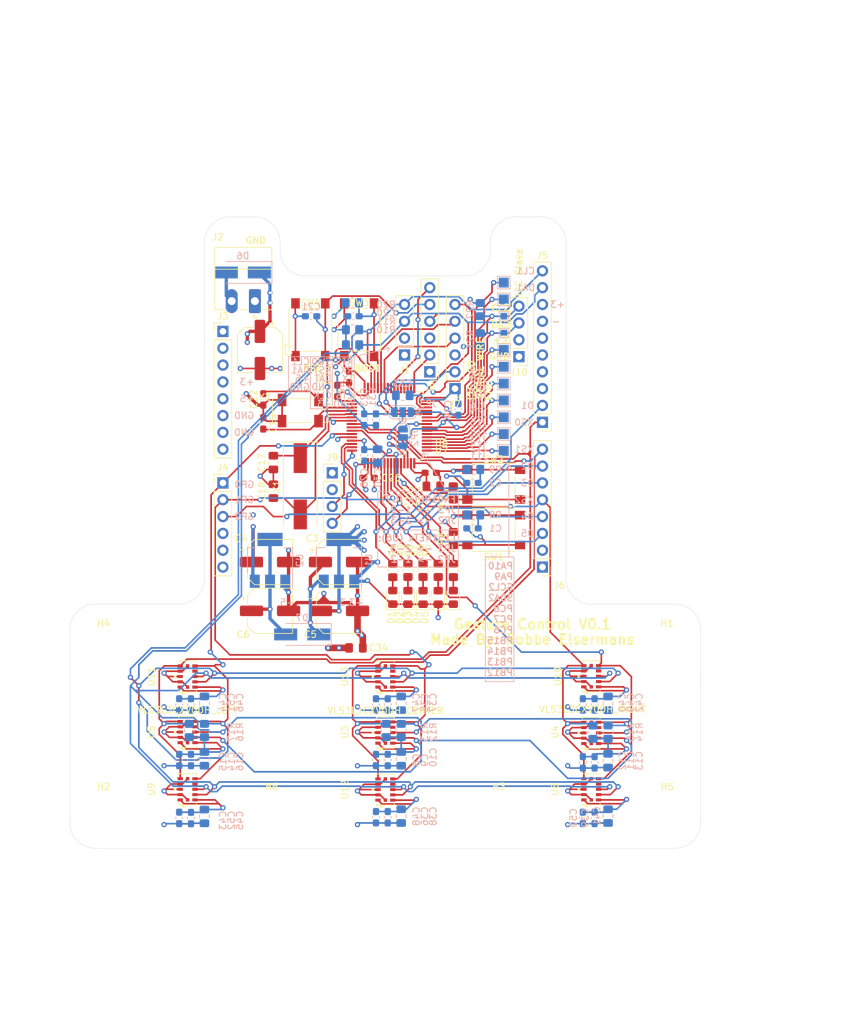
<source format=kicad_pcb>
(kicad_pcb (version 20171130) (host pcbnew "(5.1.10)-1")
  (title_block (title "Gesture Control") (date 2022-02-23) (rev V0.1))
  (layers (0 SIG1 signal) (1 PWR power) (2 GND power) (31 SIG2 signal) (34 B.Paste user) (35 F.Paste user) (36 B.SilkS user) (37 F.SilkS user) (38 B.Mask user) (39 F.Mask user) (44 Edge.Cuts user))
  (net 0 "")
  (net 1 GND)
  (net 2 VCC)
  (net 3 +3V3)
  (net 4 XSHUT_1)
  (net 5 GPIOI_1)
  (net 6 XSHUT_2)
  (net 7 GPIOI_2)
  (net 8 XSHUT_0)
  (net 9 GPIOI_0)
  (net 10 LED_3)
  (net 11 LED_4)
  (net 12 LED_5)
  (net 13 LED_1)
  (net 14 LED_2)
  (net 15 SW_1)
  (net 16 SW_2)
  (net 17 "Net-(D1-Pad2)")
  (net 18 "Net-(D2-Pad2)")
  (net 19 "Net-(D3-Pad2)")
  (net 20 "Net-(D4-Pad2)")
  (net 21 "Net-(D5-Pad2)")
  (net 22 +5V)
  (net 23 "Net-(D6-Pad2)")
  (net 24 "Net-(C1-Pad1)")
  (net 25 "Net-(C2-Pad1)")
  (net 26 "Net-(C6-Pad1)")
  (net 27 /STM32L151RET6TR/MCO)
  (net 28 /STM32L151RET6TR/OSM_OUT)
  (net 29 /STM32L151RET6TR/OS32_OUT)
  (net 30 /STM32L151RET6TR/BOOT)
  (net 31 /STM32L151RET6TR/RST)
  (net 32 /STM32L151RET6TR/OS32_IN)
  (net 33 SCL1)
  (net 34 SDA1)
  (net 35 /STM32L151RET6TR/FTDI_RTS)
  (net 36 /STM32L151RET6TR/FTDI_RXD)
  (net 37 /STM32L151RET6TR/FTDI_TXD)
  (net 38 /STM32L151RET6TR/FTDI_CTS)
  (net 39 /STM32L151RET6TR/SW0)
  (net 40 /STM32L151RET6TR/SWCLK)
  (net 41 /STM32L151RET6TR/SWDAT)
  (net 42 /STM32L151RET6TR/UART_RX)
  (net 43 /STM32L151RET6TR/UART_TX)
  (net 44 SCL2)
  (net 45 SDA2)
  (net 46 /STM32L151RET6TR/PIN41)
  (net 47 /STM32L151RET6TR/PIN29)
  (net 48 /STM32L151RET6TR/PIN30)
  (net 49 /STM32L151RET6TR/PB12)
  (net 50 /STM32L151RET6TR/PB13)
  (net 51 /STM32L151RET6TR/PB14)
  (net 52 /STM32L151RET6TR/PB15)
  (net 53 /STM32L151RET6TR/PC6)
  (net 54 /STM32L151RET6TR/PC7)
  (net 55 /STM32L151RET6TR/PC8)
  (net 56 /STM32L151RET6TR/PA9)
  (net 57 /STM32L151RET6TR/PA10)
  (net 58 "Net-(U10-Pad8)")
  (net 59 "Net-(U11-Pad8)")
  (net 60 "Net-(U12-Pad8)")
  (module Capacitor_SMD:C_0603_1608Metric_Pad1.08x0.95mm_HandSolder (layer SIG2) (at 117.094 128.5505 270)
    (fp_text reference C52 (at 0.3545 -6.096 90) (layer B.SilkS) (effects (justify mirror)))
    (fp_text value 100n)
    (pad 2 smd roundrect (at 0.8625 0 270) (size 1.075 0.95) (layers SIG2 B.Paste B.Mask) (net 1 GND))
    (pad 1 smd roundrect (at -0.8625 0 270) (size 1.075 0.95) (layers SIG2 B.Paste B.Mask) (net 3 +3V3))
  )
  (module Capacitor_SMD:C_0603_1608Metric_Pad1.08x0.95mm_HandSolder (layer SIG2) (at 117.094 111.4055 270)
    (fp_text reference C51 (at -0.2805 -6.096 90) (layer B.SilkS) (effects (justify mirror)))
    (fp_text value 100n)
    (pad 2 smd roundrect (at 0.8625 0 270) (size 1.075 0.95) (layers SIG2 B.Paste B.Mask) (net 1 GND))
    (pad 1 smd roundrect (at -0.8625 0 270) (size 1.075 0.95) (layers SIG2 B.Paste B.Mask) (net 3 +3V3))
  )
  (module Capacitor_SMD:C_0603_1608Metric_Pad1.08x0.95mm_HandSolder (layer SIG2) (at 176.276 128.524 270)
    (fp_text reference C50 (at 0 1.43 90) (layer B.SilkS) (effects (justify mirror)))
    (fp_text value 100n)
    (pad 2 smd roundrect (at 0.8625 0 270) (size 1.075 0.95) (layers SIG2 B.Paste B.Mask) (net 1 GND))
    (pad 1 smd roundrect (at -0.8625 0 270) (size 1.075 0.95) (layers SIG2 B.Paste B.Mask) (net 3 +3V3))
  )
  (module Capacitor_SMD:C_0603_1608Metric_Pad1.08x0.95mm_HandSolder (layer SIG2) (at 178.054 111.4055 270)
    (fp_text reference C49 (at -0.2805 -5.461 90) (layer B.SilkS) (effects (justify mirror)))
    (fp_text value 100n)
    (pad 2 smd roundrect (at 0.8625 0 270) (size 1.075 0.95) (layers SIG2 B.Paste B.Mask) (net 1 GND))
    (pad 1 smd roundrect (at -0.8625 0 270) (size 1.075 0.95) (layers SIG2 B.Paste B.Mask) (net 3 +3V3))
  )
  (module Capacitor_SMD:C_0603_1608Metric_Pad1.08x0.95mm_HandSolder (layer SIG2) (at 145.034 128.4235 270)
    (fp_text reference C48 (at -0.1535 -6.096 90) (layer B.SilkS) (effects (justify mirror)))
    (fp_text value 100n)
    (pad 2 smd roundrect (at 0.8625 0 270) (size 1.075 0.95) (layers SIG2 B.Paste B.Mask) (net 1 GND))
    (pad 1 smd roundrect (at -0.8625 0 270) (size 1.075 0.95) (layers SIG2 B.Paste B.Mask) (net 3 +3V3))
  )
  (module Capacitor_SMD:C_0603_1608Metric_Pad1.08x0.95mm_HandSolder (layer SIG2) (at 145.034 111.4055 270)
    (fp_text reference C47 (at -0.2805 -6.096 90) (layer B.SilkS) (effects (justify mirror)))
    (fp_text value 100n)
    (pad 2 smd roundrect (at 0.8625 0 270) (size 1.075 0.95) (layers SIG2 B.Paste B.Mask) (net 1 GND))
    (pad 1 smd roundrect (at -0.8625 0 270) (size 1.075 0.95) (layers SIG2 B.Paste B.Mask) (net 3 +3V3))
  )
  (module Capacitor_SMD:C_0805_2012Metric_Pad1.18x1.45mm_HandSolder (layer SIG2) (at 119.126 111.2305 270)
    (fp_text reference C46 (at -0.1055 -5.334 90) (layer B.SilkS) (effects (justify mirror)))
    (fp_text value 4.7µ)
    (pad 2 smd roundrect (at 1.0375 0 270) (size 1.175 1.45) (layers SIG2 B.Paste B.Mask) (roundrect_rratio 0.212766) (net 1 GND))
    (pad 1 smd roundrect (at -1.0375 0 270) (size 1.175 1.45) (layers SIG2 B.Paste B.Mask) (roundrect_rratio 0.212766) (net 3 +3V3))
  )
  (module Capacitor_SMD:C_0805_2012Metric_Pad1.18x1.45mm_HandSolder (layer SIG2) (at 119.126 128.2915 270)
    (fp_text reference C45 (at 0.6135 -5.334 90) (layer B.SilkS) (effects (justify mirror)))
    (fp_text value 4.7µ)
    (pad 2 smd roundrect (at 1.0375 0 270) (size 1.175 1.45) (layers SIG2 B.Paste B.Mask) (roundrect_rratio 0.212766) (net 1 GND))
    (pad 1 smd roundrect (at -1.0375 0 270) (size 1.175 1.45) (layers SIG2 B.Paste B.Mask) (roundrect_rratio 0.212766) (net 3 +3V3))
  )
  (module Capacitor_SMD:C_0603_1608Metric_Pad1.08x0.95mm_HandSolder (layer SIG2) (at 115.316 111.4055 270)
    (fp_text reference C44 (at -0.2805 -6.604 90) (layer B.SilkS) (effects (justify mirror)))
    (fp_text value 100n)
    (pad 2 smd roundrect (at 0.8625 0 270) (size 1.075 0.95) (layers SIG2 B.Paste B.Mask) (net 1 GND))
    (pad 1 smd roundrect (at -0.8625 0 270) (size 1.075 0.95) (layers SIG2 B.Paste B.Mask) (net 3 +3V3))
  )
  (module Capacitor_SMD:C_0603_1608Metric_Pad1.08x0.95mm_HandSolder (layer SIG2) (at 115.316 128.524 270)
    (fp_text reference C43 (at 0.381 -6.604 90) (layer B.SilkS) (effects (justify mirror)))
    (fp_text value 100n)
    (pad 2 smd roundrect (at 0.8625 0 270) (size 1.075 0.95) (layers SIG2 B.Paste B.Mask) (net 1 GND))
    (pad 1 smd roundrect (at -0.8625 0 270) (size 1.075 0.95) (layers SIG2 B.Paste B.Mask) (net 3 +3V3))
  )
  (module Capacitor_SMD:C_0805_2012Metric_Pad1.18x1.45mm_HandSolder (layer SIG2) (at 180.086 111.2305 270)
    (fp_text reference C42 (at -0.1055 -4.699 90) (layer B.SilkS) (effects (justify mirror)))
    (fp_text value 4.7µ)
    (pad 2 smd roundrect (at 1.0375 0 270) (size 1.175 1.45) (layers SIG2 B.Paste B.Mask) (roundrect_rratio 0.212766) (net 1 GND))
    (pad 1 smd roundrect (at -1.0375 0 270) (size 1.175 1.45) (layers SIG2 B.Paste B.Mask) (roundrect_rratio 0.212766) (net 3 +3V3))
  )
  (module Capacitor_SMD:C_0805_2012Metric_Pad1.18x1.45mm_HandSolder (layer SIG2) (at 180.086 128.2485 270)
    (fp_text reference C41 (at 0 1.68 90) (layer B.SilkS) (effects (justify mirror)))
    (fp_text value 4.7µ)
    (pad 2 smd roundrect (at 1.0375 0 270) (size 1.175 1.45) (layers SIG2 B.Paste B.Mask) (roundrect_rratio 0.212766) (net 1 GND))
    (pad 1 smd roundrect (at -1.0375 0 270) (size 1.175 1.45) (layers SIG2 B.Paste B.Mask) (roundrect_rratio 0.212766) (net 3 +3V3))
  )
  (module Capacitor_SMD:C_0603_1608Metric_Pad1.08x0.95mm_HandSolder (layer SIG2) (at 176.276 111.4055 270)
    (fp_text reference C40 (at -0.2805 -5.969 90) (layer B.SilkS) (effects (justify mirror)))
    (fp_text value 100n)
    (pad 2 smd roundrect (at 0.8625 0 270) (size 1.075 0.95) (layers SIG2 B.Paste B.Mask) (net 1 GND))
    (pad 1 smd roundrect (at -0.8625 0 270) (size 1.075 0.95) (layers SIG2 B.Paste B.Mask) (net 3 +3V3))
  )
  (module Capacitor_SMD:C_0603_1608Metric_Pad1.08x0.95mm_HandSolder (layer SIG2) (at 178.054 128.524 270)
    (fp_text reference C39 (at 0 1.43 90) (layer B.SilkS) (effects (justify mirror)))
    (fp_text value 100n)
    (pad 2 smd roundrect (at 0.8625 0 270) (size 1.075 0.95) (layers SIG2 B.Paste B.Mask) (net 1 GND))
    (pad 1 smd roundrect (at -0.8625 0 270) (size 1.075 0.95) (layers SIG2 B.Paste B.Mask) (net 3 +3V3))
  )
  (module Capacitor_SMD:C_0805_2012Metric_Pad1.18x1.45mm_HandSolder (layer SIG2) (at 148.844 128.2485 270)
    (fp_text reference C38 (at 0.0215 -4.826 90) (layer B.SilkS) (effects (justify mirror)))
    (fp_text value 4.7µ)
    (pad 2 smd roundrect (at 1.0375 0 270) (size 1.175 1.45) (layers SIG2 B.Paste B.Mask) (roundrect_rratio 0.212766) (net 1 GND))
    (pad 1 smd roundrect (at -1.0375 0 270) (size 1.175 1.45) (layers SIG2 B.Paste B.Mask) (roundrect_rratio 0.212766) (net 3 +3V3))
  )
  (module Capacitor_SMD:C_0805_2012Metric_Pad1.18x1.45mm_HandSolder (layer SIG2) (at 148.844 111.2305 270)
    (fp_text reference C37 (at -0.1055 -4.826 90) (layer B.SilkS) (effects (justify mirror)))
    (fp_text value 4.7µ)
    (pad 2 smd roundrect (at 1.0375 0 270) (size 1.175 1.45) (layers SIG2 B.Paste B.Mask) (roundrect_rratio 0.212766) (net 1 GND))
    (pad 1 smd roundrect (at -1.0375 0 270) (size 1.175 1.45) (layers SIG2 B.Paste B.Mask) (roundrect_rratio 0.212766) (net 3 +3V3))
  )
  (module Capacitor_SMD:C_0603_1608Metric_Pad1.08x0.95mm_HandSolder (layer SIG2) (at 146.812 128.4235 270)
    (fp_text reference C36 (at -0.1535 -5.588 90) (layer B.SilkS) (effects (justify mirror)))
    (fp_text value 100n)
    (pad 2 smd roundrect (at 0.8625 0 270) (size 1.075 0.95) (layers SIG2 B.Paste B.Mask) (net 1 GND))
    (pad 1 smd roundrect (at -0.8625 0 270) (size 1.075 0.95) (layers SIG2 B.Paste B.Mask) (net 3 +3V3))
  )
  (module Capacitor_SMD:C_0603_1608Metric_Pad1.08x0.95mm_HandSolder (layer SIG2) (at 146.812 111.4055 270)
    (fp_text reference C35 (at -0.2805 -5.588 90) (layer B.SilkS) (effects (justify mirror)))
    (fp_text value 100n)
    (pad 2 smd roundrect (at 0.8625 0 270) (size 1.075 0.95) (layers SIG2 B.Paste B.Mask) (net 1 GND))
    (pad 1 smd roundrect (at -0.8625 0 270) (size 1.075 0.95) (layers SIG2 B.Paste B.Mask) (net 3 +3V3))
  )
  (module VL53L3CX:VL53L3CXV0DH&slash_1 (layer SIG1) (at 146.4588 107.188 90)
    (fp_text reference U13 (at 0 -6.1238 270) (layer F.SilkS))
    (fp_text value VL53L3CXV0DH_CENTER hide)
    (fp_text user * (at -2.4892 -0.4 90) (layer F.SilkS))
    (fp_text user * (at -2.4892 -0.4 90) (layer F.SilkS))
    (pad 1 smd rect (at -1.599999 -1.1152 90) (size 0.458 0.807999) (layers SIG1 F.Paste F.Mask) (net 3 +3V3))
    (pad 2 smd rect (at -0.800001 -1.1152 90) (size 0.458 0.807999) (layers SIG1 F.Paste F.Mask) (net 1 GND))
    (pad 3 smd rect (at 0 -1.1152 90) (size 0.458 0.807999) (layers SIG1 F.Paste F.Mask) (net 1 GND))
    (pad 4 smd rect (at 0.800001 -1.1152 90) (size 0.458 0.807999) (layers SIG1 F.Paste F.Mask) (net 1 GND))
    (pad 5 smd rect (at 1.599999 -1.1152 90) (size 0.458 0.807999) (layers SIG1 F.Paste F.Mask) (net 4 XSHUT_1))
    (pad 6 smd rect (at 1.6002 0 180) (size 0.508 0.508) (layers SIG1 F.Paste F.Mask) (net 1 GND))
    (pad 7 smd rect (at 1.599999 1.1152 90) (size 0.458 0.807999) (layers SIG1 F.Paste F.Mask) (net 5 GPIOI_1))
    (pad 8 smd rect (at 0.800001 1.1152 90) (size 0.458 0.807999) (layers SIG1 F.Paste F.Mask) (net 60 "Net-(U12-Pad8)"))
    (pad 9 smd rect (at 0 1.1152 90) (size 0.458 0.807999) (layers SIG1 F.Paste F.Mask) (net 34 SDA1))
    (pad 10 smd rect (at -0.800001 1.1152 90) (size 0.458 0.807999) (layers SIG1 F.Paste F.Mask) (net 33 SCL1))
    (pad 11 smd rect (at -1.599999 1.1152 90) (size 0.458 0.807999) (layers SIG1 F.Paste F.Mask) (net 3 +3V3))
    (pad 12 smd rect (at -1.6002 0 180) (size 0.508 0.508) (layers SIG1 F.Paste F.Mask) (net 1 GND))
  )
  (module VL53L3CX:VL53L3CXV0DH&slash_1 (layer SIG1) (at 146.4588 124.244001 90)
    (fp_text reference U12 (at 0 -6.1238 270) (layer F.SilkS))
    (fp_text value VL53L3CXV0DH_CENTER hide)
    (fp_text user * (at -2.4892 -0.4 90) (layer F.SilkS))
    (fp_text user * (at -2.4892 -0.4 90) (layer F.SilkS))
    (pad 1 smd rect (at -1.599999 -1.1152 90) (size 0.458 0.807999) (layers SIG1 F.Paste F.Mask) (net 3 +3V3))
    (pad 2 smd rect (at -0.800001 -1.1152 90) (size 0.458 0.807999) (layers SIG1 F.Paste F.Mask) (net 1 GND))
    (pad 3 smd rect (at 0 -1.1152 90) (size 0.458 0.807999) (layers SIG1 F.Paste F.Mask) (net 1 GND))
    (pad 4 smd rect (at 0.800001 -1.1152 90) (size 0.458 0.807999) (layers SIG1 F.Paste F.Mask) (net 1 GND))
    (pad 5 smd rect (at 1.599999 -1.1152 90) (size 0.458 0.807999) (layers SIG1 F.Paste F.Mask) (net 4 XSHUT_1))
    (pad 6 smd rect (at 1.6002 0 180) (size 0.508 0.508) (layers SIG1 F.Paste F.Mask) (net 1 GND))
    (pad 7 smd rect (at 1.599999 1.1152 90) (size 0.458 0.807999) (layers SIG1 F.Paste F.Mask) (net 5 GPIOI_1))
    (pad 8 smd rect (at 0.800001 1.1152 90) (size 0.458 0.807999) (layers SIG1 F.Paste F.Mask) (net 60 "Net-(U12-Pad8)"))
    (pad 9 smd rect (at 0 1.1152 90) (size 0.458 0.807999) (layers SIG1 F.Paste F.Mask) (net 34 SDA1))
    (pad 10 smd rect (at -0.800001 1.1152 90) (size 0.458 0.807999) (layers SIG1 F.Paste F.Mask) (net 33 SCL1))
    (pad 11 smd rect (at -1.599999 1.1152 90) (size 0.458 0.807999) (layers SIG1 F.Paste F.Mask) (net 3 +3V3))
    (pad 12 smd rect (at -1.6002 0 180) (size 0.508 0.508) (layers SIG1 F.Paste F.Mask) (net 1 GND))
  )
  (module VL53L3CX:VL53L3CXV0DH&slash_1 (layer SIG1) (at 116.586 107.188 90)
    (fp_text reference U11 (at 0 -5.461 270) (layer F.SilkS))
    (fp_text value VL53L3CXV0DH_LEFT hide)
    (fp_text user * (at -2.4892 -0.4 90) (layer F.SilkS))
    (fp_text user * (at -2.4892 -0.4 90) (layer F.SilkS))
    (pad 1 smd rect (at -1.599999 -1.1152 90) (size 0.458 0.807999) (layers SIG1 F.Paste F.Mask) (net 3 +3V3))
    (pad 2 smd rect (at -0.800001 -1.1152 90) (size 0.458 0.807999) (layers SIG1 F.Paste F.Mask) (net 1 GND))
    (pad 3 smd rect (at 0 -1.1152 90) (size 0.458 0.807999) (layers SIG1 F.Paste F.Mask) (net 1 GND))
    (pad 4 smd rect (at 0.800001 -1.1152 90) (size 0.458 0.807999) (layers SIG1 F.Paste F.Mask) (net 1 GND))
    (pad 5 smd rect (at 1.599999 -1.1152 90) (size 0.458 0.807999) (layers SIG1 F.Paste F.Mask) (net 8 XSHUT_0))
    (pad 6 smd rect (at 1.6002 0 180) (size 0.508 0.508) (layers SIG1 F.Paste F.Mask) (net 1 GND))
    (pad 7 smd rect (at 1.599999 1.1152 90) (size 0.458 0.807999) (layers SIG1 F.Paste F.Mask) (net 9 GPIOI_0))
    (pad 8 smd rect (at 0.800001 1.1152 90) (size 0.458 0.807999) (layers SIG1 F.Paste F.Mask) (net 59 "Net-(U11-Pad8)"))
    (pad 9 smd rect (at 0 1.1152 90) (size 0.458 0.807999) (layers SIG1 F.Paste F.Mask) (net 34 SDA1))
    (pad 10 smd rect (at -0.800001 1.1152 90) (size 0.458 0.807999) (layers SIG1 F.Paste F.Mask) (net 33 SCL1))
    (pad 11 smd rect (at -1.599999 1.1152 90) (size 0.458 0.807999) (layers SIG1 F.Paste F.Mask) (net 3 +3V3))
    (pad 12 smd rect (at -1.6002 0 180) (size 0.508 0.508) (layers SIG1 F.Paste F.Mask) (net 1 GND))
  )
  (module VL53L3CX:VL53L3CXV0DH&slash_1 (layer SIG1) (at 177.546 107.149999 90)
    (fp_text reference U10 (at 0 -5.08 270) (layer F.SilkS))
    (fp_text value VL53L3CXV0DH_RIGHT hide)
    (fp_text user * (at -2.4892 -0.4 90) (layer F.SilkS))
    (fp_text user * (at -2.4892 -0.4 90) (layer F.SilkS))
    (pad 1 smd rect (at -1.599999 -1.1152 90) (size 0.458 0.807999) (layers SIG1 F.Paste F.Mask) (net 3 +3V3))
    (pad 2 smd rect (at -0.800001 -1.1152 90) (size 0.458 0.807999) (layers SIG1 F.Paste F.Mask) (net 1 GND))
    (pad 3 smd rect (at 0 -1.1152 90) (size 0.458 0.807999) (layers SIG1 F.Paste F.Mask) (net 1 GND))
    (pad 4 smd rect (at 0.800001 -1.1152 90) (size 0.458 0.807999) (layers SIG1 F.Paste F.Mask) (net 1 GND))
    (pad 5 smd rect (at 1.599999 -1.1152 90) (size 0.458 0.807999) (layers SIG1 F.Paste F.Mask) (net 6 XSHUT_2))
    (pad 6 smd rect (at 1.6002 0 180) (size 0.508 0.508) (layers SIG1 F.Paste F.Mask) (net 1 GND))
    (pad 7 smd rect (at 1.599999 1.1152 90) (size 0.458 0.807999) (layers SIG1 F.Paste F.Mask) (net 7 GPIOI_2))
    (pad 8 smd rect (at 0.800001 1.1152 90) (size 0.458 0.807999) (layers SIG1 F.Paste F.Mask) (net 58 "Net-(U10-Pad8)"))
    (pad 9 smd rect (at 0 1.1152 90) (size 0.458 0.807999) (layers SIG1 F.Paste F.Mask) (net 34 SDA1))
    (pad 10 smd rect (at -0.800001 1.1152 90) (size 0.458 0.807999) (layers SIG1 F.Paste F.Mask) (net 33 SCL1))
    (pad 11 smd rect (at -1.599999 1.1152 90) (size 0.458 0.807999) (layers SIG1 F.Paste F.Mask) (net 3 +3V3))
    (pad 12 smd rect (at -1.6002 0 180) (size 0.508 0.508) (layers SIG1 F.Paste F.Mask) (net 1 GND))
  )
  (module VL53L3CX:VL53L3CXV0DH&slash_1 (layer SIG1) (at 116.586 124.206 90)
    (fp_text reference U9 (at 0 -5.461 270) (layer F.SilkS))
    (fp_text value VL53L3CXV0DH_LEFT hide)
    (fp_text user * (at -2.4892 -0.4 90) (layer F.SilkS))
    (fp_text user * (at -2.4892 -0.4 90) (layer F.SilkS))
    (pad 1 smd rect (at -1.599999 -1.1152 90) (size 0.458 0.807999) (layers SIG1 F.Paste F.Mask) (net 3 +3V3))
    (pad 2 smd rect (at -0.800001 -1.1152 90) (size 0.458 0.807999) (layers SIG1 F.Paste F.Mask) (net 1 GND))
    (pad 3 smd rect (at 0 -1.1152 90) (size 0.458 0.807999) (layers SIG1 F.Paste F.Mask) (net 1 GND))
    (pad 4 smd rect (at 0.800001 -1.1152 90) (size 0.458 0.807999) (layers SIG1 F.Paste F.Mask) (net 1 GND))
    (pad 5 smd rect (at 1.599999 -1.1152 90) (size 0.458 0.807999) (layers SIG1 F.Paste F.Mask) (net 8 XSHUT_0))
    (pad 6 smd rect (at 1.6002 0 180) (size 0.508 0.508) (layers SIG1 F.Paste F.Mask) (net 1 GND))
    (pad 7 smd rect (at 1.599999 1.1152 90) (size 0.458 0.807999) (layers SIG1 F.Paste F.Mask) (net 9 GPIOI_0))
    (pad 8 smd rect (at 0.800001 1.1152 90) (size 0.458 0.807999) (layers SIG1 F.Paste F.Mask) (net 59 "Net-(U11-Pad8)"))
    (pad 9 smd rect (at 0 1.1152 90) (size 0.458 0.807999) (layers SIG1 F.Paste F.Mask) (net 34 SDA1))
    (pad 10 smd rect (at -0.800001 1.1152 90) (size 0.458 0.807999) (layers SIG1 F.Paste F.Mask) (net 33 SCL1))
    (pad 11 smd rect (at -1.599999 1.1152 90) (size 0.458 0.807999) (layers SIG1 F.Paste F.Mask) (net 3 +3V3))
    (pad 12 smd rect (at -1.6002 0 180) (size 0.508 0.508) (layers SIG1 F.Paste F.Mask) (net 1 GND))
  )
  (module VL53L3CX:VL53L3CXV0DH&slash_1 (layer SIG1) (at 177.546 124.206 90)
    (fp_text reference U8 (at 0 -5.461 270) (layer F.SilkS))
    (fp_text value VL53L3CXV0DH_RIGHT hide)
    (fp_text user * (at -2.4892 -0.4 90) (layer F.SilkS))
    (fp_text user * (at -2.4892 -0.4 90) (layer F.SilkS))
    (pad 1 smd rect (at -1.599999 -1.1152 90) (size 0.458 0.807999) (layers SIG1 F.Paste F.Mask) (net 3 +3V3))
    (pad 2 smd rect (at -0.800001 -1.1152 90) (size 0.458 0.807999) (layers SIG1 F.Paste F.Mask) (net 1 GND))
    (pad 3 smd rect (at 0 -1.1152 90) (size 0.458 0.807999) (layers SIG1 F.Paste F.Mask) (net 1 GND))
    (pad 4 smd rect (at 0.800001 -1.1152 90) (size 0.458 0.807999) (layers SIG1 F.Paste F.Mask) (net 1 GND))
    (pad 5 smd rect (at 1.599999 -1.1152 90) (size 0.458 0.807999) (layers SIG1 F.Paste F.Mask) (net 6 XSHUT_2))
    (pad 6 smd rect (at 1.6002 0 180) (size 0.508 0.508) (layers SIG1 F.Paste F.Mask) (net 1 GND))
    (pad 7 smd rect (at 1.599999 1.1152 90) (size 0.458 0.807999) (layers SIG1 F.Paste F.Mask) (net 7 GPIOI_2))
    (pad 8 smd rect (at 0.800001 1.1152 90) (size 0.458 0.807999) (layers SIG1 F.Paste F.Mask) (net 58 "Net-(U10-Pad8)"))
    (pad 9 smd rect (at 0 1.1152 90) (size 0.458 0.807999) (layers SIG1 F.Paste F.Mask) (net 34 SDA1))
    (pad 10 smd rect (at -0.800001 1.1152 90) (size 0.458 0.807999) (layers SIG1 F.Paste F.Mask) (net 33 SCL1))
    (pad 11 smd rect (at -1.599999 1.1152 90) (size 0.458 0.807999) (layers SIG1 F.Paste F.Mask) (net 3 +3V3))
    (pad 12 smd rect (at -1.6002 0 180) (size 0.508 0.508) (layers SIG1 F.Paste F.Mask) (net 1 GND))
  )
  (module MountingHole:MountingHole_3.2mm_M3 (layer SIG1) (at 189.013 128.016)
    (fp_text reference H5 (at 0 -4.2) (layer F.SilkS))
    (fp_text value MountingHole)
    (pad 1 np_thru_hole circle (at 0 0) (size 3.2 3.2) (drill 3.2) (layers *.Cu *.Mask))
  )
  (module VL53L3CX:VL53L3CXV0DH&slash_1 (layer SIG1) (at 146.4588 115.645999 90)
    (fp_text reference U3 (at 0.075999 -6.1238 90) (layer F.SilkS))
    (fp_text value VL53L3CXV0DH_CENTER (at 3.302 0 180) (layer F.SilkS))
    (fp_text user * (at -2.4892 -0.4 90) (layer F.SilkS))
    (fp_text user * (at -2.4892 -0.4 90) (layer F.SilkS))
    (pad 1 smd rect (at -1.599999 -1.1152 90) (size 0.458 0.807999) (layers SIG1 F.Paste F.Mask) (net 3 +3V3))
    (pad 2 smd rect (at -0.800001 -1.1152 90) (size 0.458 0.807999) (layers SIG1 F.Paste F.Mask) (net 1 GND))
    (pad 3 smd rect (at 0 -1.1152 90) (size 0.458 0.807999) (layers SIG1 F.Paste F.Mask) (net 1 GND))
    (pad 4 smd rect (at 0.800001 -1.1152 90) (size 0.458 0.807999) (layers SIG1 F.Paste F.Mask) (net 1 GND))
    (pad 5 smd rect (at 1.599999 -1.1152 90) (size 0.458 0.807999) (layers SIG1 F.Paste F.Mask) (net 4 XSHUT_1))
    (pad 6 smd rect (at 1.6002 0 180) (size 0.508 0.508) (layers SIG1 F.Paste F.Mask) (net 1 GND))
    (pad 7 smd rect (at 1.599999 1.1152 90) (size 0.458 0.807999) (layers SIG1 F.Paste F.Mask) (net 5 GPIOI_1))
    (pad 8 smd rect (at 0.800001 1.1152 90) (size 0.458 0.807999) (layers SIG1 F.Paste F.Mask) (net 60 "Net-(U12-Pad8)"))
    (pad 9 smd rect (at 0 1.1152 90) (size 0.458 0.807999) (layers SIG1 F.Paste F.Mask) (net 34 SDA1))
    (pad 10 smd rect (at -0.800001 1.1152 90) (size 0.458 0.807999) (layers SIG1 F.Paste F.Mask) (net 33 SCL1))
    (pad 11 smd rect (at -1.599999 1.1152 90) (size 0.458 0.807999) (layers SIG1 F.Paste F.Mask) (net 3 +3V3))
    (pad 12 smd rect (at -1.6002 0 180) (size 0.508 0.508) (layers SIG1 F.Paste F.Mask) (net 1 GND))
  )
  (module VL53L3CX:VL53L3CXV0DH&slash_1 (layer SIG1) (at 116.586 115.57 90)
    (fp_text reference U5 (at 0 -5.461 90) (layer F.SilkS))
    (fp_text value VL53L3CXV0DH_LEFT (at 3.302 0 180) (layer F.SilkS))
    (fp_text user * (at -2.4892 -0.4 90) (layer F.SilkS))
    (fp_text user * (at -2.4892 -0.4 90) (layer F.SilkS))
    (pad 1 smd rect (at -1.599999 -1.1152 90) (size 0.458 0.807999) (layers SIG1 F.Paste F.Mask) (net 3 +3V3))
    (pad 2 smd rect (at -0.800001 -1.1152 90) (size 0.458 0.807999) (layers SIG1 F.Paste F.Mask) (net 1 GND))
    (pad 3 smd rect (at 0 -1.1152 90) (size 0.458 0.807999) (layers SIG1 F.Paste F.Mask) (net 1 GND))
    (pad 4 smd rect (at 0.800001 -1.1152 90) (size 0.458 0.807999) (layers SIG1 F.Paste F.Mask) (net 1 GND))
    (pad 5 smd rect (at 1.599999 -1.1152 90) (size 0.458 0.807999) (layers SIG1 F.Paste F.Mask) (net 8 XSHUT_0))
    (pad 6 smd rect (at 1.6002 0 180) (size 0.508 0.508) (layers SIG1 F.Paste F.Mask) (net 1 GND))
    (pad 7 smd rect (at 1.599999 1.1152 90) (size 0.458 0.807999) (layers SIG1 F.Paste F.Mask) (net 9 GPIOI_0))
    (pad 8 smd rect (at 0.800001 1.1152 90) (size 0.458 0.807999) (layers SIG1 F.Paste F.Mask) (net 59 "Net-(U11-Pad8)"))
    (pad 9 smd rect (at 0 1.1152 90) (size 0.458 0.807999) (layers SIG1 F.Paste F.Mask) (net 34 SDA1))
    (pad 10 smd rect (at -0.800001 1.1152 90) (size 0.458 0.807999) (layers SIG1 F.Paste F.Mask) (net 33 SCL1))
    (pad 11 smd rect (at -1.599999 1.1152 90) (size 0.458 0.807999) (layers SIG1 F.Paste F.Mask) (net 3 +3V3))
    (pad 12 smd rect (at -1.6002 0 180) (size 0.508 0.508) (layers SIG1 F.Paste F.Mask) (net 1 GND))
  )
  (module Connector_PinHeader_2.54mm:PinHeader_1x06_P2.54mm_Vertical (layer SIG1) (at 153.162 61.214 180)
    (fp_text reference J8 (at 0 -2.33) (layer F.SilkS))
    (fp_text value Conn_01x06)
    (pad 6 thru_hole oval (at 0 12.7 180) (size 1.7 1.7) (drill 1) (layers *.Cu *.Mask) (net 39 /STM32L151RET6TR/SW0))
    (pad 5 thru_hole oval (at 0 10.16 180) (size 1.7 1.7) (drill 1) (layers *.Cu *.Mask) (net 31 /STM32L151RET6TR/RST))
    (pad 4 thru_hole oval (at 0 7.62 180) (size 1.7 1.7) (drill 1) (layers *.Cu *.Mask) (net 41 /STM32L151RET6TR/SWDAT))
    (pad 3 thru_hole oval (at 0 5.08 180) (size 1.7 1.7) (drill 1) (layers *.Cu *.Mask) (net 1 GND))
    (pad 2 thru_hole oval (at 0 2.54 180) (size 1.7 1.7) (drill 1) (layers *.Cu *.Mask) (net 40 /STM32L151RET6TR/SWCLK))
    (pad 1 thru_hole rect (at 0 0 180) (size 1.7 1.7) (drill 1) (layers *.Cu *.Mask) (net 3 +3V3))
  )
  (module Crystal:Crystal_SMD_HC49-SD (layer SIG1) (at 133.604 78.486 270)
    (fp_text reference Y1 (at 0 3.556 90) (layer F.SilkS))
    (fp_text value 8MHz)
    (pad 2 smd rect (at 4.25 0 270) (size 4.5 2) (layers SIG1 F.Paste F.Mask) (net 28 /STM32L151RET6TR/OSM_OUT))
    (pad 1 smd rect (at -4.25 0 270) (size 4.5 2) (layers SIG1 F.Paste F.Mask) (net 27 /STM32L151RET6TR/MCO))
  )
  (module Capacitor_SMD:C_0805_2012Metric_Pad1.18x1.45mm_HandSolder (layer SIG1) (at 142.0075 102.87)
    (fp_text reference C34 (at 3.4075 0) (layer F.SilkS))
    (fp_text value 4.7µ)
    (pad 2 smd roundrect (at 1.0375 0) (size 1.175 1.45) (layers SIG1 F.Paste F.Mask) (roundrect_rratio 0.212766) (net 1 GND))
    (pad 1 smd roundrect (at -1.0375 0) (size 1.175 1.45) (layers SIG1 F.Paste F.Mask) (roundrect_rratio 0.212766) (net 3 +3V3))
  )
  (module Capacitor_SMD:C_0805_2012Metric_Pad1.18x1.45mm_HandSolder (layer SIG2) (at 148.844 119.6125 270)
    (fp_text reference C10 (at -0.2325 -4.826 270) (layer B.SilkS) (effects (justify mirror)))
    (fp_text value 4.7µ)
    (pad 2 smd roundrect (at 1.0375 0 270) (size 1.175 1.45) (layers SIG2 B.Paste B.Mask) (roundrect_rratio 0.2127659574468085) (net 1 GND))
    (pad 1 smd roundrect (at -1.0375 0 270) (size 1.175 1.45) (layers SIG2 B.Paste B.Mask) (roundrect_rratio 0.2127659574468085) (net 3 +3V3))
  )
  (module Connector_PinHeader_2.54mm:PinHeader_1x04_P2.54mm_Vertical (layer SIG1) (at 166.624 58.928 180)
    (fp_text reference J10 (at 0 -2.33) (layer F.SilkS))
    (fp_text value "EXTERN I2C")
    (pad 4 thru_hole oval (at 0 7.62 180) (size 1.7 1.7) (drill 1) (layers *.Cu *.Mask) (net 44 SCL2))
    (pad 3 thru_hole oval (at 0 5.08 180) (size 1.7 1.7) (drill 1) (layers *.Cu *.Mask) (net 45 SDA2))
    (pad 2 thru_hole oval (at 0 2.54 180) (size 1.7 1.7) (drill 1) (layers *.Cu *.Mask) (net 3 +3V3))
    (pad 1 thru_hole rect (at 0 0 180) (size 1.7 1.7) (drill 1) (layers *.Cu *.Mask) (net 1 GND))
  )
  (module Connector_PinHeader_2.54mm:PinHeader_1x06_P2.54mm_Vertical (layer SIG1) (at 156.972 63.754 180)
    (fp_text reference J7 (at 0 -2.33) (layer F.SilkS))
    (fp_text value FTDI)
    (pad 6 thru_hole oval (at 0 12.7 180) (size 1.7 1.7) (drill 1) (layers *.Cu *.Mask) (net 35 /STM32L151RET6TR/FTDI_RTS))
    (pad 5 thru_hole oval (at 0 10.16 180) (size 1.7 1.7) (drill 1) (layers *.Cu *.Mask) (net 36 /STM32L151RET6TR/FTDI_RXD))
    (pad 4 thru_hole oval (at 0 7.62 180) (size 1.7 1.7) (drill 1) (layers *.Cu *.Mask) (net 37 /STM32L151RET6TR/FTDI_TXD))
    (pad 3 thru_hole oval (at 0 5.08 180) (size 1.7 1.7) (drill 1) (layers *.Cu *.Mask) (net 22 +5V))
    (pad 2 thru_hole oval (at 0 2.54 180) (size 1.7 1.7) (drill 1) (layers *.Cu *.Mask) (net 38 /STM32L151RET6TR/FTDI_CTS))
    (pad 1 thru_hole rect (at 0 0 180) (size 1.7 1.7) (drill 1) (layers *.Cu *.Mask) (net 1 GND))
  )
  (module Crystal:Crystal_SMD_SeikoEpson_MC306-4Pin_8.0x3.2mm (layer SIG1) (at 133.604 67.056 180)
    (fp_text reference Y2 (at 5.334 2.032) (layer F.SilkS))
    (fp_text value 32kHz)
    (pad 4 smd rect (at -2.75 -1.6 180) (size 1.3 1.9) (layers SIG1 F.Paste F.Mask) (net 29 /STM32L151RET6TR/OS32_OUT))
    (pad 3 smd rect (at 2.75 -1.6 180) (size 1.3 1.9) (layers SIG1 F.Paste F.Mask) (net 1 GND))
    (pad 2 smd rect (at 2.75 1.6 180) (size 1.3 1.9) (layers SIG1 F.Paste F.Mask) (net 1 GND))
    (pad 1 smd rect (at -2.75 1.6 180) (size 1.3 1.9) (layers SIG1 F.Paste F.Mask) (net 32 /STM32L151RET6TR/OS32_IN))
  )
  (module Package_QFP:LQFP-64_10x10mm_P0.5mm (layer SIG1) (at 147.066 69.342)
    (fp_text reference U7 (at 7.874 3.81) (layer F.SilkS))
    (fp_text value STM32F401RETx)
    (pad 64 smd roundrect (at -3.75 -5.675) (size 0.3 1.55) (layers SIG1 F.Paste F.Mask) (net 3 +3V3))
    (pad 63 smd roundrect (at -3.25 -5.675) (size 0.3 1.55) (layers SIG1 F.Paste F.Mask) (net 1 GND))
    (pad 62 smd roundrect (at -2.75 -5.675) (size 0.3 1.55) (layers SIG1 F.Paste F.Mask) (net 34 SDA1))
    (pad 61 smd roundrect (at -2.25 -5.675) (size 0.3 1.55) (layers SIG1 F.Paste F.Mask) (net 33 SCL1))
    (pad 60 smd roundrect (at -1.75 -5.675) (size 0.3 1.55) (layers SIG1 F.Paste F.Mask) (net 30 /STM32L151RET6TR/BOOT))
    (pad 59 smd roundrect (at -1.25 -5.675) (size 0.3 1.55) (layers SIG1 F.Paste F.Mask) (net 36 /STM32L151RET6TR/FTDI_RXD))
    (pad 58 smd roundrect (at -0.75 -5.675) (size 0.3 1.55) (layers SIG1 F.Paste F.Mask) (net 37 /STM32L151RET6TR/FTDI_TXD))
    (pad 57 smd roundrect (at -0.25 -5.675) (size 0.3 1.55) (layers SIG1 F.Paste F.Mask))
    (pad 56 smd roundrect (at 0.25 -5.675) (size 0.3 1.55) (layers SIG1 F.Paste F.Mask))
    (pad 55 smd roundrect (at 0.75 -5.675) (size 0.3 1.55) (layers SIG1 F.Paste F.Mask) (net 39 /STM32L151RET6TR/SW0))
    (pad 54 smd roundrect (at 1.25 -5.675) (size 0.3 1.55) (layers SIG1 F.Paste F.Mask))
    (pad 53 smd roundrect (at 1.75 -5.675) (size 0.3 1.55) (layers SIG1 F.Paste F.Mask))
    (pad 52 smd roundrect (at 2.25 -5.675) (size 0.3 1.55) (layers SIG1 F.Paste F.Mask))
    (pad 51 smd roundrect (at 2.75 -5.675) (size 0.3 1.55) (layers SIG1 F.Paste F.Mask))
    (pad 50 smd roundrect (at 3.25 -5.675) (size 0.3 1.55) (layers SIG1 F.Paste F.Mask))
    (pad 49 smd roundrect (at 3.75 -5.675) (size 0.3 1.55) (layers SIG1 F.Paste F.Mask) (net 40 /STM32L151RET6TR/SWCLK))
    (pad 48 smd roundrect (at 5.675 -3.75) (size 1.55 0.3) (layers SIG1 F.Paste F.Mask) (net 3 +3V3))
    (pad 47 smd roundrect (at 5.675 -3.25) (size 1.55 0.3) (layers SIG1 F.Paste F.Mask) (net 1 GND))
    (pad 46 smd roundrect (at 5.675 -2.75) (size 1.55 0.3) (layers SIG1 F.Paste F.Mask) (net 41 /STM32L151RET6TR/SWDAT))
    (pad 45 smd roundrect (at 5.675 -2.25) (size 1.55 0.3) (layers SIG1 F.Paste F.Mask) (net 35 /STM32L151RET6TR/FTDI_RTS))
    (pad 44 smd roundrect (at 5.675 -1.75) (size 1.55 0.3) (layers SIG1 F.Paste F.Mask) (net 38 /STM32L151RET6TR/FTDI_CTS))
    (pad 43 smd roundrect (at 5.675 -1.25) (size 1.55 0.3) (layers SIG1 F.Paste F.Mask) (net 57 /STM32L151RET6TR/PA10))
    (pad 42 smd roundrect (at 5.675 -0.75) (size 1.55 0.3) (layers SIG1 F.Paste F.Mask) (net 56 /STM32L151RET6TR/PA9))
    (pad 41 smd roundrect (at 5.675 -0.25) (size 1.55 0.3) (layers SIG1 F.Paste F.Mask) (net 46 /STM32L151RET6TR/PIN41))
    (pad 40 smd roundrect (at 5.675 0.25) (size 1.55 0.3) (layers SIG1 F.Paste F.Mask) (net 45 SDA2))
    (pad 39 smd roundrect (at 5.675 0.75) (size 1.55 0.3) (layers SIG1 F.Paste F.Mask) (net 55 /STM32L151RET6TR/PC8))
    (pad 38 smd roundrect (at 5.675 1.25) (size 1.55 0.3) (layers SIG1 F.Paste F.Mask) (net 54 /STM32L151RET6TR/PC7))
    (pad 37 smd roundrect (at 5.675 1.75) (size 1.55 0.3) (layers SIG1 F.Paste F.Mask) (net 53 /STM32L151RET6TR/PC6))
    (pad 36 smd roundrect (at 5.675 2.25) (size 1.55 0.3) (layers SIG1 F.Paste F.Mask) (net 52 /STM32L151RET6TR/PB15))
    (pad 35 smd roundrect (at 5.675 2.75) (size 1.55 0.3) (layers SIG1 F.Paste F.Mask) (net 51 /STM32L151RET6TR/PB14))
    (pad 34 smd roundrect (at 5.675 3.25) (size 1.55 0.3) (layers SIG1 F.Paste F.Mask) (net 50 /STM32L151RET6TR/PB13))
    (pad 33 smd roundrect (at 5.675 3.75) (size 1.55 0.3) (layers SIG1 F.Paste F.Mask) (net 49 /STM32L151RET6TR/PB12))
    (pad 32 smd roundrect (at 3.75 5.675) (size 0.3 1.55) (layers SIG1 F.Paste F.Mask) (net 3 +3V3))
    (pad 31 smd roundrect (at 3.25 5.675) (size 0.3 1.55) (layers SIG1 F.Paste F.Mask) (net 1 GND))
    (pad 30 smd roundrect (at 2.75 5.675) (size 0.3 1.55) (layers SIG1 F.Paste F.Mask) (net 48 /STM32L151RET6TR/PIN30))
    (pad 29 smd roundrect (at 2.25 5.675) (size 0.3 1.55) (layers SIG1 F.Paste F.Mask) (net 47 /STM32L151RET6TR/PIN29))
    (pad 28 smd roundrect (at 1.75 5.675) (size 0.3 1.55) (layers SIG1 F.Paste F.Mask) (net 16 SW_2))
    (pad 27 smd roundrect (at 1.25 5.675) (size 0.3 1.55) (layers SIG1 F.Paste F.Mask) (net 15 SW_1))
    (pad 26 smd roundrect (at 0.75 5.675) (size 0.3 1.55) (layers SIG1 F.Paste F.Mask) (net 12 LED_5))
    (pad 25 smd roundrect (at 0.25 5.675) (size 0.3 1.55) (layers SIG1 F.Paste F.Mask) (net 7 GPIOI_2))
    (pad 24 smd roundrect (at -0.25 5.675) (size 0.3 1.55) (layers SIG1 F.Paste F.Mask) (net 5 GPIOI_1))
    (pad 23 smd roundrect (at -0.75 5.675) (size 0.3 1.55) (layers SIG1 F.Paste F.Mask) (net 11 LED_4))
    (pad 22 smd roundrect (at -1.25 5.675) (size 0.3 1.55) (layers SIG1 F.Paste F.Mask) (net 10 LED_3))
    (pad 21 smd roundrect (at -1.75 5.675) (size 0.3 1.55) (layers SIG1 F.Paste F.Mask))
    (pad 20 smd roundrect (at -2.25 5.675) (size 0.3 1.55) (layers SIG1 F.Paste F.Mask))
    (pad 19 smd roundrect (at -2.75 5.675) (size 0.3 1.55) (layers SIG1 F.Paste F.Mask) (net 3 +3V3))
    (pad 18 smd roundrect (at -3.25 5.675) (size 0.3 1.55) (layers SIG1 F.Paste F.Mask) (net 1 GND))
    (pad 17 smd roundrect (at -3.75 5.675) (size 0.3 1.55) (layers SIG1 F.Paste F.Mask) (net 42 /STM32L151RET6TR/UART_RX))
    (pad 16 smd roundrect (at -5.675 3.75) (size 1.55 0.3) (layers SIG1 F.Paste F.Mask) (net 43 /STM32L151RET6TR/UART_TX))
    (pad 15 smd roundrect (at -5.675 3.25) (size 1.55 0.3) (layers SIG1 F.Paste F.Mask) (net 14 LED_2))
    (pad 14 smd roundrect (at -5.675 2.75) (size 1.55 0.3) (layers SIG1 F.Paste F.Mask) (net 13 LED_1))
    (pad 13 smd roundrect (at -5.675 2.25) (size 1.55 0.3) (layers SIG1 F.Paste F.Mask) (net 3 +3V3))
    (pad 12 smd roundrect (at -5.675 1.75) (size 1.55 0.3) (layers SIG1 F.Paste F.Mask) (net 1 GND))
    (pad 11 smd roundrect (at -5.675 1.25) (size 1.55 0.3) (layers SIG1 F.Paste F.Mask) (net 9 GPIOI_0))
    (pad 10 smd roundrect (at -5.675 0.75) (size 1.55 0.3) (layers SIG1 F.Paste F.Mask) (net 6 XSHUT_2))
    (pad 9 smd roundrect (at -5.675 0.25) (size 1.55 0.3) (layers SIG1 F.Paste F.Mask) (net 4 XSHUT_1))
    (pad 8 smd roundrect (at -5.675 -0.25) (size 1.55 0.3) (layers SIG1 F.Paste F.Mask) (net 8 XSHUT_0))
    (pad 7 smd roundrect (at -5.675 -0.75) (size 1.55 0.3) (layers SIG1 F.Paste F.Mask) (net 31 /STM32L151RET6TR/RST))
    (pad 6 smd roundrect (at -5.675 -1.25) (size 1.55 0.3) (layers SIG1 F.Paste F.Mask) (net 28 /STM32L151RET6TR/OSM_OUT))
    (pad 5 smd roundrect (at -5.675 -1.75) (size 1.55 0.3) (layers SIG1 F.Paste F.Mask) (net 27 /STM32L151RET6TR/MCO))
    (pad 4 smd roundrect (at -5.675 -2.25) (size 1.55 0.3) (layers SIG1 F.Paste F.Mask) (net 29 /STM32L151RET6TR/OS32_OUT))
    (pad 3 smd roundrect (at -5.675 -2.75) (size 1.55 0.3) (layers SIG1 F.Paste F.Mask) (net 32 /STM32L151RET6TR/OS32_IN))
    (pad 2 smd roundrect (at -5.675 -3.25) (size 1.55 0.3) (layers SIG1 F.Paste F.Mask))
    (pad 1 smd roundrect (at -5.675 -3.75) (size 1.55 0.3) (layers SIG1 F.Paste F.Mask) (net 3 +3V3))
  )
  (module Package_QFP:LQFP-64_10x10mm_P0.5mm (layer SIG1) (at 147.066 69.342)
    (fp_text reference U6 (at 7.874 2.54) (layer F.SilkS))
    (fp_text value STM32L151RETx)
    (pad 64 smd roundrect (at -3.75 -5.675) (size 0.3 1.55) (layers SIG1 F.Paste F.Mask) (net 3 +3V3))
    (pad 63 smd roundrect (at -3.25 -5.675) (size 0.3 1.55) (layers SIG1 F.Paste F.Mask) (net 1 GND))
    (pad 62 smd roundrect (at -2.75 -5.675) (size 0.3 1.55) (layers SIG1 F.Paste F.Mask) (net 34 SDA1))
    (pad 61 smd roundrect (at -2.25 -5.675) (size 0.3 1.55) (layers SIG1 F.Paste F.Mask) (net 33 SCL1))
    (pad 60 smd roundrect (at -1.75 -5.675) (size 0.3 1.55) (layers SIG1 F.Paste F.Mask) (net 30 /STM32L151RET6TR/BOOT))
    (pad 59 smd roundrect (at -1.25 -5.675) (size 0.3 1.55) (layers SIG1 F.Paste F.Mask) (net 36 /STM32L151RET6TR/FTDI_RXD))
    (pad 58 smd roundrect (at -0.75 -5.675) (size 0.3 1.55) (layers SIG1 F.Paste F.Mask) (net 37 /STM32L151RET6TR/FTDI_TXD))
    (pad 57 smd roundrect (at -0.25 -5.675) (size 0.3 1.55) (layers SIG1 F.Paste F.Mask))
    (pad 56 smd roundrect (at 0.25 -5.675) (size 0.3 1.55) (layers SIG1 F.Paste F.Mask))
    (pad 55 smd roundrect (at 0.75 -5.675) (size 0.3 1.55) (layers SIG1 F.Paste F.Mask) (net 39 /STM32L151RET6TR/SW0))
    (pad 54 smd roundrect (at 1.25 -5.675) (size 0.3 1.55) (layers SIG1 F.Paste F.Mask))
    (pad 53 smd roundrect (at 1.75 -5.675) (size 0.3 1.55) (layers SIG1 F.Paste F.Mask))
    (pad 52 smd roundrect (at 2.25 -5.675) (size 0.3 1.55) (layers SIG1 F.Paste F.Mask))
    (pad 51 smd roundrect (at 2.75 -5.675) (size 0.3 1.55) (layers SIG1 F.Paste F.Mask))
    (pad 50 smd roundrect (at 3.25 -5.675) (size 0.3 1.55) (layers SIG1 F.Paste F.Mask))
    (pad 49 smd roundrect (at 3.75 -5.675) (size 0.3 1.55) (layers SIG1 F.Paste F.Mask) (net 40 /STM32L151RET6TR/SWCLK))
    (pad 48 smd roundrect (at 5.675 -3.75) (size 1.55 0.3) (layers SIG1 F.Paste F.Mask) (net 3 +3V3))
    (pad 47 smd roundrect (at 5.675 -3.25) (size 1.55 0.3) (layers SIG1 F.Paste F.Mask) (net 1 GND))
    (pad 46 smd roundrect (at 5.675 -2.75) (size 1.55 0.3) (layers SIG1 F.Paste F.Mask) (net 41 /STM32L151RET6TR/SWDAT))
    (pad 45 smd roundrect (at 5.675 -2.25) (size 1.55 0.3) (layers SIG1 F.Paste F.Mask) (net 35 /STM32L151RET6TR/FTDI_RTS))
    (pad 44 smd roundrect (at 5.675 -1.75) (size 1.55 0.3) (layers SIG1 F.Paste F.Mask) (net 38 /STM32L151RET6TR/FTDI_CTS))
    (pad 43 smd roundrect (at 5.675 -1.25) (size 1.55 0.3) (layers SIG1 F.Paste F.Mask) (net 57 /STM32L151RET6TR/PA10))
    (pad 42 smd roundrect (at 5.675 -0.75) (size 1.55 0.3) (layers SIG1 F.Paste F.Mask) (net 56 /STM32L151RET6TR/PA9))
    (pad 41 smd roundrect (at 5.675 -0.25) (size 1.55 0.3) (layers SIG1 F.Paste F.Mask) (net 46 /STM32L151RET6TR/PIN41))
    (pad 40 smd roundrect (at 5.675 0.25) (size 1.55 0.3) (layers SIG1 F.Paste F.Mask) (net 45 SDA2))
    (pad 39 smd roundrect (at 5.675 0.75) (size 1.55 0.3) (layers SIG1 F.Paste F.Mask) (net 55 /STM32L151RET6TR/PC8))
    (pad 38 smd roundrect (at 5.675 1.25) (size 1.55 0.3) (layers SIG1 F.Paste F.Mask) (net 54 /STM32L151RET6TR/PC7))
    (pad 37 smd roundrect (at 5.675 1.75) (size 1.55 0.3) (layers SIG1 F.Paste F.Mask) (net 53 /STM32L151RET6TR/PC6))
    (pad 36 smd roundrect (at 5.675 2.25) (size 1.55 0.3) (layers SIG1 F.Paste F.Mask) (net 52 /STM32L151RET6TR/PB15))
    (pad 35 smd roundrect (at 5.675 2.75) (size 1.55 0.3) (layers SIG1 F.Paste F.Mask) (net 51 /STM32L151RET6TR/PB14))
    (pad 34 smd roundrect (at 5.675 3.25) (size 1.55 0.3) (layers SIG1 F.Paste F.Mask) (net 50 /STM32L151RET6TR/PB13))
    (pad 33 smd roundrect (at 5.675 3.75) (size 1.55 0.3) (layers SIG1 F.Paste F.Mask) (net 49 /STM32L151RET6TR/PB12))
    (pad 32 smd roundrect (at 3.75 5.675) (size 0.3 1.55) (layers SIG1 F.Paste F.Mask) (net 3 +3V3))
    (pad 31 smd roundrect (at 3.25 5.675) (size 0.3 1.55) (layers SIG1 F.Paste F.Mask) (net 1 GND))
    (pad 30 smd roundrect (at 2.75 5.675) (size 0.3 1.55) (layers SIG1 F.Paste F.Mask) (net 48 /STM32L151RET6TR/PIN30))
    (pad 29 smd roundrect (at 2.25 5.675) (size 0.3 1.55) (layers SIG1 F.Paste F.Mask) (net 47 /STM32L151RET6TR/PIN29))
    (pad 28 smd roundrect (at 1.75 5.675) (size 0.3 1.55) (layers SIG1 F.Paste F.Mask) (net 16 SW_2))
    (pad 27 smd roundrect (at 1.25 5.675) (size 0.3 1.55) (layers SIG1 F.Paste F.Mask) (net 15 SW_1))
    (pad 26 smd roundrect (at 0.75 5.675) (size 0.3 1.55) (layers SIG1 F.Paste F.Mask) (net 12 LED_5))
    (pad 25 smd roundrect (at 0.25 5.675) (size 0.3 1.55) (layers SIG1 F.Paste F.Mask) (net 7 GPIOI_2))
    (pad 24 smd roundrect (at -0.25 5.675) (size 0.3 1.55) (layers SIG1 F.Paste F.Mask) (net 5 GPIOI_1))
    (pad 23 smd roundrect (at -0.75 5.675) (size 0.3 1.55) (layers SIG1 F.Paste F.Mask) (net 11 LED_4))
    (pad 22 smd roundrect (at -1.25 5.675) (size 0.3 1.55) (layers SIG1 F.Paste F.Mask) (net 10 LED_3))
    (pad 21 smd roundrect (at -1.75 5.675) (size 0.3 1.55) (layers SIG1 F.Paste F.Mask))
    (pad 20 smd roundrect (at -2.25 5.675) (size 0.3 1.55) (layers SIG1 F.Paste F.Mask))
    (pad 19 smd roundrect (at -2.75 5.675) (size 0.3 1.55) (layers SIG1 F.Paste F.Mask) (net 3 +3V3))
    (pad 18 smd roundrect (at -3.25 5.675) (size 0.3 1.55) (layers SIG1 F.Paste F.Mask) (net 1 GND))
    (pad 17 smd roundrect (at -3.75 5.675) (size 0.3 1.55) (layers SIG1 F.Paste F.Mask) (net 42 /STM32L151RET6TR/UART_RX))
    (pad 16 smd roundrect (at -5.675 3.75) (size 1.55 0.3) (layers SIG1 F.Paste F.Mask) (net 43 /STM32L151RET6TR/UART_TX))
    (pad 15 smd roundrect (at -5.675 3.25) (size 1.55 0.3) (layers SIG1 F.Paste F.Mask) (net 14 LED_2))
    (pad 14 smd roundrect (at -5.675 2.75) (size 1.55 0.3) (layers SIG1 F.Paste F.Mask) (net 13 LED_1))
    (pad 13 smd roundrect (at -5.675 2.25) (size 1.55 0.3) (layers SIG1 F.Paste F.Mask) (net 3 +3V3))
    (pad 12 smd roundrect (at -5.675 1.75) (size 1.55 0.3) (layers SIG1 F.Paste F.Mask) (net 1 GND))
    (pad 11 smd roundrect (at -5.675 1.25) (size 1.55 0.3) (layers SIG1 F.Paste F.Mask) (net 9 GPIOI_0))
    (pad 10 smd roundrect (at -5.675 0.75) (size 1.55 0.3) (layers SIG1 F.Paste F.Mask) (net 6 XSHUT_2))
    (pad 9 smd roundrect (at -5.675 0.25) (size 1.55 0.3) (layers SIG1 F.Paste F.Mask) (net 4 XSHUT_1))
    (pad 8 smd roundrect (at -5.675 -0.25) (size 1.55 0.3) (layers SIG1 F.Paste F.Mask) (net 8 XSHUT_0))
    (pad 7 smd roundrect (at -5.675 -0.75) (size 1.55 0.3) (layers SIG1 F.Paste F.Mask) (net 31 /STM32L151RET6TR/RST))
    (pad 6 smd roundrect (at -5.675 -1.25) (size 1.55 0.3) (layers SIG1 F.Paste F.Mask) (net 28 /STM32L151RET6TR/OSM_OUT))
    (pad 5 smd roundrect (at -5.675 -1.75) (size 1.55 0.3) (layers SIG1 F.Paste F.Mask) (net 27 /STM32L151RET6TR/MCO))
    (pad 4 smd roundrect (at -5.675 -2.25) (size 1.55 0.3) (layers SIG1 F.Paste F.Mask) (net 29 /STM32L151RET6TR/OS32_OUT))
    (pad 3 smd roundrect (at -5.675 -2.75) (size 1.55 0.3) (layers SIG1 F.Paste F.Mask) (net 32 /STM32L151RET6TR/OS32_IN))
    (pad 2 smd roundrect (at -5.675 -3.25) (size 1.55 0.3) (layers SIG1 F.Paste F.Mask))
    (pad 1 smd roundrect (at -5.675 -3.75) (size 1.55 0.3) (layers SIG1 F.Paste F.Mask) (net 3 +3V3))
  )
  (module Package_TO_SOT_SMD:SOT-223-3_TabPin2 (layer SIG2) (at 129.032 89.662 90)
    (fp_text reference U2 (at 0 4.5 90) (layer B.SilkS) (effects (justify mirror)))
    (fp_text value LD1117-5.0)
    (pad 1 smd rect (at -3.15 2.3 90) (size 2 1.5) (layers SIG2 B.Paste B.Mask) (net 1 GND))
    (pad 3 smd rect (at -3.15 -2.3 90) (size 2 1.5) (layers SIG2 B.Paste B.Mask) (net 2 VCC))
    (pad 2 smd rect (at -3.15 0 90) (size 2 1.5) (layers SIG2 B.Paste B.Mask) (net 26 "Net-(C6-Pad1)"))
    (pad 2 smd rect (at 3.15 0 90) (size 2 3.8) (layers SIG2 B.Paste B.Mask) (net 26 "Net-(C6-Pad1)"))
  )
  (module Package_TO_SOT_SMD:SOT-223-3_TabPin2 (layer SIG2) (at 139.446 89.662 90)
    (fp_text reference U1 (at 0 4.5 90) (layer B.SilkS) (effects (justify mirror)))
    (fp_text value LD1117-3.3)
    (pad 1 smd rect (at -3.15 2.3 90) (size 2 1.5) (layers SIG2 B.Paste B.Mask) (net 1 GND))
    (pad 3 smd rect (at -3.15 -2.3 90) (size 2 1.5) (layers SIG2 B.Paste B.Mask) (net 22 +5V))
    (pad 2 smd rect (at -3.15 0 90) (size 2 1.5) (layers SIG2 B.Paste B.Mask) (net 3 +3V3))
    (pad 2 smd rect (at 3.15 0 90) (size 2 3.8) (layers SIG2 B.Paste B.Mask) (net 3 +3V3))
  )
  (module TestPoint:TestPoint_Pad_1.0x1.0mm (layer SIG2) (at 164.338 52.832 180)
    (fp_text reference TP2 (at 3.81 -10.922) (layer B.SilkS) (effects (justify mirror)))
    (fp_text value SCL_TEST)
    (pad 1 smd rect (at 0 0 180) (size 1 1) (layers SIG2 B.Mask) (net 44 SCL2))
  )
  (module TestPoint:TestPoint_Pad_1.0x1.0mm (layer SIG2) (at 164.338 55.372 180)
    (fp_text reference TP1 (at 3.81 -9.652) (layer B.SilkS) (effects (justify mirror)))
    (fp_text value SDA_TEST)
    (pad 1 smd rect (at 0 0 180) (size 1 1) (layers SIG2 B.Mask) (net 45 SDA2))
  )
  (module Button_Switch_SMD:SW_Push_1P1T_NO_6x6mm_H9.5mm (layer SIG1) (at 135.128 54.864 90)
    (fp_text reference SW4 (at 4.064 0) (layer F.SilkS))
    (fp_text value RST)
    (pad 2 smd rect (at 3.975 2.25 90) (size 1.55 1.3) (layers SIG1 F.Paste F.Mask) (net 31 /STM32L151RET6TR/RST))
    (pad 1 smd rect (at 3.975 -2.25 90) (size 1.55 1.3) (layers SIG1 F.Paste F.Mask) (net 1 GND))
    (pad 1 smd rect (at -3.975 -2.25 90) (size 1.55 1.3) (layers SIG1 F.Paste F.Mask) (net 1 GND))
    (pad 2 smd rect (at -3.975 2.25 90) (size 1.55 1.3) (layers SIG1 F.Paste F.Mask) (net 31 /STM32L151RET6TR/RST))
  )
  (module Button_Switch_SMD:SW_Push_1P1T_NO_6x6mm_H9.5mm (layer SIG1) (at 142.494 54.864 90)
    (fp_text reference SW3 (at 4.064 0) (layer F.SilkS))
    (fp_text value BOOT)
    (pad 2 smd rect (at 3.975 2.25 90) (size 1.55 1.3) (layers SIG1 F.Paste F.Mask) (net 30 /STM32L151RET6TR/BOOT))
    (pad 1 smd rect (at 3.975 -2.25 90) (size 1.55 1.3) (layers SIG1 F.Paste F.Mask) (net 3 +3V3))
    (pad 1 smd rect (at -3.975 -2.25 90) (size 1.55 1.3) (layers SIG1 F.Paste F.Mask) (net 3 +3V3))
    (pad 2 smd rect (at -3.975 2.25 90) (size 1.55 1.3) (layers SIG1 F.Paste F.Mask) (net 30 /STM32L151RET6TR/BOOT))
  )
  (module Button_Switch_SMD:SW_Push_1P1T_NO_6x6mm_H9.5mm (layer SIG1) (at 162.814 78.232 180)
    (fp_text reference SW2 (at 0 3.81) (layer F.SilkS))
    (fp_text value SW2)
    (pad 2 smd rect (at 3.975 2.25 180) (size 1.55 1.3) (layers SIG1 F.Paste F.Mask) (net 3 +3V3))
    (pad 1 smd rect (at 3.975 -2.25 180) (size 1.55 1.3) (layers SIG1 F.Paste F.Mask) (net 16 SW_2))
    (pad 1 smd rect (at -3.975 -2.25 180) (size 1.55 1.3) (layers SIG1 F.Paste F.Mask) (net 16 SW_2))
    (pad 2 smd rect (at -3.975 2.25 180) (size 1.55 1.3) (layers SIG1 F.Paste F.Mask) (net 3 +3V3))
  )
  (module Button_Switch_SMD:SW_Push_1P1T_NO_6x6mm_H9.5mm (layer SIG1) (at 162.814 85.09 180)
    (fp_text reference SW1 (at 0 -4.05) (layer F.SilkS))
    (fp_text value SW1)
    (pad 2 smd rect (at 3.975 2.25 180) (size 1.55 1.3) (layers SIG1 F.Paste F.Mask) (net 3 +3V3))
    (pad 1 smd rect (at 3.975 -2.25 180) (size 1.55 1.3) (layers SIG1 F.Paste F.Mask) (net 15 SW_1))
    (pad 1 smd rect (at -3.975 -2.25 180) (size 1.55 1.3) (layers SIG1 F.Paste F.Mask) (net 15 SW_1))
    (pad 2 smd rect (at -3.975 2.25 180) (size 1.55 1.3) (layers SIG1 F.Paste F.Mask) (net 3 +3V3))
  )
  (module Resistor_SMD:R_0805_2012Metric_Pad1.20x1.40mm_HandSolder (layer SIG2) (at 160.782 51.832 270)
    (fp_text reference R22 (at 0 1.524 90) (layer B.SilkS) (effects (justify mirror)))
    (fp_text value 4k7)
    (pad 2 smd roundrect (at 1 0 270) (size 1.2 1.4) (layers SIG2 B.Paste B.Mask) (roundrect_rratio 0.2083325) (net 44 SCL2))
    (pad 1 smd roundrect (at -1 0 270) (size 1.2 1.4) (layers SIG2 B.Paste B.Mask) (roundrect_rratio 0.2083325) (net 3 +3V3))
  )
  (module Resistor_SMD:R_0805_2012Metric_Pad1.20x1.40mm_HandSolder (layer SIG2) (at 160.782 56.372 90)
    (fp_text reference R21 (at 0 -1.524 90) (layer B.SilkS) (effects (justify mirror)))
    (fp_text value 4k7)
    (pad 2 smd roundrect (at 1 0 90) (size 1.2 1.4) (layers SIG2 B.Paste B.Mask) (roundrect_rratio 0.2083325) (net 45 SDA2))
    (pad 1 smd roundrect (at -1 0 90) (size 1.2 1.4) (layers SIG2 B.Paste B.Mask) (roundrect_rratio 0.2083325) (net 3 +3V3))
  )
  (module Resistor_SMD:R_0805_2012Metric_Pad1.20x1.40mm_HandSolder (layer SIG2) (at 141.462 50.8 180)
    (fp_text reference R20 (at -5.096 -0.254 180) (layer B.SilkS) (effects (justify mirror)))
    (fp_text value 10k)
    (pad 2 smd roundrect (at 1 0 180) (size 1.2 1.4) (layers SIG2 B.Paste B.Mask) (roundrect_rratio 0.2083325) (net 1 GND))
    (pad 1 smd roundrect (at -1 0 180) (size 1.2 1.4) (layers SIG2 B.Paste B.Mask) (roundrect_rratio 0.2083325) (net 30 /STM32L151RET6TR/BOOT))
  )
  (module Resistor_SMD:R_0805_2012Metric_Pad1.20x1.40mm_HandSolder (layer SIG2) (at 141.494 54.864)
    (fp_text reference R11 (at 5.064 -1.27) (layer B.SilkS) (effects (justify mirror)))
    (fp_text value 4k7)
    (pad 2 smd roundrect (at 1 0) (size 1.2 1.4) (layers SIG2 B.Paste B.Mask) (roundrect_rratio 0.2083325) (net 33 SCL1))
    (pad 1 smd roundrect (at -1 0) (size 1.2 1.4) (layers SIG2 B.Paste B.Mask) (roundrect_rratio 0.2083325) (net 3 +3V3))
  )
  (module Resistor_SMD:R_0805_2012Metric_Pad1.20x1.40mm_HandSolder (layer SIG2) (at 141.494 57.15)
    (fp_text reference R10 (at 5.064 -2.286) (layer B.SilkS) (effects (justify mirror)))
    (fp_text value 4k7)
    (pad 2 smd roundrect (at 1 0) (size 1.2 1.4) (layers SIG2 B.Paste B.Mask) (roundrect_rratio 0.2083325) (net 34 SDA1))
    (pad 1 smd roundrect (at -1 0) (size 1.2 1.4) (layers SIG2 B.Paste B.Mask) (roundrect_rratio 0.2083325) (net 3 +3V3))
  )
  (module Resistor_SMD:R_0805_2012Metric_Pad1.20x1.40mm_HandSolder (layer SIG2) (at 159.782 75.946)
    (fp_text reference R9 (at 3.286 0) (layer B.SilkS) (effects (justify mirror)))
    (fp_text value 100)
    (pad 2 smd roundrect (at 1 0) (size 1.2 1.4) (layers SIG2 B.Paste B.Mask) (roundrect_rratio 0.2083325) (net 25 "Net-(C2-Pad1)"))
    (pad 1 smd roundrect (at -1 0) (size 1.2 1.4) (layers SIG2 B.Paste B.Mask) (roundrect_rratio 0.2083325) (net 3 +3V3))
  )
  (module Resistor_SMD:R_0805_2012Metric_Pad1.20x1.40mm_HandSolder (layer SIG2) (at 159.782 82.804)
    (fp_text reference R8 (at 3.286 0) (layer B.SilkS) (effects (justify mirror)))
    (fp_text value 100)
    (pad 2 smd roundrect (at 1 0) (size 1.2 1.4) (layers SIG2 B.Paste B.Mask) (roundrect_rratio 0.2083325) (net 24 "Net-(C1-Pad1)"))
    (pad 1 smd roundrect (at -1 0) (size 1.2 1.4) (layers SIG2 B.Paste B.Mask) (roundrect_rratio 0.2083325) (net 3 +3V3))
  )
  (module Resistor_SMD:R_0805_2012Metric_Pad1.20x1.40mm_HandSolder (layer SIG1) (at 156.718 79.486 90)
    (fp_text reference R7 (at -1.54 -1.778 90) (layer F.SilkS))
    (fp_text value 10k)
    (pad 2 smd roundrect (at 1 0 90) (size 1.2 1.4) (layers SIG1 F.Paste F.Mask) (roundrect_rratio 0.2083325) (net 1 GND))
    (pad 1 smd roundrect (at -1 0 90) (size 1.2 1.4) (layers SIG1 F.Paste F.Mask) (roundrect_rratio 0.2083325) (net 16 SW_2))
  )
  (module Resistor_SMD:R_0805_2012Metric_Pad1.20x1.40mm_HandSolder (layer SIG1) (at 156.718 86.376 270)
    (fp_text reference R6 (at -0.016 1.778 90) (layer F.SilkS))
    (fp_text value 10k)
    (pad 2 smd roundrect (at 1 0 270) (size 1.2 1.4) (layers SIG1 F.Paste F.Mask) (roundrect_rratio 0.2083325) (net 15 SW_1))
    (pad 1 smd roundrect (at -1 0 270) (size 1.2 1.4) (layers SIG1 F.Paste F.Mask) (roundrect_rratio 0.2083325) (net 1 GND))
  )
  (module Resistor_SMD:R_0805_2012Metric_Pad1.20x1.40mm_HandSolder (layer SIG1) (at 156.718 91.186 90)
    (fp_text reference R5 (at 3.048 -4.064 90) (layer F.SilkS))
    (fp_text value 100)
    (pad 2 smd roundrect (at 1 0 90) (size 1.2 1.4) (layers SIG1 F.Paste F.Mask) (roundrect_rratio 0.2083325) (net 12 LED_5))
    (pad 1 smd roundrect (at -1 0 90) (size 1.2 1.4) (layers SIG1 F.Paste F.Mask) (roundrect_rratio 0.2083325) (net 21 "Net-(D5-Pad2)"))
  )
  (module Resistor_SMD:R_0805_2012Metric_Pad1.20x1.40mm_HandSolder (layer SIG1) (at 154.432 91.17 90)
    (fp_text reference R4 (at 3.032 -3.048 90) (layer F.SilkS))
    (fp_text value 100)
    (pad 2 smd roundrect (at 1 0 90) (size 1.2 1.4) (layers SIG1 F.Paste F.Mask) (roundrect_rratio 0.2083325) (net 11 LED_4))
    (pad 1 smd roundrect (at -1 0 90) (size 1.2 1.4) (layers SIG1 F.Paste F.Mask) (roundrect_rratio 0.2083325) (net 20 "Net-(D4-Pad2)"))
  )
  (module Resistor_SMD:R_0805_2012Metric_Pad1.20x1.40mm_HandSolder (layer SIG1) (at 152.146 91.17 90)
    (fp_text reference R3 (at 3.032 -2.032 90) (layer F.SilkS))
    (fp_text value 100)
    (pad 2 smd roundrect (at 1 0 90) (size 1.2 1.4) (layers SIG1 F.Paste F.Mask) (roundrect_rratio 0.2083325) (net 10 LED_3))
    (pad 1 smd roundrect (at -1 0 90) (size 1.2 1.4) (layers SIG1 F.Paste F.Mask) (roundrect_rratio 0.2083325) (net 19 "Net-(D3-Pad2)"))
  )
  (module Resistor_SMD:R_0805_2012Metric_Pad1.20x1.40mm_HandSolder (layer SIG1) (at 149.86 91.17 90)
    (fp_text reference R2 (at 3.032 -1.016 90) (layer F.SilkS))
    (fp_text value 100)
    (pad 2 smd roundrect (at 1 0 90) (size 1.2 1.4) (layers SIG1 F.Paste F.Mask) (roundrect_rratio 0.2083325) (net 14 LED_2))
    (pad 1 smd roundrect (at -1 0 90) (size 1.2 1.4) (layers SIG1 F.Paste F.Mask) (roundrect_rratio 0.2083325) (net 18 "Net-(D2-Pad2)"))
  )
  (module Resistor_SMD:R_0805_2012Metric_Pad1.20x1.40mm_HandSolder (layer SIG1) (at 147.574 91.202 90)
    (fp_text reference R1 (at 3.064 0 90) (layer F.SilkS))
    (fp_text value 100)
    (pad 2 smd roundrect (at 1 0 90) (size 1.2 1.4) (layers SIG1 F.Paste F.Mask) (roundrect_rratio 0.2083325) (net 13 LED_1))
    (pad 1 smd roundrect (at -1 0 90) (size 1.2 1.4) (layers SIG1 F.Paste F.Mask) (roundrect_rratio 0.2083325) (net 17 "Net-(D1-Pad2)"))
  )
  (module Jumper:SolderJumper-3_P1.3mm_Open_RoundedPad1.0x1.5mm_NumberLabels (layer SIG2) (at 149.068 67.31)
    (fp_text reference JP3 (at 3.84 -1.27) (layer B.SilkS) (effects (justify mirror)))
    (fp_text value SolderJumper_3_Open)
    (fp_text user 1 (at -2.6 0) (layer B.SilkS) (effects (justify mirror)))
    (fp_text user 3 (at 2.6 0) (layer B.SilkS) (effects (justify mirror)))
    (pad 2 smd rect (at 0 0) (size 1 1.5) (layers SIG2 B.Mask) (net 48 /STM32L151RET6TR/PIN30))
    (pad 3 smd custom (at 1.3 0) (size 1 0.5) (layers SIG2 B.Mask) (net 45 SDA2) (options (clearance outline) (anchor rect)) (primitives (gr_circle (center 0 -0.25) (end 0.5 -0.25) (width 0)) (gr_circle (center 0 0.25) (end 0.5 0.25) (width 0)) (gr_poly (pts (xy -0.55 0.75) (xy 0 0.75) (xy 0 -0.75) (xy -0.55 -0.75)) (width 0))))
    (pad 1 smd custom (at -1.3 0) (size 1 0.5) (layers SIG2 B.Mask) (net 3 +3V3) (options (clearance outline) (anchor rect)) (primitives (gr_circle (center 0 -0.25) (end 0.5 -0.25) (width 0)) (gr_circle (center 0 0.25) (end 0.5 0.25) (width 0)) (gr_poly (pts (xy 0.55 0.75) (xy 0 0.75) (xy 0 -0.75) (xy 0.55 -0.75)) (width 0))))
  )
  (module Jumper:SolderJumper-3_P1.3mm_Open_RoundedPad1.0x1.5mm_NumberLabels (layer SIG2) (at 149.098 71.12 90)
    (fp_text reference JP2 (at 0 1.8 270) (layer B.SilkS) (effects (justify mirror)))
    (fp_text value SolderJumper_3_Open)
    (fp_text user 1 (at -2.6 0 270) (layer B.SilkS) (effects (justify mirror)))
    (fp_text user 3 (at 2.6 0 270) (layer B.SilkS) (effects (justify mirror)))
    (pad 2 smd rect (at 0 0 90) (size 1 1.5) (layers SIG2 B.Mask) (net 44 SCL2))
    (pad 3 smd custom (at 1.3 0 90) (size 1 0.5) (layers SIG2 B.Mask) (net 46 /STM32L151RET6TR/PIN41) (options (clearance outline) (anchor rect)) (primitives (gr_circle (center 0 -0.25) (end 0.5 -0.25) (width 0)) (gr_circle (center 0 0.25) (end 0.5 0.25) (width 0)) (gr_poly (pts (xy -0.55 0.75) (xy 0 0.75) (xy 0 -0.75) (xy -0.55 -0.75)) (width 0))))
    (pad 1 smd custom (at -1.3 0 90) (size 1 0.5) (layers SIG2 B.Mask) (net 47 /STM32L151RET6TR/PIN29) (options (clearance outline) (anchor rect)) (primitives (gr_circle (center 0 -0.25) (end 0.5 -0.25) (width 0)) (gr_circle (center 0 0.25) (end 0.5 0.25) (width 0)) (gr_poly (pts (xy 0.55 0.75) (xy 0 0.75) (xy 0 -0.75) (xy 0.55 -0.75)) (width 0))))
  )
  (module TestPoint:TestPoint_Pad_1.5x1.5mm (layer SIG2) (at 164.338 47.752 180)
    (fp_text reference J19 (at 3.81 -13.208) (layer B.SilkS) (effects (justify mirror)))
    (fp_text value Conn_01x01)
    (pad 1 smd rect (at 0 0 180) (size 1.5 1.5) (layers SIG2 B.Mask) (net 57 /STM32L151RET6TR/PA10))
  )
  (module TestPoint:TestPoint_Pad_1.5x1.5mm (layer SIG2) (at 164.338 50.292 180)
    (fp_text reference J18 (at 3.81 -11.938) (layer B.SilkS) (effects (justify mirror)))
    (fp_text value Conn_01x01)
    (pad 1 smd rect (at 0 0 180) (size 1.5 1.5) (layers SIG2 B.Mask) (net 56 /STM32L151RET6TR/PA9))
  )
  (module TestPoint:TestPoint_Pad_1.5x1.5mm (layer SIG2) (at 164.338 57.912)
    (fp_text reference J17 (at -3.81 9.652) (layer B.SilkS) (effects (justify mirror)))
    (fp_text value Conn_01x01)
    (pad 1 smd rect (at 0 0) (size 1.5 1.5) (layers SIG2 B.Mask) (net 55 /STM32L151RET6TR/PC8))
  )
  (module TestPoint:TestPoint_Pad_1.5x1.5mm (layer SIG2) (at 164.338 60.452 180)
    (fp_text reference J16 (at 3.81 -5.842) (layer B.SilkS) (effects (justify mirror)))
    (fp_text value Conn_01x01)
    (pad 1 smd rect (at 0 0 180) (size 1.5 1.5) (layers SIG2 B.Mask) (net 54 /STM32L151RET6TR/PC7))
  )
  (module TestPoint:TestPoint_Pad_1.5x1.5mm (layer SIG2) (at 164.338 62.992 180)
    (fp_text reference J15 (at 3.81 -5.842) (layer B.SilkS) (effects (justify mirror)))
    (fp_text value Conn_01x01)
    (pad 1 smd rect (at 0 0 180) (size 1.5 1.5) (layers SIG2 B.Mask) (net 53 /STM32L151RET6TR/PC6))
  )
  (module TestPoint:TestPoint_Pad_1.5x1.5mm (layer SIG2) (at 164.338 65.532 180)
    (fp_text reference J14 (at 3.81 -4.572) (layer B.SilkS) (effects (justify mirror)))
    (fp_text value Conn_01x01)
    (pad 1 smd rect (at 0 0 180) (size 1.5 1.5) (layers SIG2 B.Mask) (net 52 /STM32L151RET6TR/PB15))
  )
  (module TestPoint:TestPoint_Pad_1.5x1.5mm (layer SIG2) (at 164.338 68.072 180)
    (fp_text reference J13 (at 3.81 -3.302) (layer B.SilkS) (effects (justify mirror)))
    (fp_text value Conn_01x01)
    (pad 1 smd rect (at 0 0 180) (size 1.5 1.5) (layers SIG2 B.Mask) (net 51 /STM32L151RET6TR/PB14))
  )
  (module TestPoint:TestPoint_Pad_1.5x1.5mm (layer SIG2) (at 164.338 70.612 180)
    (fp_text reference J12 (at 3.81 -2.032) (layer B.SilkS) (effects (justify mirror)))
    (fp_text value Conn_01x01)
    (pad 1 smd rect (at 0 0 180) (size 1.5 1.5) (layers SIG2 B.Mask) (net 50 /STM32L151RET6TR/PB13))
  )
  (module TestPoint:TestPoint_Pad_1.5x1.5mm (layer SIG2) (at 164.338 73.152 180)
    (fp_text reference J11 (at 3.81 -0.762) (layer B.SilkS) (effects (justify mirror)))
    (fp_text value Conn_01x01)
    (pad 1 smd rect (at 0 0 180) (size 1.5 1.5) (layers SIG2 B.Mask) (net 49 /STM32L151RET6TR/PB12))
  )
  (module Connector_PinHeader_2.54mm:PinHeader_1x04_P2.54mm_Vertical (layer SIG1) (at 138.43 76.454)
    (fp_text reference J9 (at 0 -2.33) (layer F.SilkS))
    (fp_text value UART)
    (pad 4 thru_hole oval (at 0 7.62) (size 1.7 1.7) (drill 1) (layers *.Cu *.Mask) (net 42 /STM32L151RET6TR/UART_RX))
    (pad 3 thru_hole oval (at 0 5.08) (size 1.7 1.7) (drill 1) (layers *.Cu *.Mask) (net 43 /STM32L151RET6TR/UART_TX))
    (pad 2 thru_hole oval (at 0 2.54) (size 1.7 1.7) (drill 1) (layers *.Cu *.Mask) (net 3 +3V3))
    (pad 1 thru_hole rect (at 0 0) (size 1.7 1.7) (drill 1) (layers *.Cu *.Mask) (net 1 GND))
  )
  (module Connector_Phoenix_MC:PhoenixContact_MC_1,5_2-G-3.5_1x02_P3.50mm_Horizontal (layer SIG1) (at 126.746 50.546 180)
    (fp_text reference J2 (at 5.588 9.652) (layer F.SilkS))
    (fp_text value BATT)
    (pad 2 thru_hole oval (at 3.5 0 180) (size 1.8 3.6) (drill 1.2) (layers *.Cu *.Mask) (net 23 "Net-(D6-Pad2)"))
    (pad 1 thru_hole roundrect (at 0 0 180) (size 1.8 3.6) (drill 1.2) (layers *.Cu *.Mask) (roundrect_rratio 0.1388888888888889) (net 1 GND))
  )
  (module Connector_PinHeader_2.54mm:PinHeader_1x04_P2.54mm_Vertical (layer SIG1) (at 149.352 58.674 180)
    (fp_text reference J1 (at 0 -2.286) (layer F.SilkS))
    (fp_text value Conn_01x04_I2I-LCD)
    (pad 4 thru_hole oval (at 0 7.62 180) (size 1.7 1.7) (drill 1) (layers *.Cu *.Mask) (net 33 SCL1))
    (pad 3 thru_hole oval (at 0 5.08 180) (size 1.7 1.7) (drill 1) (layers *.Cu *.Mask) (net 34 SDA1))
    (pad 2 thru_hole oval (at 0 2.54 180) (size 1.7 1.7) (drill 1) (layers *.Cu *.Mask) (net 22 +5V))
    (pad 1 thru_hole rect (at 0 0 180) (size 1.7 1.7) (drill 1) (layers *.Cu *.Mask) (net 1 GND))
  )
  (module MountingHole:MountingHole_3.2mm_M3 (layer SIG1) (at 103.886 103.378)
    (fp_text reference H4 (at 0 -4.2) (layer F.SilkS))
    (fp_text value MountingHole)
    (pad 1 np_thru_hole circle (at 0 0) (size 3.2 3.2) (drill 3.2) (layers *.Cu *.Mask))
  )
  (module MountingHole:MountingHole_3.2mm_M3 (layer SIG1) (at 188.976 103.378)
    (fp_text reference H1 (at 0 -4.2) (layer F.SilkS))
    (fp_text value MountingHole)
    (pad 1 np_thru_hole circle (at 0 0) (size 3.2 3.2) (drill 3.2) (layers *.Cu *.Mask))
  )
  (module Diode_SMD:D_SMA_Handsoldering (layer SIG2) (at 133.898 100.838 180)
    (fp_text reference D7 (at 0 2.5) (layer B.SilkS) (effects (justify mirror)))
    (fp_text value 1N4002)
    (pad 2 smd rect (at 2.5 0 180) (size 3.5 1.8) (layers SIG2 B.Paste B.Mask) (net 26 "Net-(C6-Pad1)"))
    (pad 1 smd rect (at -2.5 0 180) (size 3.5 1.8) (layers SIG2 B.Paste B.Mask) (net 22 +5V))
  )
  (module Diode_SMD:D_SMA_Handsoldering (layer SIG2) (at 124.928 46.228 180)
    (fp_text reference D6 (at 0 2.5) (layer B.SilkS) (effects (justify mirror)))
    (fp_text value 1N4002)
    (pad 2 smd rect (at 2.5 0 180) (size 3.5 1.8) (layers SIG2 B.Paste B.Mask) (net 23 "Net-(D6-Pad2)"))
    (pad 1 smd rect (at -2.5 0 180) (size 3.5 1.8) (layers SIG2 B.Paste B.Mask) (net 2 VCC))
  )
  (module LED_SMD:LED_0805_2012Metric_Pad1.15x1.40mm_HandSolder (layer SIG1) (at 156.718 95.25 90)
    (fp_text reference D5 (at -3.048 -4.318 90) (layer F.SilkS))
    (fp_text value L5)
    (pad 2 smd roundrect (at 1.025 0 90) (size 1.15 1.4) (layers SIG1 F.Paste F.Mask) (roundrect_rratio 0.2173904347826087) (net 21 "Net-(D5-Pad2)"))
    (pad 1 smd roundrect (at -1.025 0 90) (size 1.15 1.4) (layers SIG1 F.Paste F.Mask) (roundrect_rratio 0.2173904347826087) (net 1 GND))
  )
  (module LED_SMD:LED_0805_2012Metric_Pad1.15x1.40mm_HandSolder (layer SIG1) (at 154.432 95.259 90)
    (fp_text reference D4 (at -3.039 -3.302 90) (layer F.SilkS))
    (fp_text value L4)
    (pad 2 smd roundrect (at 1.025 0 90) (size 1.15 1.4) (layers SIG1 F.Paste F.Mask) (roundrect_rratio 0.2173904347826087) (net 20 "Net-(D4-Pad2)"))
    (pad 1 smd roundrect (at -1.025 0 90) (size 1.15 1.4) (layers SIG1 F.Paste F.Mask) (roundrect_rratio 0.2173904347826087) (net 1 GND))
  )
  (module LED_SMD:LED_0805_2012Metric_Pad1.15x1.40mm_HandSolder (layer SIG1) (at 152.146 95.259 90)
    (fp_text reference D3 (at -3.039 -2.286 90) (layer F.SilkS))
    (fp_text value L3)
    (pad 2 smd roundrect (at 1.025 0 90) (size 1.15 1.4) (layers SIG1 F.Paste F.Mask) (roundrect_rratio 0.2173904347826087) (net 19 "Net-(D3-Pad2)"))
    (pad 1 smd roundrect (at -1.025 0 90) (size 1.15 1.4) (layers SIG1 F.Paste F.Mask) (roundrect_rratio 0.2173904347826087) (net 1 GND))
  )
  (module LED_SMD:LED_0805_2012Metric_Pad1.15x1.40mm_HandSolder (layer SIG1) (at 149.86 95.259 90)
    (fp_text reference D2 (at -3.039 -1.27 90) (layer F.SilkS))
    (fp_text value L2)
    (pad 2 smd roundrect (at 1.025 0 90) (size 1.15 1.4) (layers SIG1 F.Paste F.Mask) (roundrect_rratio 0.2173904347826087) (net 18 "Net-(D2-Pad2)"))
    (pad 1 smd roundrect (at -1.025 0 90) (size 1.15 1.4) (layers SIG1 F.Paste F.Mask) (roundrect_rratio 0.2173904347826087) (net 1 GND))
  )
  (module LED_SMD:LED_0805_2012Metric_Pad1.15x1.40mm_HandSolder (layer SIG1) (at 147.574 95.241 90)
    (fp_text reference D1 (at -3.057 -0.254 90) (layer F.SilkS))
    (fp_text value L1)
    (pad 2 smd roundrect (at 1.025 0 90) (size 1.15 1.4) (layers SIG1 F.Paste F.Mask) (roundrect_rratio 0.2173904347826087) (net 17 "Net-(D1-Pad2)"))
    (pad 1 smd roundrect (at -1.025 0 90) (size 1.15 1.4) (layers SIG1 F.Paste F.Mask) (roundrect_rratio 0.2173904347826087) (net 1 GND))
  )
  (module Capacitor_SMD:C_0805_2012Metric_Pad1.18x1.45mm_HandSolder (layer SIG2) (at 149.0765 64.77)
    (fp_text reference C33 (at 0.0215 -1.778) (layer B.SilkS) (effects (justify mirror)))
    (fp_text value 4.7µ)
    (pad 2 smd roundrect (at 1.0375 0) (size 1.175 1.45) (layers SIG2 B.Paste B.Mask) (roundrect_rratio 0.2127659574468085) (net 1 GND))
    (pad 1 smd roundrect (at -1.0375 0) (size 1.175 1.45) (layers SIG2 B.Paste B.Mask) (roundrect_rratio 0.2127659574468085) (net 3 +3V3))
  )
  (module Capacitor_SMD:C_0805_2012Metric_Pad1.18x1.45mm_HandSolder (layer SIG1) (at 153.6915 78.486 180)
    (fp_text reference C32 (at 3.3235 -2.286) (layer F.SilkS))
    (fp_text value 4.7µ)
    (pad 2 smd roundrect (at 1.0375 0 180) (size 1.175 1.45) (layers SIG1 F.Paste F.Mask) (roundrect_rratio 0.2127659574468085) (net 1 GND))
    (pad 1 smd roundrect (at -1.0375 0 180) (size 1.175 1.45) (layers SIG1 F.Paste F.Mask) (roundrect_rratio 0.2127659574468085) (net 3 +3V3))
  )
  (module Capacitor_SMD:C_0603_1608Metric_Pad1.08x0.95mm_HandSolder (layer SIG2) (at 145.034 68.4265 270)
    (fp_text reference C31 (at -3.4025 0.508 270) (layer B.SilkS) (effects (justify mirror)))
    (fp_text value 100n)
    (pad 2 smd roundrect (at 0.8625 0 270) (size 1.075 0.95) (layers SIG2 B.Paste B.Mask) (net 1 GND))
    (pad 1 smd roundrect (at -0.8625 0 270) (size 1.075 0.95) (layers SIG2 B.Paste B.Mask) (net 3 +3V3))
  )
  (module Capacitor_SMD:C_0805_2012Metric_Pad1.18x1.45mm_HandSolder (layer SIG2) (at 145.288 73.9355 270)
    (fp_text reference C30 (at 3.2805 0 90) (layer B.SilkS) (effects (justify mirror)))
    (fp_text value 1µ)
    (pad 2 smd roundrect (at 1.0375 0 270) (size 1.175 1.45) (layers SIG2 B.Paste B.Mask) (roundrect_rratio 0.2127659574468085) (net 1 GND))
    (pad 1 smd roundrect (at -1.0375 0 270) (size 1.175 1.45) (layers SIG2 B.Paste B.Mask) (roundrect_rratio 0.2127659574468085) (net 3 +3V3))
  )
  (module Capacitor_SMD:C_0603_1608Metric_Pad1.08x0.95mm_HandSolder (layer SIG2) (at 157.48 66.9025 90)
    (fp_text reference C29 (at 0 -1.524 90) (layer B.SilkS) (effects (justify mirror)))
    (fp_text value 100n)
    (pad 2 smd roundrect (at 0.8625 0 90) (size 1.075 0.95) (layers SIG2 B.Paste B.Mask) (net 1 GND))
    (pad 1 smd roundrect (at -0.8625 0 90) (size 1.075 0.95) (layers SIG2 B.Paste B.Mask) (net 3 +3V3))
  )
  (module Capacitor_SMD:C_0603_1608Metric_Pad1.08x0.95mm_HandSolder (layer SIG2) (at 143.256 73.8135 270)
    (fp_text reference C28 (at 3.4025 0 90) (layer B.SilkS) (effects (justify mirror)))
    (fp_text value 100n)
    (pad 2 smd roundrect (at 0.8625 0 270) (size 1.075 0.95) (layers SIG2 B.Paste B.Mask) (net 1 GND))
    (pad 1 smd roundrect (at -0.8625 0 270) (size 1.075 0.95) (layers SIG2 B.Paste B.Mask) (net 3 +3V3))
  )
  (module Capacitor_SMD:C_0603_1608Metric_Pad1.08x0.95mm_HandSolder (layer SIG1) (at 153.3155 76.454 180)
    (fp_text reference C27 (at 2.9475 -2.794) (layer F.SilkS))
    (fp_text value 100n)
    (pad 2 smd roundrect (at 0.8625 0 180) (size 1.075 0.95) (layers SIG1 F.Paste F.Mask) (net 1 GND))
    (pad 1 smd roundrect (at -0.8625 0 180) (size 1.075 0.95) (layers SIG1 F.Paste F.Mask) (net 3 +3V3))
  )
  (module Capacitor_SMD:C_0603_1608Metric_Pad1.08x0.95mm_HandSolder (layer SIG1) (at 143.9175 77.216 180)
    (fp_text reference C26 (at -3.4025 0) (layer F.SilkS))
    (fp_text value 100n)
    (pad 2 smd roundrect (at 0.8625 0 180) (size 1.075 0.95) (layers SIG1 F.Paste F.Mask) (net 1 GND))
    (pad 1 smd roundrect (at -0.8625 0 180) (size 1.075 0.95) (layers SIG1 F.Paste F.Mask) (net 3 +3V3))
  )
  (module Capacitor_SMD:C_0603_1608Metric_Pad1.08x0.95mm_HandSolder (layer SIG1) (at 139.192 64.1085 90)
    (fp_text reference C25 (at 1.3705 -2.54 90) (layer F.SilkS))
    (fp_text value 100n)
    (pad 2 smd roundrect (at 0.8625 0 90) (size 1.075 0.95) (layers SIG1 F.Paste F.Mask) (net 1 GND))
    (pad 1 smd roundrect (at -0.8625 0 90) (size 1.075 0.95) (layers SIG1 F.Paste F.Mask) (net 3 +3V3))
  )
  (module Capacitor_SMD:C_0603_1608Metric_Pad1.08x0.95mm_HandSolder (layer SIG1) (at 140.97 61.976 270)
    (fp_text reference C24 (at -0.254 3.048 90) (layer F.SilkS))
    (fp_text value 100n)
    (pad 2 smd roundrect (at 0.8625 0 270) (size 1.075 0.95) (layers SIG1 F.Paste F.Mask) (net 1 GND))
    (pad 1 smd roundrect (at -0.8625 0 270) (size 1.075 0.95) (layers SIG1 F.Paste F.Mask) (net 3 +3V3))
  )
  (module Capacitor_SMD:C_0603_1608Metric_Pad1.08x0.95mm_HandSolder (layer SIG2) (at 143.256 68.4265 270)
    (fp_text reference C23 (at -3.4025 0 270) (layer B.SilkS) (effects (justify mirror)))
    (fp_text value 100n)
    (pad 2 smd roundrect (at 0.8625 0 270) (size 1.075 0.95) (layers SIG2 B.Paste B.Mask) (net 1 GND))
    (pad 1 smd roundrect (at -0.8625 0 270) (size 1.075 0.95) (layers SIG2 B.Paste B.Mask) (net 3 +3V3))
  )
  (module Capacitor_SMD:C_0603_1608Metric_Pad1.08x0.95mm_HandSolder (layer SIG1) (at 128.016 65.3785 90)
    (fp_text reference C22 (at 0 -1.43 90) (layer F.SilkS))
    (fp_text value 20p)
    (pad 2 smd roundrect (at 0.8625 0 90) (size 1.075 0.95) (layers SIG1 F.Paste F.Mask) (net 32 /STM32L151RET6TR/OS32_IN))
    (pad 1 smd roundrect (at -0.8625 0 90) (size 1.075 0.95) (layers SIG1 F.Paste F.Mask) (net 1 GND))
  )
  (module Capacitor_SMD:C_0603_1608Metric_Pad1.08x0.95mm_HandSolder (layer SIG2) (at 135.2285 52.832 180)
    (fp_text reference C21 (at 0 1.43) (layer B.SilkS) (effects (justify mirror)))
    (fp_text value 100n)
    (pad 2 smd roundrect (at 0.8625 0 180) (size 1.075 0.95) (layers SIG2 B.Paste B.Mask) (net 1 GND))
    (pad 1 smd roundrect (at -0.8625 0 180) (size 1.075 0.95) (layers SIG2 B.Paste B.Mask) (net 31 /STM32L151RET6TR/RST))
  )
  (module Capacitor_SMD:C_0603_1608Metric_Pad1.08x0.95mm_HandSolder (layer SIG2) (at 141.6315 52.832 180)
    (fp_text reference C20 (at -4.9265 0.508) (layer B.SilkS) (effects (justify mirror)))
    (fp_text value 100n)
    (pad 2 smd roundrect (at 0.8625 0 180) (size 1.075 0.95) (layers SIG2 B.Paste B.Mask) (net 3 +3V3))
    (pad 1 smd roundrect (at -0.8625 0 180) (size 1.075 0.95) (layers SIG2 B.Paste B.Mask) (net 30 /STM32L151RET6TR/BOOT))
  )
  (module Capacitor_SMD:C_0603_1608Metric_Pad1.08x0.95mm_HandSolder (layer SIG1) (at 128.016 68.9875 270)
    (fp_text reference C19 (at 0 -1.43 270) (layer F.SilkS))
    (fp_text value 20p)
    (pad 2 smd roundrect (at 0.8625 0 270) (size 1.075 0.95) (layers SIG1 F.Paste F.Mask) (net 29 /STM32L151RET6TR/OS32_OUT))
    (pad 1 smd roundrect (at -0.8625 0 270) (size 1.075 0.95) (layers SIG1 F.Paste F.Mask) (net 1 GND))
  )
  (module Capacitor_SMD:C_0805_2012Metric_Pad1.18x1.45mm_HandSolder (layer SIG1) (at 129.54 79.2265 90)
    (fp_text reference C18 (at 0 -1.68 270) (layer F.SilkS))
    (fp_text value 20p)
    (pad 2 smd roundrect (at 1.0375 0 90) (size 1.175 1.45) (layers SIG1 F.Paste F.Mask) (roundrect_rratio 0.2127659574468085) (net 1 GND))
    (pad 1 smd roundrect (at -1.0375 0 90) (size 1.175 1.45) (layers SIG1 F.Paste F.Mask) (roundrect_rratio 0.2127659574468085) (net 28 /STM32L151RET6TR/OSM_OUT))
  )
  (module Capacitor_SMD:C_0805_2012Metric_Pad1.18x1.45mm_HandSolder (layer SIG1) (at 129.54 74.9085 270)
    (fp_text reference C17 (at 0.0215 1.778 270) (layer F.SilkS))
    (fp_text value 20p)
    (pad 2 smd roundrect (at 1.0375 0 270) (size 1.175 1.45) (layers SIG1 F.Paste F.Mask) (roundrect_rratio 0.2127659574468085) (net 1 GND))
    (pad 1 smd roundrect (at -1.0375 0 270) (size 1.175 1.45) (layers SIG1 F.Paste F.Mask) (roundrect_rratio 0.2127659574468085) (net 27 /STM32L151RET6TR/MCO))
  )
  (module Capacitor_SMD:CP_Elec_6.3x5.4 (layer SIG1) (at 127.508 57.912 270)
    (fp_text reference C7 (at 0 -4.35 90) (layer F.SilkS))
    (fp_text value 10µ)
    (pad 2 smd roundrect (at 2.8 0 270) (size 3.5 1.6) (layers SIG1 F.Paste F.Mask) (roundrect_rratio 0.15625) (net 1 GND))
    (pad 1 smd roundrect (at -2.8 0 270) (size 3.5 1.6) (layers SIG1 F.Paste F.Mask) (roundrect_rratio 0.15625) (net 2 VCC))
  )
  (module Capacitor_SMD:CP_Elec_6.3x5.4 (layer SIG1) (at 129.032 97.282)
    (fp_text reference C6 (at -4.064 3.556) (layer F.SilkS))
    (fp_text value 100µ)
    (pad 2 smd roundrect (at 2.8 0) (size 3.5 1.6) (layers SIG1 F.Paste F.Mask) (roundrect_rratio 0.15625) (net 1 GND))
    (pad 1 smd roundrect (at -2.8 0) (size 3.5 1.6) (layers SIG1 F.Paste F.Mask) (roundrect_rratio 0.15625) (net 26 "Net-(C6-Pad1)"))
  )
  (module Capacitor_SMD:CP_Elec_6.3x5.4 (layer SIG1) (at 139.446 97.282)
    (fp_text reference C5 (at -4.318 3.556) (layer F.SilkS))
    (fp_text value 100µ)
    (pad 2 smd roundrect (at 2.8 0) (size 3.5 1.6) (layers SIG1 F.Paste F.Mask) (roundrect_rratio 0.15625) (net 1 GND))
    (pad 1 smd roundrect (at -2.8 0) (size 3.5 1.6) (layers SIG1 F.Paste F.Mask) (roundrect_rratio 0.15625) (net 3 +3V3))
  )
  (module Capacitor_SMD:CP_Elec_6.3x5.4 (layer SIG1) (at 129.032 89.916)
    (fp_text reference C4 (at -4.318 -3.556) (layer F.SilkS))
    (fp_text value 10µ)
    (pad 2 smd roundrect (at 2.8 0) (size 3.5 1.6) (layers SIG1 F.Paste F.Mask) (roundrect_rratio 0.15625) (net 1 GND))
    (pad 1 smd roundrect (at -2.8 0) (size 3.5 1.6) (layers SIG1 F.Paste F.Mask) (roundrect_rratio 0.15625) (net 2 VCC))
  )
  (module Capacitor_SMD:CP_Elec_6.3x5.4 (layer SIG1) (at 139.446 89.916)
    (fp_text reference C3 (at -4.064 -3.556) (layer F.SilkS))
    (fp_text value 10µ)
    (pad 2 smd roundrect (at 2.8 0) (size 3.5 1.6) (layers SIG1 F.Paste F.Mask) (roundrect_rratio 0.15625) (net 1 GND))
    (pad 1 smd roundrect (at -2.8 0) (size 3.5 1.6) (layers SIG1 F.Paste F.Mask) (roundrect_rratio 0.15625) (net 22 +5V))
  )
  (module Capacitor_SMD:C_0603_1608Metric_Pad1.08x0.95mm_HandSolder (layer SIG2) (at 159.6125 77.978 180)
    (fp_text reference C2 (at -3.4555 0) (layer B.SilkS) (effects (justify mirror)))
    (fp_text value 100n)
    (pad 2 smd roundrect (at 0.8625 0 180) (size 1.075 0.95) (layers SIG2 B.Paste B.Mask) (net 16 SW_2))
    (pad 1 smd roundrect (at -0.8625 0 180) (size 1.075 0.95) (layers SIG2 B.Paste B.Mask) (net 25 "Net-(C2-Pad1)"))
  )
  (module Capacitor_SMD:C_0603_1608Metric_Pad1.08x0.95mm_HandSolder (layer SIG2) (at 159.6125 84.836 180)
    (fp_text reference C1 (at -3.4555 0) (layer B.SilkS) (effects (justify mirror)))
    (fp_text value 100n)
    (pad 2 smd roundrect (at 0.8625 0 180) (size 1.075 0.95) (layers SIG2 B.Paste B.Mask) (net 15 SW_1))
    (pad 1 smd roundrect (at -0.8625 0 180) (size 1.075 0.95) (layers SIG2 B.Paste B.Mask) (net 24 "Net-(C1-Pad1)"))
  )
  (module VL53L3CX:VL53L3CXV0DH&slash_1 (layer SIG1) (at 177.546 115.697 90)
    (fp_text reference U4 (at 0.127 -5.461 90) (layer F.SilkS))
    (fp_text value VL53L3CXV0DH_RIGHT (at 3.556 0.254 180) (layer F.SilkS))
    (fp_text user * (at -2.4892 -0.4 90) (layer F.SilkS))
    (fp_text user * (at -2.4892 -0.4 90) (layer F.SilkS))
    (pad 1 smd rect (at -1.599999 -1.1152 90) (size 0.458 0.807999) (layers SIG1 F.Paste F.Mask) (net 3 +3V3))
    (pad 2 smd rect (at -0.800001 -1.1152 90) (size 0.458 0.807999) (layers SIG1 F.Paste F.Mask) (net 1 GND))
    (pad 3 smd rect (at 0 -1.1152 90) (size 0.458 0.807999) (layers SIG1 F.Paste F.Mask) (net 1 GND))
    (pad 4 smd rect (at 0.800001 -1.1152 90) (size 0.458 0.807999) (layers SIG1 F.Paste F.Mask) (net 1 GND))
    (pad 5 smd rect (at 1.599999 -1.1152 90) (size 0.458 0.807999) (layers SIG1 F.Paste F.Mask) (net 6 XSHUT_2))
    (pad 6 smd rect (at 1.6002 0 180) (size 0.508 0.508) (layers SIG1 F.Paste F.Mask) (net 1 GND))
    (pad 7 smd rect (at 1.599999 1.1152 90) (size 0.458 0.807999) (layers SIG1 F.Paste F.Mask) (net 7 GPIOI_2))
    (pad 8 smd rect (at 0.800001 1.1152 90) (size 0.458 0.807999) (layers SIG1 F.Paste F.Mask) (net 58 "Net-(U10-Pad8)"))
    (pad 9 smd rect (at 0 1.1152 90) (size 0.458 0.807999) (layers SIG1 F.Paste F.Mask) (net 34 SDA1))
    (pad 10 smd rect (at -0.800001 1.1152 90) (size 0.458 0.807999) (layers SIG1 F.Paste F.Mask) (net 33 SCL1))
    (pad 11 smd rect (at -1.599999 1.1152 90) (size 0.458 0.807999) (layers SIG1 F.Paste F.Mask) (net 3 +3V3))
    (pad 12 smd rect (at -1.6002 0 180) (size 0.508 0.508) (layers SIG1 F.Paste F.Mask) (net 1 GND))
  )
  (module MountingHole:MountingHole_3.2mm_M3 (layer SIG1) (at 163.576 128.016)
    (fp_text reference H3 (at 0 -4.2) (layer F.SilkS))
    (fp_text value MountingHole)
    (pad 1 np_thru_hole circle (at 0 0) (size 3.2 3.2) (drill 3.2) (layers *.Cu *.Mask))
  )
  (module Capacitor_SMD:C_0805_2012Metric_Pad1.18x1.45mm_HandSolder (layer SIG2) (at 180.086 119.888 270)
    (fp_text reference C13 (at 0.0215 -4.699 270) (layer B.SilkS) (effects (justify mirror)))
    (fp_text value 4.7µ)
    (pad 2 smd roundrect (at 1.0375 0 270) (size 1.175 1.45) (layers SIG2 B.Paste B.Mask) (roundrect_rratio 0.2127659574468085) (net 1 GND))
    (pad 1 smd roundrect (at -1.0375 0 270) (size 1.175 1.45) (layers SIG2 B.Paste B.Mask) (roundrect_rratio 0.2127659574468085) (net 3 +3V3))
  )
  (module Capacitor_SMD:C_0603_1608Metric_Pad1.08x0.95mm_HandSolder (layer SIG2) (at 178.054 120.142 270)
    (fp_text reference C11 (at -0.254 -5.461 270) (layer B.SilkS) (effects (justify mirror)))
    (fp_text value 100n)
    (pad 1 smd roundrect (at -0.8625 0 270) (size 1.075 0.95) (layers SIG2 B.Paste B.Mask) (net 3 +3V3))
    (pad 2 smd roundrect (at 0.8625 0 270) (size 1.075 0.95) (layers SIG2 B.Paste B.Mask) (net 1 GND))
  )
  (module Resistor_SMD:R_0805_2012Metric_Pad1.20x1.40mm_HandSolder (layer SIG2) (at 177.8 115.586 90)
    (fp_text reference R15 (at 0.016 5.715 90) (layer B.SilkS) (effects (justify mirror)))
    (fp_text value 10k)
    (pad 1 smd roundrect (at -1 0 90) (size 1.2 1.4) (layers SIG2 B.Paste B.Mask) (roundrect_rratio 0.2083325) (net 3 +3V3))
    (pad 2 smd roundrect (at 1 0 90) (size 1.2 1.4) (layers SIG2 B.Paste B.Mask) (roundrect_rratio 0.2083325) (net 6 XSHUT_2))
  )
  (module Capacitor_SMD:C_0603_1608Metric_Pad1.08x0.95mm_HandSolder (layer SIG2) (at 146.812 119.7875 270)
    (fp_text reference C9 (at 0.0265 -5.588 270) (layer B.SilkS) (effects (justify mirror)))
    (fp_text value 100n)
    (pad 2 smd roundrect (at 0.8625 0 270) (size 1.075 0.95) (layers SIG2 B.Paste B.Mask) (net 1 GND))
    (pad 1 smd roundrect (at -0.8625 0 270) (size 1.075 0.95) (layers SIG2 B.Paste B.Mask) (net 3 +3V3))
  )
  (module Capacitor_SMD:C_0603_1608Metric_Pad1.08x0.95mm_HandSolder (layer SIG2) (at 115.316 119.7875 270)
    (fp_text reference C15 (at 0.2275 -6.604 270) (layer B.SilkS) (effects (justify mirror)))
    (fp_text value 100n)
    (pad 2 smd roundrect (at 0.8625 0 270) (size 1.075 0.95) (layers SIG2 B.Paste B.Mask) (net 1 GND))
    (pad 1 smd roundrect (at -0.8625 0 270) (size 1.075 0.95) (layers SIG2 B.Paste B.Mask) (net 3 +3V3))
  )
  (module Capacitor_SMD:C_0805_2012Metric_Pad1.18x1.45mm_HandSolder (layer SIG2) (at 119.126 119.6125 270)
    (fp_text reference C16 (at 0.4025 -5.334 270) (layer B.SilkS) (effects (justify mirror)))
    (fp_text value 4.7µ)
    (pad 2 smd roundrect (at 1.0375 0 270) (size 1.175 1.45) (layers SIG2 B.Paste B.Mask) (roundrect_rratio 0.2127659574468085) (net 1 GND))
    (pad 1 smd roundrect (at -1.0375 0 270) (size 1.175 1.45) (layers SIG2 B.Paste B.Mask) (roundrect_rratio 0.2127659574468085) (net 3 +3V3))
  )
  (module Resistor_SMD:R_0805_2012Metric_Pad1.20x1.40mm_HandSolder (layer SIG2) (at 148.844 115.332 90)
    (fp_text reference R12 (at -0.238 4.826 90) (layer B.SilkS) (effects (justify mirror)))
    (fp_text value 10k)
    (pad 2 smd roundrect (at 1 0 90) (size 1.2 1.4) (layers SIG2 B.Paste B.Mask) (roundrect_rratio 0.2083325) (net 5 GPIOI_1))
    (pad 1 smd roundrect (at -1 0 90) (size 1.2 1.4) (layers SIG2 B.Paste B.Mask) (roundrect_rratio 0.2083325) (net 3 +3V3))
  )
  (module Resistor_SMD:R_0805_2012Metric_Pad1.20x1.40mm_HandSolder (layer SIG2) (at 180.086 115.57 90)
    (fp_text reference R14 (at 0 4.699 90) (layer B.SilkS) (effects (justify mirror)))
    (fp_text value 10k)
    (pad 1 smd roundrect (at -1 0 90) (size 1.2 1.4) (layers SIG2 B.Paste B.Mask) (roundrect_rratio 0.2083325) (net 3 +3V3))
    (pad 2 smd roundrect (at 1 0 90) (size 1.2 1.4) (layers SIG2 B.Paste B.Mask) (roundrect_rratio 0.2083325) (net 7 GPIOI_2))
  )
  (module MountingHole:MountingHole_3.2mm_M3 (layer SIG1) (at 103.886 128.016)
    (fp_text reference H2 (at 0 -4.2) (layer F.SilkS))
    (fp_text value MountingHole)
    (pad 1 np_thru_hole circle (at 0 0) (size 3.2 3.2) (drill 3.2) (layers *.Cu *.Mask))
  )
  (module Resistor_SMD:R_0805_2012Metric_Pad1.20x1.40mm_HandSolder (layer SIG2) (at 146.558 115.332 90)
    (fp_text reference R13 (at -0.238 5.842 270) (layer B.SilkS) (effects (justify mirror)))
    (fp_text value 10k)
    (pad 2 smd roundrect (at 1 0 90) (size 1.2 1.4) (layers SIG2 B.Paste B.Mask) (roundrect_rratio 0.2083325) (net 4 XSHUT_1))
    (pad 1 smd roundrect (at -1 0 90) (size 1.2 1.4) (layers SIG2 B.Paste B.Mask) (roundrect_rratio 0.2083325) (net 3 +3V3))
  )
  (module Resistor_SMD:R_0805_2012Metric_Pad1.20x1.40mm_HandSolder (layer SIG2) (at 116.84 115.332 90)
    (fp_text reference R17 (at -0.238 6.35 270) (layer B.SilkS) (effects (justify mirror)))
    (fp_text value 10k)
    (pad 2 smd roundrect (at 1 0 90) (size 1.2 1.4) (layers SIG2 B.Paste B.Mask) (roundrect_rratio 0.2083325) (net 8 XSHUT_0))
    (pad 1 smd roundrect (at -1 0 90) (size 1.2 1.4) (layers SIG2 B.Paste B.Mask) (roundrect_rratio 0.2083325) (net 3 +3V3))
  )
  (module Resistor_SMD:R_0805_2012Metric_Pad1.20x1.40mm_HandSolder (layer SIG2) (at 119.126 115.332 90)
    (fp_text reference R16 (at -0.238 5.334 90) (layer B.SilkS) (effects (justify mirror)))
    (fp_text value 10k)
    (pad 2 smd roundrect (at 1 0 90) (size 1.2 1.4) (layers SIG2 B.Paste B.Mask) (roundrect_rratio 0.2083325) (net 9 GPIOI_0))
    (pad 1 smd roundrect (at -1 0 90) (size 1.2 1.4) (layers SIG2 B.Paste B.Mask) (roundrect_rratio 0.2083325) (net 3 +3V3))
  )
  (module Capacitor_SMD:C_0603_1608Metric_Pad1.08x0.95mm_HandSolder (layer SIG2) (at 117.094 119.7875 270)
    (fp_text reference C14 (at 0.2275 -6.096 270) (layer B.SilkS) (effects (justify mirror)))
    (fp_text value 100n)
    (pad 2 smd roundrect (at 0.8625 0 270) (size 1.075 0.95) (layers SIG2 B.Paste B.Mask) (net 1 GND))
    (pad 1 smd roundrect (at -0.8625 0 270) (size 1.075 0.95) (layers SIG2 B.Paste B.Mask) (net 3 +3V3))
  )
  (module Capacitor_SMD:C_0603_1608Metric_Pad1.08x0.95mm_HandSolder (layer SIG2) (at 145.034 119.7875 270)
    (fp_text reference C8 (at 0 -6.096 270) (layer B.SilkS) (effects (justify mirror)))
    (fp_text value 100n)
    (pad 2 smd roundrect (at 0.8625 0 270) (size 1.075 0.95) (layers SIG2 B.Paste B.Mask) (net 1 GND))
    (pad 1 smd roundrect (at -0.8625 0 270) (size 1.075 0.95) (layers SIG2 B.Paste B.Mask) (net 3 +3V3))
  )
  (module MountingHole:MountingHole_3.2mm_M3 (layer SIG1) (at 129.286 128.016)
    (fp_text reference H6 (at 0 -4.2) (layer F.SilkS))
    (fp_text value MountingHole)
    (pad 1 np_thru_hole circle (at 0 0) (size 3.2 3.2) (drill 3.2) (layers *.Cu *.Mask))
  )
  (module Capacitor_SMD:C_0603_1608Metric_Pad1.08x0.95mm_HandSolder (layer SIG2) (at 176.276 120.142 270)
    (fp_text reference C12 (at -0.254 -5.969 270) (layer B.SilkS) (effects (justify mirror)))
    (fp_text value 100n)
    (pad 2 smd roundrect (at 0.8625 0 270) (size 1.075 0.95) (layers SIG2 B.Paste B.Mask) (net 1 GND))
    (pad 1 smd roundrect (at -0.8625 0 270) (size 1.075 0.95) (layers SIG2 B.Paste B.Mask) (net 3 +3V3))
  )
  (module Connector_PinHeader_2.54mm:PinHeader_1x08_P2.54mm_Vertical (layer SIG1) (at 170.18 90.678 180)
    (fp_text reference J6 (at -2.54 -2.794) (layer F.SilkS))
    (fp_text value Conn_01x08)
    (pad 8 thru_hole oval (at 0 17.78 180) (size 1.7 1.7) (drill 1) (layers *.Cu *.Mask) (net 4 XSHUT_1))
    (pad 7 thru_hole oval (at 0 15.24 180) (size 1.7 1.7) (drill 1) (layers *.Cu *.Mask) (net 14 LED_2))
    (pad 6 thru_hole oval (at 0 12.7 180) (size 1.7 1.7) (drill 1) (layers *.Cu *.Mask) (net 10 LED_3))
    (pad 5 thru_hole oval (at 0 10.16 180) (size 1.7 1.7) (drill 1) (layers *.Cu *.Mask) (net 6 XSHUT_2))
    (pad 4 thru_hole oval (at 0 7.62 180) (size 1.7 1.7) (drill 1) (layers *.Cu *.Mask) (net 11 LED_4))
    (pad 3 thru_hole oval (at 0 5.08 180) (size 1.7 1.7) (drill 1) (layers *.Cu *.Mask) (net 12 LED_5))
    (pad 2 thru_hole oval (at 0 2.54 180) (size 1.7 1.7) (drill 1) (layers *.Cu *.Mask))
    (pad 1 thru_hole rect (at 0 0 180) (size 1.7 1.7) (drill 1) (layers *.Cu *.Mask))
  )
  (module Connector_PinHeader_2.54mm:PinHeader_1x10_P2.54mm_Vertical (layer SIG1) (at 170.18 68.834 180)
    (fp_text reference J5 (at 0 25.146 180) (layer F.SilkS))
    (fp_text value Conn_01x10)
    (pad 10 thru_hole oval (at 0 22.86 180) (size 1.7 1.7) (drill 1) (layers *.Cu *.Mask) (net 33 SCL1))
    (pad 9 thru_hole oval (at 0 20.32 180) (size 1.7 1.7) (drill 1) (layers *.Cu *.Mask) (net 34 SDA1))
    (pad 8 thru_hole oval (at 0 17.78 180) (size 1.7 1.7) (drill 1) (layers *.Cu *.Mask) (net 3 +3V3))
    (pad 7 thru_hole oval (at 0 15.24 180) (size 1.7 1.7) (drill 1) (layers *.Cu *.Mask) (net 1 GND))
    (pad 6 thru_hole oval (at 0 12.7 180) (size 1.7 1.7) (drill 1) (layers *.Cu *.Mask))
    (pad 5 thru_hole oval (at 0 10.16 180) (size 1.7 1.7) (drill 1) (layers *.Cu *.Mask))
    (pad 4 thru_hole oval (at 0 7.62 180) (size 1.7 1.7) (drill 1) (layers *.Cu *.Mask))
    (pad 3 thru_hole oval (at 0 5.08 180) (size 1.7 1.7) (drill 1) (layers *.Cu *.Mask))
    (pad 2 thru_hole oval (at 0 2.54 180) (size 1.7 1.7) (drill 1) (layers *.Cu *.Mask) (net 13 LED_1))
    (pad 1 thru_hole rect (at 0 0 180) (size 1.7 1.7) (drill 1) (layers *.Cu *.Mask) (net 8 XSHUT_0))
  )
  (module Connector_PinHeader_2.54mm:PinHeader_1x06_P2.54mm_Vertical (layer SIG1) (at 121.92 77.978)
    (fp_text reference J4 (at 0 -2.33) (layer F.SilkS))
    (fp_text value Conn_01x06)
    (pad 6 thru_hole oval (at 0 12.7) (size 1.7 1.7) (drill 1) (layers *.Cu *.Mask))
    (pad 5 thru_hole oval (at 0 10.16) (size 1.7 1.7) (drill 1) (layers *.Cu *.Mask))
    (pad 4 thru_hole oval (at 0 7.62) (size 1.7 1.7) (drill 1) (layers *.Cu *.Mask))
    (pad 3 thru_hole oval (at 0 5.08) (size 1.7 1.7) (drill 1) (layers *.Cu *.Mask) (net 7 GPIOI_2))
    (pad 2 thru_hole oval (at 0 2.54) (size 1.7 1.7) (drill 1) (layers *.Cu *.Mask) (net 5 GPIOI_1))
    (pad 1 thru_hole rect (at 0 0) (size 1.7 1.7) (drill 1) (layers *.Cu *.Mask) (net 9 GPIOI_0))
  )
  (module Connector_PinHeader_2.54mm:PinHeader_1x08_P2.54mm_Vertical (layer SIG1) (at 121.92 55.118)
    (fp_text reference J3 (at 0 -2.33) (layer F.SilkS))
    (fp_text value Conn_01x08)
    (pad 8 thru_hole oval (at 0 17.78) (size 1.7 1.7) (drill 1) (layers *.Cu *.Mask))
    (pad 7 thru_hole oval (at 0 15.24) (size 1.7 1.7) (drill 1) (layers *.Cu *.Mask) (net 1 GND))
    (pad 6 thru_hole oval (at 0 12.7) (size 1.7 1.7) (drill 1) (layers *.Cu *.Mask) (net 1 GND))
    (pad 5 thru_hole oval (at 0 10.16) (size 1.7 1.7) (drill 1) (layers *.Cu *.Mask) (net 22 +5V))
    (pad 4 thru_hole oval (at 0 7.62) (size 1.7 1.7) (drill 1) (layers *.Cu *.Mask) (net 3 +3V3))
    (pad 3 thru_hole oval (at 0 5.08) (size 1.7 1.7) (drill 1) (layers *.Cu *.Mask))
    (pad 2 thru_hole oval (at 0 2.54) (size 1.7 1.7) (drill 1) (layers *.Cu *.Mask))
    (pad 1 thru_hole rect (at 0 0) (size 1.7 1.7) (drill 1) (layers *.Cu *.Mask))
  )
  (gr_line (start 135.128 65.532) (end 135.128 66.802) (layer B.SilkS) (width 0.12))
  (gr_text "+3\n" (at 138.43 66.04) (layer B.SilkS) (effects (font (size 1 1)) (justify left mirror)))
  (gr_line (start 98.806 100.076) (end 98.806 107.696) (layer Edge.Cuts) (width 0.05))
  (gr_line (start 194.056 100.076) (end 194.056 107.696) (layer Edge.Cuts) (width 0.05))
  (gr_line (start 130.556 41.656) (end 130.556 42.926) (layer Edge.Cuts) (width 0.05))
  (gr_line (start 162.306 41.656) (end 162.306 42.926) (layer Edge.Cuts) (width 0.05))
  (gr_text GND (at 125.222 41.402) (layer F.SilkS) (effects (font (size 1 1) (thickness 0.2)) (justify left)))
  (gr_text CL2 (at 162.306 51.562) (layer F.SilkS) (effects (font (size 1 1) (thickness 0.2)) (justify left)))
  (gr_text DA2 (at 162.306 54.102) (layer F.SilkS) (effects (font (size 1 1) (thickness 0.2)) (justify left)))
  (gr_text GND (at 162.052 58.928) (layer F.SilkS) (effects (font (size 1 1) (thickness 0.2)) (justify left)))
  (gr_text +3 (at 162.56 56.388) (layer F.SilkS) (effects (font (size 1 1) (thickness 0.2)) (justify left)))
  (gr_text +5 (at 132.842 96.012) (layer B.SilkS) (effects (font (size 1 1)) (justify left mirror)))
  (gr_text +3.3 (at 143.256 96.012) (layer B.SilkS) (effects (font (size 1 1)) (justify left mirror)))
  (gr_text GP2 (at 126.746 83.058) (layer B.SilkS) (effects (font (size 1 1)) (justify left mirror)))
  (gr_text GP1 (at 126.746 80.518) (layer B.SilkS) (effects (font (size 1 1)) (justify left mirror)))
  (gr_text GP0 (at 126.746 78.232) (layer B.SilkS) (effects (font (size 1 1)) (justify left mirror)))
  (gr_text GND (at 126.746 70.358) (layer B.SilkS) (effects (font (size 1 1)) (justify left mirror)))
  (gr_text GND (at 126.746 67.818) (layer B.SilkS) (effects (font (size 1 1)) (justify left mirror)))
  (gr_text +5 (at 126.746 65.278) (layer B.SilkS) (effects (font (size 1 1)) (justify left mirror)))
  (gr_text +3 (at 126.746 62.738) (layer B.SilkS) (effects (font (size 1 1)) (justify left mirror)))
  (gr_line (start 147.066 57.658) (end 146.812 58.166) (layer B.SilkS) (width 0.12))
  (gr_line (start 147.066 57.658) (end 146.558 57.404) (layer B.SilkS) (width 0.12))
  (gr_line (start 141.732 58.928) (end 147.066 57.658) (layer B.SilkS) (width 0.12))
  (gr_line (start 131.826 64.262) (end 135.128 64.262) (layer B.SilkS) (width 0.12))
  (gr_line (start 131.826 58.928) (end 131.826 64.262) (layer B.SilkS) (width 0.12))
  (gr_line (start 135.128 58.928) (end 131.826 58.928) (layer B.SilkS) (width 0.12))
  (gr_line (start 135.128 66.802) (end 138.43 66.802) (layer B.SilkS) (width 0.12))
  (gr_line (start 135.128 58.928) (end 135.128 65.532) (layer B.SilkS) (width 0.12))
  (gr_line (start 138.43 58.928) (end 135.128 58.928) (layer B.SilkS) (width 0.12))
  (gr_line (start 138.43 58.928) (end 141.732 58.928) (layer B.SilkS) (width 0.12))
  (gr_line (start 138.43 66.802) (end 138.43 58.928) (layer B.SilkS) (width 0.12))
  (gr_line (start 141.732 66.802) (end 138.43 66.802) (layer B.SilkS) (width 0.12))
  (gr_line (start 141.732 58.928) (end 141.732 66.802) (layer B.SilkS) (width 0.12))
  (gr_text CL1 (at 135.128 59.69) (layer B.SilkS) (effects (font (size 1 1)) (justify left mirror)))
  (gr_text DA1 (at 135.128 60.96) (layer B.SilkS) (effects (font (size 1 1)) (justify left mirror)))
  (gr_text +5 (at 135.128 62.23) (layer B.SilkS) (effects (font (size 1 1)) (justify left mirror)))
  (gr_text GND (at 135.128 63.5) (layer B.SilkS) (effects (font (size 1 1)) (justify left mirror)))
  (gr_text SW0 (at 138.43 59.69) (layer B.SilkS) (effects (font (size 1 1)) (justify left mirror)))
  (gr_text RST (at 138.43 60.96) (layer B.SilkS) (effects (font (size 1 1)) (justify left mirror)))
  (gr_text DAT (at 138.43 62.23) (layer B.SilkS) (effects (font (size 1 1)) (justify left mirror)))
  (gr_text GND (at 138.43 63.5) (layer B.SilkS) (effects (font (size 1 1)) (justify left mirror)))
  (gr_text CLK (at 138.43 64.77) (layer B.SilkS) (effects (font (size 1 1)) (justify left mirror)))
  (gr_text GND (at 141.732 66.04) (layer B.SilkS) (effects (font (size 1 1)) (justify left mirror)))
  (gr_text CTS (at 141.732 64.77) (layer B.SilkS) (effects (font (size 1 1)) (justify left mirror)))
  (gr_text +5 (at 141.732 63.5) (layer B.SilkS) (effects (font (size 1 1)) (justify left mirror)))
  (gr_text TX (at 141.732 62.23) (layer B.SilkS) (effects (font (size 1 1)) (justify left mirror)))
  (gr_text RX (at 141.732 60.96) (layer B.SilkS) (effects (font (size 1 1)) (justify left mirror)))
  (gr_text RTS (at 141.732 59.69) (layer B.SilkS) (effects (font (size 1 1)) (justify left mirror)))
  (gr_text - (at 172.212 53.594) (layer B.SilkS) (effects (font (size 1 1)) (justify mirror)))
  (gr_text +3 (at 172.466 51.054) (layer B.SilkS) (effects (font (size 1 1)) (justify mirror)))
  (gr_text DA1 (at 167.64 48.514) (layer B.SilkS) (effects (font (size 1 1)) (justify mirror)))
  (gr_text CL1 (at 167.64 45.974) (layer B.SilkS) (effects (font (size 1 1)) (justify mirror)))
  (gr_text D5 (at 167.894 85.598) (layer B.SilkS) (effects (font (size 1 1)) (justify mirror)))
  (gr_text D4 (at 167.894 83.058) (layer B.SilkS) (effects (font (size 1 1)) (justify mirror)))
  (gr_text D3 (at 167.894 77.978) (layer B.SilkS) (effects (font (size 1 1)) (justify mirror)))
  (gr_text D2 (at 167.894 75.438) (layer B.SilkS) (effects (font (size 1 1)) (justify mirror)))
  (gr_text D1 (at 167.894 66.294) (layer B.SilkS) (effects (font (size 1 1)) (justify mirror)))
  (gr_text XS2 (at 167.386 80.518) (layer B.SilkS) (effects (font (size 1 1)) (justify mirror)))
  (gr_text XS1 (at 167.386 72.898) (layer B.SilkS) (effects (font (size 1 1)) (justify mirror)))
  (gr_text XS0 (at 167.386 68.834) (layer B.SilkS) (effects (font (size 1 1)) (justify mirror)))
  (gr_line (start 165.608 75.946) (end 165.1 75.184) (layer B.SilkS) (width 0.12))
  (gr_line (start 165.1 75.184) (end 165.608 75.946) (layer B.SilkS) (width 0.12))
  (gr_line (start 164.592 75.946) (end 165.1 75.184) (layer B.SilkS) (width 0.12))
  (gr_line (start 165.1 75.184) (end 164.592 75.946) (layer B.SilkS) (width 0.12))
  (gr_line (start 165.1 89.154) (end 165.1 75.184) (layer B.SilkS) (width 0.12))
  (gr_line (start 161.544 89.154) (end 165.862 89.154) (layer B.SilkS) (width 0.12))
  (gr_line (start 161.544 107.95) (end 161.544 89.154) (layer B.SilkS) (width 0.12))
  (gr_line (start 165.862 107.95) (end 161.544 107.95) (layer B.SilkS) (width 0.12))
  (gr_line (start 165.862 89.154) (end 165.862 107.95) (layer B.SilkS) (width 0.12))
  (gr_text "PA10\nPA9\nSCL2\nSDA2\nPC8\nPC7\nPC6\nPB15\nPB14\nPB13\nPB12\n" (at 165.862 98.552) (layer B.SilkS) (effects (font (size 1 1) (thickness 0.2)) (justify left mirror)))
  (gr_line (start 152.908 73.66) (end 152.146 73.406) (layer B.SilkS) (width 0.12))
  (gr_line (start 151.892 74.168) (end 152.146 73.406) (layer B.SilkS) (width 0.12))
  (gr_line (start 152.146 73.406) (end 151.892 74.168) (layer B.SilkS) (width 0.12))
  (gr_line (start 155.702 79.248) (end 152.146 73.406) (layer B.SilkS) (width 0.12))
  (gr_line (start 157.48 85.09) (end 145.288 85.09) (layer B.SilkS) (width 0.12))
  (gr_line (start 157.48 79.248) (end 157.48 79.502) (layer B.SilkS) (width 0.12))
  (gr_line (start 145.288 79.248) (end 157.48 79.248) (layer B.SilkS) (width 0.12))
  (gr_line (start 145.288 79.502) (end 145.288 79.248) (layer B.SilkS) (width 0.12))
  (gr_line (start 145.288 90.678) (end 145.288 79.502) (layer B.SilkS) (width 0.12))
  (gr_line (start 157.48 90.678) (end 145.288 90.678) (layer B.SilkS) (width 0.12))
  (gr_line (start 157.48 79.502) (end 157.48 90.678) (layer B.SilkS) (width 0.12))
  (gr_text "L151RETx (U6): \nJP3 -> 2-3, \nJP2 -> 1-2\n" (at 157.226 87.884) (layer B.SilkS) (effects (font (size 1 1) (thickness 0.2)) (justify left mirror)))
  (gr_text "F401RETx (U7): \nJP3 -> 1-2, \nJP2 -> 2-3\n" (at 157.226 82.042) (layer B.SilkS) (effects (font (size 1 1) (thickness 0.2)) (justify left mirror)))
  (gr_text BOOT (at 143.764 60.706) (layer F.SilkS) (effects (font (size 1 1) (thickness 0.2))))
  (gr_text RST (at 135.382 60.706) (layer F.SilkS) (effects (font (size 1 1) (thickness 0.2))))
  (gr_text FTDI (at 162.052 64.008 90) (layer F.SilkS) (effects (font (size 1 1) (thickness 0.2))))
  (gr_text "SERIAL WIRE" (at 160.782 60.706 90) (layer F.SilkS) (effects (font (size 1 1) (thickness 0.2))))
  (gr_text "I2C LCD" (at 159.512 62.484 90) (layer F.SilkS) (effects (font (size 1 1) (thickness 0.2))))
  (gr_text "I2C Slave" (at 166.624 46.228 90) (layer F.SilkS) (effects (font (size 1 1) (thickness 0.2))))
  (gr_arc (start 169.926 41.656) (end 173.736 41.656) (angle -90) (layer Edge.Cuts) (width 0.05))
  (gr_arc (start 158.496 42.926) (end 158.496 46.736) (angle -90) (layer Edge.Cuts) (width 0.05))
  (gr_arc (start 190.246 100.076) (end 194.056 100.076) (angle -90) (layer Edge.Cuts) (width 0.05))
  (gr_arc (start 122.936 41.656) (end 122.936 37.846) (angle -90) (layer Edge.Cuts) (width 0.05))
  (gr_line (start 177.546 96.266) (end 190.246 96.266) (layer Edge.Cuts) (width 0.05))
  (gr_arc (start 166.116 41.656) (end 166.116 37.846) (angle -90) (layer Edge.Cuts) (width 0.05))
  (gr_line (start 166.116 37.846) (end 169.926 37.846) (layer Edge.Cuts) (width 0.05))
  (gr_line (start 134.366 46.736) (end 158.496 46.736) (layer Edge.Cuts) (width 0.05))
  (gr_arc (start 177.546 92.456) (end 173.736 92.456) (angle -90) (layer Edge.Cuts) (width 0.05))
  (gr_line (start 173.736 41.656) (end 173.736 92.456) (layer Edge.Cuts) (width 0.05))
  (gr_arc (start 134.366 42.926) (end 130.556 42.926) (angle -90) (layer Edge.Cuts) (width 0.05))
  (gr_arc (start 115.316 92.456) (end 115.316 96.266) (angle -90) (layer Edge.Cuts) (width 0.05))
  (gr_arc (start 126.746 41.656) (end 130.556 41.656) (angle -90) (layer Edge.Cuts) (width 0.05))
  (gr_line (start 102.616 96.266) (end 115.316 96.266) (layer Edge.Cuts) (width 0.05))
  (gr_arc (start 102.616 100.076) (end 102.616 96.266) (angle -90) (layer Edge.Cuts) (width 0.05))
  (gr_line (start 122.936 37.846) (end 126.746 37.846) (layer Edge.Cuts) (width 0.05))
  (gr_line (start 119.126 92.456) (end 119.126 41.656) (layer Edge.Cuts) (width 0.05))
  (gr_text "Gesture Control V0.1" (at 168.656 99.314) (layer F.SilkS) (effects (font (size 1.5 1.5) (thickness 0.3))))
  (gr_text "Made By: Robbe Elsermans" (at 168.656 101.6) (layer F.SilkS) (effects (font (size 1.5 1.5) (thickness 0.3))))
  (gr_arc (start 190.246 129.286) (end 190.246 133.096) (angle -90) (layer Edge.Cuts) (width 0.05))
  (gr_line (start 194.056 107.696) (end 194.056 129.286) (layer Edge.Cuts) (width 0.05))
  (gr_arc (start 102.616 129.286) (end 98.806 129.286) (angle -90) (layer Edge.Cuts) (width 0.05))
  (gr_line (start 190.246 133.096) (end 102.616 133.096) (layer Edge.Cuts) (width 0.05))
  (gr_line (start 98.806 129.286) (end 98.806 107.696) (layer Edge.Cuts) (width 0.05))
  (segment (start 115.785801 114.896999) (end 115.4708 114.896999) (width 0.25) (layer SIG1) (net 1))
  (segment (start 115.785801 116.497001) (end 115.4708 116.497001) (width 0.25) (layer SIG1) (net 1))
  (segment (start 177.546 117.2972) (end 177.58401 117.33521) (width 0.25) (layer SIG1) (net 1))
  (segment (start 156.718 64.008) (end 156.972 63.754) (width 0.25) (layer SIG1) (net 1))
  (via (at 132.842 52.832) (size 0.8) (drill 0.4) (layers SIG1 SIG2) (net 1))
  (segment (start 134.366 52.832) (end 132.842 52.832) (width 0.25) (layer SIG2) (net 1))
  (segment (start 132.842 50.925) (end 132.878 50.889) (width 0.25) (layer SIG1) (net 1))
  (segment (start 132.842 52.832) (end 132.842 50.925) (width 0.25) (layer SIG1) (net 1))
  (segment (start 132.878 52.868) (end 132.842 52.832) (width 0.25) (layer SIG1) (net 1))
  (segment (start 132.878 58.839) (end 132.878 52.868) (width 0.25) (layer SIG1) (net 1))
  (via (at 138.684 52.832) (size 0.8) (drill 0.4) (layers SIG1 SIG2) (net 1))
  (segment (start 140.462 51.054) (end 138.684 52.832) (width 0.25) (layer SIG2) (net 1))
  (segment (start 140.462 50.8) (end 140.462 51.054) (width 0.25) (layer SIG2) (net 1))
  (via (at 129.286 60.706) (size 0.8) (drill 0.4) (layers SIG1 SIG2) (net 1))
  (segment (start 129.534 60.712) (end 129.54 60.706) (width 0.25) (layer SIG1) (net 1))
  (segment (start 127.508 60.712) (end 129.534 60.712) (width 0.25) (layer SIG1) (net 1))
  (segment (start 124.559 60.712) (end 124.553 60.706) (width 0.25) (layer SIG1) (net 1))
  (via (at 124.553 60.706) (size 0.8) (drill 0.4) (layers SIG1 SIG2) (net 1))
  (segment (start 127.508 60.712) (end 125.724 60.712) (width 0.25) (layer SIG1) (net 1))
  (segment (start 125.724 60.712) (end 124.559 60.712) (width 0.25) (layer SIG1) (net 1))
  (segment (start 129.286 60.706) (end 130.048 60.706) (width 0.25) (layer SIG1) (net 1))
  (segment (start 130.048 60.706) (end 130.556 60.706) (width 0.25) (layer SIG1) (net 1))
  (segment (start 130.556 60.706) (end 130.556 60.706) (width 0.25) (layer SIG1) (net 1))
  (via (at 130.556 60.706) (size 0.8) (drill 0.4) (layers SIG1 SIG2) (net 1))
  (segment (start 154.441 96.275) (end 154.432 96.284) (width 0.25) (layer SIG1) (net 1))
  (segment (start 156.718 96.275) (end 154.441 96.275) (width 0.25) (layer SIG1) (net 1))
  (segment (start 152.146 96.284) (end 154.432 96.284) (width 0.25) (layer SIG1) (net 1))
  (via (at 145.288 89.916) (size 0.8) (drill 0.4) (layers SIG1 SIG2) (net 1))
  (segment (start 144.642 89.916) (end 141.746 92.812) (width 0.5) (layer SIG2) (net 1))
  (segment (start 145.288 89.916) (end 144.642 89.916) (width 0.5) (layer SIG2) (net 1))
  (segment (start 143.662 92.812) (end 143.764 92.71) (width 0.5) (layer SIG2) (net 1))
  (via (at 143.764 92.71) (size 0.8) (drill 0.4) (layers SIG1 SIG2) (net 1))
  (segment (start 141.746 92.812) (end 143.662 92.812) (width 0.5) (layer SIG2) (net 1))
  (segment (start 145.288 89.916) (end 142.246 89.916) (width 0.5) (layer SIG1) (net 1))
  (segment (start 142.246 97.282) (end 142.246 94.99) (width 0.5) (layer SIG1) (net 1))
  (segment (start 131.832 97.282) (end 131.832 94.482) (width 0.5) (layer SIG1) (net 1))
  (segment (start 140.99599 96.03199) (end 142.246 97.282) (width 0.5) (layer SIG1) (net 1))
  (segment (start 131.832 97.282) (end 133.08201 96.03199) (width 0.5) (layer SIG1) (net 1))
  (via (at 131.826 88.138) (size 0.8) (drill 0.4) (layers SIG1 SIG2) (net 1))
  (segment (start 131.832 88.144) (end 131.826 88.138) (width 0.5) (layer SIG1) (net 1))
  (segment (start 131.832 89.916) (end 131.832 88.144) (width 0.5) (layer SIG1) (net 1))
  (via (at 137.16 94.654) (size 0.8) (drill 0.4) (layers SIG1 SIG2) (net 1))
  (segment (start 137.14001 94.67399) (end 137.16 94.654) (width 0.5) (layer SIG1) (net 1))
  (segment (start 137.14001 96.03199) (end 137.14001 94.67399) (width 0.5) (layer SIG1) (net 1))
  (segment (start 137.16 95.25) (end 136.37801 96.03199) (width 0.5) (layer SIG1) (net 1))
  (segment (start 137.16 94.654) (end 137.16 95.25) (width 0.5) (layer SIG1) (net 1))
  (segment (start 136.37801 96.03199) (end 137.14001 96.03199) (width 0.5) (layer SIG1) (net 1))
  (segment (start 133.08201 96.03199) (end 136.37801 96.03199) (width 0.5) (layer SIG1) (net 1))
  (segment (start 137.16 95.28998) (end 137.90201 96.03199) (width 0.5) (layer SIG1) (net 1))
  (segment (start 137.16 94.654) (end 137.16 95.28998) (width 0.5) (layer SIG1) (net 1))
  (segment (start 137.90201 96.03199) (end 140.99599 96.03199) (width 0.5) (layer SIG1) (net 1))
  (segment (start 137.14001 96.03199) (end 137.90201 96.03199) (width 0.5) (layer SIG1) (net 1))
  (segment (start 142.246 94.99) (end 142.246 89.916) (width 0.5) (layer SIG1) (net 1))
  (via (at 142.246 94.99) (size 0.8) (drill 0.4) (layers SIG1 SIG2) (net 1))
  (segment (start 131.832 94.482) (end 131.832 89.916) (width 0.5) (layer SIG1) (net 1))
  (via (at 131.832 94.482) (size 0.8) (drill 0.4) (layers SIG1 SIG2) (net 1))
  (segment (start 156.718 78.486) (end 156.718 77.978) (width 0.25) (layer SIG1) (net 1))
  (segment (start 143.79101 76.47999) (end 143.055 77.216) (width 0.25) (layer SIG1) (net 1))
  (segment (start 143.79101 75.66499) (end 143.79101 76.47999) (width 0.25) (layer SIG1) (net 1))
  (segment (start 143.816 75.64) (end 143.79101 75.66499) (width 0.25) (layer SIG1) (net 1))
  (segment (start 143.816 75.017) (end 143.816 75.64) (width 0.25) (layer SIG1) (net 1))
  (via (at 143.51 78.994) (size 0.8) (drill 0.4) (layers SIG1 SIG2) (net 1))
  (segment (start 143.055 78.539) (end 143.51 78.994) (width 0.25) (layer SIG1) (net 1))
  (segment (start 143.055 77.216) (end 143.055 78.539) (width 0.25) (layer SIG1) (net 1))
  (segment (start 144.78 69.543) (end 145.034 69.289) (width 0.25) (layer SIG2) (net 1))
  (segment (start 143.256 69.289) (end 143.256 69.342) (width 0.25) (layer SIG2) (net 1))
  (segment (start 143.553 74.973) (end 143.256 74.676) (width 0.25) (layer SIG2) (net 1))
  (segment (start 145.288 74.973) (end 143.553 74.973) (width 0.25) (layer SIG2) (net 1))
  (via (at 147.066 73.152) (size 0.8) (drill 0.4) (layers SIG1 SIG2) (net 1))
  (segment (start 145.288 74.93) (end 147.066 73.152) (width 0.25) (layer SIG2) (net 1))
  (segment (start 145.288 74.973) (end 145.288 74.93) (width 0.25) (layer SIG2) (net 1))
  (segment (start 155.288989 65.437011) (end 156.972 63.754) (width 0.25) (layer SIG2) (net 1))
  (segment (start 152.502009 65.437011) (end 155.288989 65.437011) (width 0.25) (layer SIG2) (net 1))
  (segment (start 151.834998 64.77) (end 152.502009 65.437011) (width 0.25) (layer SIG2) (net 1))
  (segment (start 150.114 64.77) (end 151.834998 64.77) (width 0.25) (layer SIG2) (net 1))
  (segment (start 143.556692 64.76701) (end 143.075308 64.76701) (width 0.25) (layer SIG1) (net 1))
  (segment (start 143.816 64.507702) (end 143.556692 64.76701) (width 0.25) (layer SIG1) (net 1))
  (segment (start 143.816 63.667) (end 143.816 64.507702) (width 0.25) (layer SIG1) (net 1))
  (segment (start 130.854 68.656) (end 130.854 65.456) (width 0.25) (layer SIG1) (net 1))
  (segment (start 130.8785 68.6805) (end 130.854 68.656) (width 0.25) (layer SIG1) (net 1))
  (segment (start 157.48 64.262) (end 156.972 63.754) (width 0.25) (layer SIG2) (net 1))
  (segment (start 157.48 66.04) (end 157.48 64.262) (width 0.25) (layer SIG2) (net 1))
  (segment (start 155.60901 65.11699) (end 156.972 63.754) (width 0.25) (layer SIG1) (net 1))
  (segment (start 151.875308 65.11699) (end 155.60901 65.11699) (width 0.25) (layer SIG1) (net 1))
  (segment (start 151.64099 65.351308) (end 151.875308 65.11699) (width 0.25) (layer SIG1) (net 1))
  (segment (start 151.64099 65.832692) (end 151.64099 65.351308) (width 0.25) (layer SIG1) (net 1))
  (segment (start 151.900298 66.092) (end 151.64099 65.832692) (width 0.25) (layer SIG1) (net 1))
  (segment (start 152.741 66.092) (end 151.900298 66.092) (width 0.25) (layer SIG1) (net 1))
  (segment (start 152.2995 78.4285) (end 152.357 78.486) (width 0.25) (layer SIG1) (net 1))
  (segment (start 150.912298 76.454) (end 152.453 76.454) (width 0.25) (layer SIG1) (net 1))
  (segment (start 150.316 75.857702) (end 150.912298 76.454) (width 0.25) (layer SIG1) (net 1))
  (segment (start 150.316 75.017) (end 150.316 75.857702) (width 0.25) (layer SIG1) (net 1))
  (segment (start 152.654 78.486) (end 152.654 76.454) (width 0.25) (layer SIG1) (net 1))
  (segment (start 152.654 76.454) (end 152.453 76.454) (width 0.25) (layer SIG1) (net 1))
  (segment (start 155.66799 79.53601) (end 156.718 78.486) (width 0.25) (layer SIG1) (net 1))
  (segment (start 153.70401 79.53601) (end 155.66799 79.53601) (width 0.25) (layer SIG1) (net 1))
  (segment (start 152.654 78.486) (end 153.70401 79.53601) (width 0.25) (layer SIG1) (net 1))
  (via (at 151.384 77.47) (size 0.8) (drill 0.4) (layers SIG1 SIG2) (net 1))
  (segment (start 152.4 76.454) (end 151.384 77.47) (width 0.25) (layer SIG1) (net 1))
  (segment (start 152.453 76.454) (end 152.4 76.454) (width 0.25) (layer SIG1) (net 1))
  (segment (start 147.32 96.266) (end 147.574 96.266) (width 0.25) (layer SIG1) (net 1))
  (segment (start 143.764 92.71) (end 147.32 96.266) (width 0.25) (layer SIG1) (net 1))
  (segment (start 147.592 96.284) (end 147.574 96.266) (width 0.25) (layer SIG1) (net 1))
  (segment (start 149.86 96.284) (end 147.592 96.284) (width 0.25) (layer SIG1) (net 1))
  (segment (start 152.146 96.284) (end 149.86 96.284) (width 0.25) (layer SIG1) (net 1))
  (via (at 154.432 98.298) (size 0.8) (drill 0.4) (layers SIG1 SIG2) (net 1))
  (segment (start 154.432 96.284) (end 154.432 98.298) (width 0.25) (layer SIG1) (net 1))
  (via (at 155.448 83.82) (size 0.8) (drill 0.4) (layers SIG1 SIG2) (net 1))
  (segment (start 156.718 85.09) (end 155.448 83.82) (width 0.25) (layer SIG1) (net 1))
  (segment (start 156.718 85.376) (end 156.718 85.09) (width 0.25) (layer SIG1) (net 1))
  (via (at 139.262051 71.420701) (size 0.8) (drill 0.4) (layers SIG1 SIG2) (net 1))
  (segment (start 139.590752 71.092) (end 139.262051 71.420701) (width 0.25) (layer SIG1) (net 1))
  (segment (start 141.391 71.092) (end 139.590752 71.092) (width 0.25) (layer SIG1) (net 1))
  (segment (start 145.034 69.289) (end 143.256 69.289) (width 0.25) (layer SIG2) (net 1))
  (via (at 139.192 61.468) (size 0.8) (drill 0.4) (layers SIG1 SIG2) (net 1))
  (segment (start 139.192 65.225) (end 139.192 61.468) (width 0.25) (layer SIG2) (net 1))
  (segment (start 143.256 69.289) (end 139.192 65.225) (width 0.25) (layer SIG2) (net 1))
  (segment (start 139.192 61.468) (end 139.192 63.246) (width 0.25) (layer SIG1) (net 1))
  (segment (start 131.332 93.982) (end 131.832 94.482) (width 0.5) (layer SIG2) (net 1))
  (segment (start 131.332 92.812) (end 131.332 93.982) (width 0.5) (layer SIG2) (net 1))
  (segment (start 142.36101 64.76701) (end 143.556692 64.76701) (width 0.25) (layer SIG1) (net 1))
  (segment (start 140.97 63.376) (end 142.36101 64.76701) (width 0.25) (layer SIG1) (net 1))
  (segment (start 140.97 62.8385) (end 140.97 63.376) (width 0.25) (layer SIG1) (net 1))
  (segment (start 139.5995 62.8385) (end 139.192 63.246) (width 0.25) (layer SIG1) (net 1))
  (segment (start 140.97 62.8385) (end 139.5995 62.8385) (width 0.25) (layer SIG1) (net 1))
  (segment (start 129.54 75.946) (end 129.54 78.189) (width 0.25) (layer SIG1) (net 1))
  (via (at 127.542 76.962) (size 0.8) (drill 0.4) (layers SIG1 SIG2) (net 1))
  (segment (start 128.558 75.946) (end 127.542 76.962) (width 0.25) (layer SIG1) (net 1))
  (segment (start 129.54 75.946) (end 128.558 75.946) (width 0.25) (layer SIG1) (net 1))
  (segment (start 128.769 78.189) (end 127.542 76.962) (width 0.25) (layer SIG1) (net 1))
  (segment (start 129.54 78.189) (end 128.769 78.189) (width 0.25) (layer SIG1) (net 1))
  (segment (start 128.016 68.125) (end 128.016 66.241) (width 0.25) (layer SIG1) (net 1))
  (segment (start 128.801 65.456) (end 128.016 66.241) (width 0.25) (layer SIG1) (net 1))
  (segment (start 130.854 65.456) (end 128.801 65.456) (width 0.25) (layer SIG1) (net 1))
  (segment (start 128.547 68.656) (end 128.016 68.125) (width 0.25) (layer SIG1) (net 1))
  (segment (start 130.854 68.656) (end 128.547 68.656) (width 0.25) (layer SIG1) (net 1))
  (via (at 125.442 64.516) (size 0.8) (drill 0.4) (layers SIG1 SIG2) (net 1))
  (segment (start 127.167 66.241) (end 125.442 64.516) (width 0.5) (layer SIG1) (net 1))
  (segment (start 128.016 66.241) (end 127.167 66.241) (width 0.5) (layer SIG1) (net 1))
  (segment (start 180.086 112.268) (end 178.054 112.268) (width 0.25) (layer SIG2) (net 1))
  (segment (start 176.276 112.268) (end 178.054 112.268) (width 0.25) (layer SIG2) (net 1))
  (segment (start 176.4308 114.896999) (end 174.663001 114.896999) (width 0.25) (layer SIG1) (net 1))
  (segment (start 176.4308 116.497001) (end 174.917001 116.497001) (width 0.25) (layer SIG1) (net 1))
  (segment (start 176.745801 114.896999) (end 176.4308 114.896999) (width 0.25) (layer SIG1) (net 1))
  (segment (start 177.546 114.0968) (end 176.745801 114.896999) (width 0.25) (layer SIG1) (net 1))
  (segment (start 176.745801 116.497001) (end 176.4308 116.497001) (width 0.25) (layer SIG1) (net 1))
  (segment (start 177.546 117.2972) (end 176.745801 116.497001) (width 0.25) (layer SIG1) (net 1))
  (segment (start 176.276 121.0045) (end 178.054 121.0045) (width 0.25) (layer SIG2) (net 1))
  (segment (start 178.133 120.9255) (end 178.054 121.0045) (width 0.25) (layer SIG2) (net 1))
  (segment (start 180.086 120.9255) (end 178.133 120.9255) (width 0.25) (layer SIG2) (net 1))
  (segment (start 178.1545 129.286) (end 178.054 129.3865) (width 0.25) (layer SIG2) (net 1))
  (segment (start 180.086 129.286) (end 178.1545 129.286) (width 0.25) (layer SIG2) (net 1))
  (segment (start 178.054 129.3865) (end 176.276 129.3865) (width 0.25) (layer SIG2) (net 1))
  (segment (start 176.4308 123.405999) (end 175.044001 123.405999) (width 0.25) (layer SIG1) (net 1))
  (segment (start 176.745801 125.006001) (end 176.4308 125.006001) (width 0.25) (layer SIG1) (net 1))
  (segment (start 177.546 125.8062) (end 176.745801 125.006001) (width 0.25) (layer SIG1) (net 1))
  (segment (start 176.745801 123.405999) (end 176.4308 123.405999) (width 0.25) (layer SIG1) (net 1))
  (segment (start 177.546 122.6058) (end 176.745801 123.405999) (width 0.25) (layer SIG1) (net 1))
  (segment (start 176.4308 107.95) (end 175.26 107.95) (width 0.25) (layer SIG1) (net 1))
  (segment (start 176.745801 107.95) (end 176.4308 107.95) (width 0.25) (layer SIG1) (net 1))
  (segment (start 177.546 108.750199) (end 176.745801 107.95) (width 0.25) (layer SIG1) (net 1))
  (segment (start 176.745801 106.349998) (end 176.4308 106.349998) (width 0.25) (layer SIG1) (net 1))
  (segment (start 177.546 105.549799) (end 176.745801 106.349998) (width 0.25) (layer SIG1) (net 1))
  (segment (start 145.034 129.286) (end 146.812 129.286) (width 0.25) (layer SIG2) (net 1))
  (segment (start 148.844 129.286) (end 146.812 129.286) (width 0.25) (layer SIG2) (net 1))
  (segment (start 145.658601 125.044002) (end 145.3436 125.044002) (width 0.25) (layer SIG1) (net 1))
  (segment (start 146.4588 125.844201) (end 145.658601 125.044002) (width 0.25) (layer SIG1) (net 1))
  (segment (start 145.658601 123.444) (end 145.3436 123.444) (width 0.25) (layer SIG1) (net 1))
  (segment (start 146.4588 122.643801) (end 145.658601 123.444) (width 0.25) (layer SIG1) (net 1))
  (segment (start 145.034 120.65) (end 146.812 120.65) (width 0.25) (layer SIG2) (net 1))
  (segment (start 146.812 120.65) (end 148.844 120.65) (width 0.25) (layer SIG2) (net 1))
  (segment (start 145.658601 116.446) (end 145.3436 116.446) (width 0.25) (layer SIG1) (net 1))
  (segment (start 146.4588 117.246199) (end 145.658601 116.446) (width 0.25) (layer SIG1) (net 1))
  (segment (start 145.658601 114.845998) (end 145.3436 114.845998) (width 0.25) (layer SIG1) (net 1))
  (segment (start 146.4588 114.045799) (end 145.658601 114.845998) (width 0.25) (layer SIG1) (net 1))
  (segment (start 144.386 116.446) (end 145.3436 116.446) (width 0.25) (layer SIG1) (net 1))
  (segment (start 145.3436 107.988001) (end 143.548001 107.988001) (width 0.25) (layer SIG1) (net 1))
  (segment (start 145.034 112.268) (end 146.812 112.268) (width 0.25) (layer SIG2) (net 1))
  (segment (start 146.812 112.268) (end 148.844 112.268) (width 0.25) (layer SIG2) (net 1))
  (segment (start 117.178 129.329) (end 117.094 129.413) (width 0.25) (layer SIG2) (net 1))
  (segment (start 119.126 129.329) (end 117.178 129.329) (width 0.25) (layer SIG2) (net 1))
  (segment (start 115.3425 129.413) (end 115.316 129.3865) (width 0.25) (layer SIG2) (net 1))
  (segment (start 117.094 129.413) (end 115.3425 129.413) (width 0.25) (layer SIG2) (net 1))
  (segment (start 115.4708 125.006001) (end 113.576001 125.006001) (width 0.25) (layer SIG1) (net 1))
  (segment (start 115.4708 123.405999) (end 114.084001 123.405999) (width 0.25) (layer SIG1) (net 1))
  (segment (start 119.126 120.65) (end 117.094 120.65) (width 0.25) (layer SIG2) (net 1))
  (segment (start 115.316 120.65) (end 117.094 120.65) (width 0.25) (layer SIG2) (net 1))
  (segment (start 115.4708 116.370001) (end 113.830001 116.370001) (width 0.25) (layer SIG1) (net 1))
  (segment (start 115.4708 114.769999) (end 113.830001 114.769999) (width 0.25) (layer SIG1) (net 1))
  (segment (start 115.785801 116.370001) (end 115.4708 116.370001) (width 0.25) (layer SIG1) (net 1))
  (segment (start 116.586 117.1702) (end 115.785801 116.370001) (width 0.25) (layer SIG1) (net 1))
  (segment (start 115.785801 114.769999) (end 115.4708 114.769999) (width 0.25) (layer SIG1) (net 1))
  (segment (start 116.586 113.9698) (end 115.785801 114.769999) (width 0.25) (layer SIG1) (net 1))
  (segment (start 115.785801 125.006001) (end 115.4708 125.006001) (width 0.25) (layer SIG1) (net 1))
  (segment (start 116.586 125.8062) (end 115.785801 125.006001) (width 0.25) (layer SIG1) (net 1))
  (segment (start 115.785801 123.405999) (end 115.4708 123.405999) (width 0.25) (layer SIG1) (net 1))
  (segment (start 116.586 122.6058) (end 115.785801 123.405999) (width 0.25) (layer SIG1) (net 1))
  (segment (start 146.4588 108.7882) (end 145.6206 107.95) (width 0.25) (layer SIG1) (net 1))
  (segment (start 145.381601 107.95) (end 145.3436 107.988001) (width 0.25) (layer SIG1) (net 1))
  (segment (start 145.6206 107.95) (end 145.381601 107.95) (width 0.25) (layer SIG1) (net 1))
  (segment (start 145.658601 106.387999) (end 145.3436 106.387999) (width 0.25) (layer SIG1) (net 1))
  (segment (start 146.4588 105.5878) (end 145.658601 106.387999) (width 0.25) (layer SIG1) (net 1))
  (segment (start 115.316 112.268) (end 117.094 112.268) (width 0.25) (layer SIG2) (net 1))
  (segment (start 117.094 112.268) (end 119.126 112.268) (width 0.25) (layer SIG2) (net 1))
  (segment (start 115.316 112.268) (end 113.538 112.268) (width 0.25) (layer SIG2) (net 1))
  (segment (start 115.785801 107.988001) (end 115.4708 107.988001) (width 0.25) (layer SIG1) (net 1))
  (segment (start 116.586 108.7882) (end 115.785801 107.988001) (width 0.25) (layer SIG1) (net 1))
  (segment (start 115.785801 106.387999) (end 115.4708 106.387999) (width 0.25) (layer SIG1) (net 1))
  (segment (start 116.586 105.5878) (end 115.785801 106.387999) (width 0.25) (layer SIG1) (net 1))
  (segment (start 115.4708 107.988001) (end 114.338001 107.988001) (width 0.25) (layer SIG1) (net 1))
  (segment (start 115.4708 107.188) (end 113.538 107.188) (width 0.25) (layer SIG1) (net 1))
  (via (at 113.03 111.76) (size 0.8) (drill 0.4) (layers SIG1 SIG2) (net 1))
  (via (at 113.03 129.54) (size 0.8) (drill 0.4) (layers SIG1 SIG2) (net 1))
  (via (at 113.03 120.65) (size 0.8) (drill 0.4) (layers SIG1 SIG2) (net 1))
  (via (at 113.03 124.46) (size 0.8) (drill 0.4) (layers SIG1 SIG2) (net 1))
  (via (at 113.03 115.57) (size 0.8) (drill 0.4) (layers SIG1 SIG2) (net 1))
  (via (at 113.03 106.68) (size 0.8) (drill 0.4) (layers SIG1 SIG2) (net 1))
  (segment (start 114.084001 123.405999) (end 113.03 124.46) (width 0.25) (layer SIG1) (net 1))
  (segment (start 113.322001 106.387999) (end 113.03 106.68) (width 0.25) (layer SIG1) (net 1))
  (segment (start 114.338001 107.988001) (end 113.03 106.68) (width 0.25) (layer SIG1) (net 1))
  (segment (start 115.4708 106.387999) (end 113.322001 106.387999) (width 0.25) (layer SIG1) (net 1))
  (segment (start 113.538 112.268) (end 113.03 111.76) (width 0.25) (layer SIG2) (net 1))
  (segment (start 113.830001 114.769999) (end 113.03 115.57) (width 0.25) (layer SIG1) (net 1))
  (segment (start 113.830001 116.370001) (end 113.03 115.57) (width 0.25) (layer SIG1) (net 1))
  (segment (start 115.4708 115.57) (end 113.03 115.57) (width 0.25) (layer SIG1) (net 1))
  (segment (start 115.316 120.65) (end 113.03 120.65) (width 0.25) (layer SIG2) (net 1))
  (segment (start 113.1835 129.3865) (end 113.03 129.54) (width 0.25) (layer SIG2) (net 1))
  (segment (start 115.316 129.3865) (end 113.1835 129.3865) (width 0.25) (layer SIG2) (net 1))
  (segment (start 115.4708 124.206) (end 113.284 124.206) (width 0.25) (layer SIG1) (net 1))
  (segment (start 113.576001 125.006001) (end 113.03 124.46) (width 0.25) (layer SIG1) (net 1))
  (segment (start 113.284 124.206) (end 113.03 124.46) (width 0.25) (layer SIG1) (net 1))
  (segment (start 113.538 107.188) (end 113.03 106.68) (width 0.25) (layer SIG1) (net 1))
  (via (at 142.24 120.65) (size 0.8) (drill 0.4) (layers SIG1 SIG2) (net 1))
  (via (at 142.24 129.54) (size 0.8) (drill 0.4) (layers SIG1 SIG2) (net 1))
  (via (at 142.24 124.46) (size 0.8) (drill 0.4) (layers SIG1 SIG2) (net 1))
  (via (at 142.24 106.68) (size 0.8) (drill 0.4) (layers SIG1 SIG2) (net 1))
  (via (at 142.24 115.57) (size 0.8) (drill 0.4) (layers SIG1 SIG2) (net 1))
  (via (at 142.24 111.76) (size 0.8) (drill 0.4) (layers SIG1 SIG2) (net 1))
  (segment (start 145.034 120.65) (end 142.24 120.65) (width 0.25) (layer SIG2) (net 1))
  (segment (start 143.116 116.446) (end 144.386 116.446) (width 0.25) (layer SIG1) (net 1))
  (segment (start 142.24 115.57) (end 143.116 116.446) (width 0.25) (layer SIG1) (net 1))
  (segment (start 145.3436 115.645999) (end 142.315999 115.645999) (width 0.25) (layer SIG1) (net 1))
  (segment (start 142.315999 115.645999) (end 142.24 115.57) (width 0.25) (layer SIG1) (net 1))
  (segment (start 142.494 129.286) (end 142.24 129.54) (width 0.25) (layer SIG2) (net 1))
  (segment (start 145.034 129.286) (end 142.494 129.286) (width 0.25) (layer SIG2) (net 1))
  (segment (start 145.3436 114.845998) (end 142.964002 114.845998) (width 0.25) (layer SIG1) (net 1))
  (segment (start 142.964002 114.845998) (end 142.24 115.57) (width 0.25) (layer SIG1) (net 1))
  (segment (start 143.548001 107.988001) (end 142.24 106.68) (width 0.25) (layer SIG1) (net 1))
  (segment (start 145.3436 124.244001) (end 142.455999 124.244001) (width 0.25) (layer SIG1) (net 1))
  (segment (start 142.455999 124.244001) (end 142.24 124.46) (width 0.25) (layer SIG1) (net 1))
  (segment (start 145.3436 125.044002) (end 142.824002 125.044002) (width 0.25) (layer SIG1) (net 1))
  (segment (start 142.824002 125.044002) (end 142.24 124.46) (width 0.25) (layer SIG1) (net 1))
  (segment (start 142.24 106.68) (end 142.748 107.188) (width 0.25) (layer SIG1) (net 1))
  (segment (start 145.3436 107.188) (end 142.748 107.188) (width 0.25) (layer SIG1) (net 1))
  (segment (start 145.3436 106.387999) (end 142.532001 106.387999) (width 0.25) (layer SIG1) (net 1))
  (segment (start 142.532001 106.387999) (end 142.24 106.68) (width 0.25) (layer SIG1) (net 1))
  (segment (start 145.034 112.268) (end 142.748 112.268) (width 0.25) (layer SIG2) (net 1))
  (segment (start 142.748 112.268) (end 142.24 111.76) (width 0.25) (layer SIG2) (net 1))
  (segment (start 145.3436 123.444) (end 143.256 123.444) (width 0.25) (layer SIG1) (net 1))
  (segment (start 143.256 123.444) (end 142.24 124.46) (width 0.25) (layer SIG1) (net 1))
  (via (at 173.99 124.46) (size 0.8) (drill 0.4) (layers SIG1 SIG2) (net 1))
  (via (at 173.99 106.68) (size 0.8) (drill 0.4) (layers SIG1 SIG2) (net 1))
  (via (at 173.99 111.76) (size 0.8) (drill 0.4) (layers SIG1 SIG2) (net 1))
  (via (at 173.99 129.54) (size 0.8) (drill 0.4) (layers SIG1 SIG2) (net 1))
  (via (at 173.99 120.65) (size 0.8) (drill 0.4) (layers SIG1 SIG2) (net 1))
  (via (at 173.99 115.57) (size 0.8) (drill 0.4) (layers SIG1 SIG2) (net 1))
  (segment (start 175.044001 123.405999) (end 173.99 124.46) (width 0.25) (layer SIG1) (net 1))
  (segment (start 174.917001 116.497001) (end 173.99 115.57) (width 0.25) (layer SIG1) (net 1))
  (segment (start 175.26 107.95) (end 173.99 106.68) (width 0.25) (layer SIG1) (net 1))
  (segment (start 176.276 121.0045) (end 174.3445 121.0045) (width 0.25) (layer SIG2) (net 1))
  (segment (start 174.3445 121.0045) (end 173.99 120.65) (width 0.25) (layer SIG2) (net 1))
  (segment (start 176.4308 115.697) (end 174.117 115.697) (width 0.25) (layer SIG1) (net 1))
  (segment (start 176.4308 106.349998) (end 174.320002 106.349998) (width 0.25) (layer SIG1) (net 1))
  (segment (start 174.663001 114.896999) (end 173.99 115.57) (width 0.25) (layer SIG1) (net 1))
  (segment (start 174.117 115.697) (end 173.99 115.57) (width 0.25) (layer SIG1) (net 1))
  (segment (start 176.4308 107.149999) (end 174.459999 107.149999) (width 0.25) (layer SIG1) (net 1))
  (segment (start 174.320002 106.349998) (end 173.99 106.68) (width 0.25) (layer SIG1) (net 1))
  (segment (start 174.459999 107.149999) (end 173.99 106.68) (width 0.25) (layer SIG1) (net 1))
  (segment (start 176.4308 125.006001) (end 174.536001 125.006001) (width 0.25) (layer SIG1) (net 1))
  (segment (start 176.4308 124.206) (end 174.244 124.206) (width 0.25) (layer SIG1) (net 1))
  (segment (start 174.244 124.206) (end 173.99 124.46) (width 0.25) (layer SIG1) (net 1))
  (segment (start 174.536001 125.006001) (end 173.99 124.46) (width 0.25) (layer SIG1) (net 1))
  (segment (start 176.276 129.3865) (end 174.1435 129.3865) (width 0.25) (layer SIG2) (net 1))
  (segment (start 174.1435 129.3865) (end 173.99 129.54) (width 0.25) (layer SIG2) (net 1))
  (segment (start 174.498 112.268) (end 173.99 111.76) (width 0.25) (layer SIG2) (net 1))
  (segment (start 176.276 112.268) (end 174.498 112.268) (width 0.25) (layer SIG2) (net 1))
  (via (at 142.875 100.965) (size 0.8) (drill 0.4) (layers SIG1 SIG2) (net 1))
  (segment (start 143.045 101.135) (end 142.875 100.965) (width 1) (layer SIG1) (net 1))
  (segment (start 143.045 102.87) (end 143.045 101.135) (width 1) (layer SIG1) (net 1))
  (segment (start 142.246 100.336) (end 142.246 100.336) (width 1) (layer SIG1) (net 1))
  (segment (start 142.246 97.282) (end 142.246 100.336) (width 1) (layer SIG1) (net 1))
  (segment (start 142.246 100.336) (end 142.875 100.965) (width 1) (layer SIG1) (net 1))
  (via (at 142.246 100.336) (size 0.8) (drill 0.4) (layers SIG1 SIG2) (net 1))
  (segment (start 127.508 55.112) (end 129.032 53.588) (width 0.5) (layer SIG1) (net 2))
  (segment (start 129.032 53.588) (end 129.032 50.8) (width 0.5) (layer SIG1) (net 2))
  (segment (start 125.99 55.112) (end 125.603 55.499) (width 0.5) (layer SIG1) (net 2))
  (segment (start 127.508 55.112) (end 125.99 55.112) (width 0.5) (layer SIG1) (net 2))
  (via (at 125.603 55.499) (size 0.8) (drill 0.4) (layers SIG1 SIG2) (net 2))
  (via (at 125.603 56.769) (size 0.8) (drill 0.4) (layers SIG1 SIG2) (net 2))
  (segment (start 125.603 55.499) (end 125.603 56.769) (width 0.5) (layer SIG1) (net 2))
  (via (at 126.492 84.582) (size 0.8) (drill 0.4) (layers SIG1 SIG2) (net 2))
  (via (at 129.032 49.276) (size 0.8) (drill 0.4) (layers SIG1 SIG2) (net 2))
  (via (at 129.032 50.8) (size 0.8) (drill 0.4) (layers SIG1 SIG2) (net 2))
  (segment (start 127.428 46.228) (end 127.428 46.402) (width 0.5) (layer SIG2) (net 2))
  (segment (start 129.032 48.006) (end 129.032 49.276) (width 0.5) (layer SIG2) (net 2))
  (segment (start 127.428 46.402) (end 129.032 48.006) (width 0.5) (layer SIG2) (net 2))
  (segment (start 129.032 49.276) (end 129.032 50.8) (width 0.5) (layer SIG2) (net 2))
  (via (at 126.492 82.804) (size 0.8) (drill 0.4) (layers SIG1 SIG2) (net 2))
  (segment (start 126.492 89.656) (end 126.232 89.916) (width 0.5) (layer SIG1) (net 2))
  (segment (start 126.492 84.582) (end 126.492 89.656) (width 0.5) (layer SIG1) (net 2))
  (segment (start 126.440349 84.633651) (end 126.492 84.582) (width 0.5) (layer SIG2) (net 2))
  (segment (start 126.440349 92.520349) (end 126.440349 84.633651) (width 0.5) (layer SIG2) (net 2))
  (segment (start 126.732 92.812) (end 126.440349 92.520349) (width 0.5) (layer SIG2) (net 2))
  (segment (start 141.253682 61.214) (end 140.97 61.214) (width 0.25) (layer SIG1) (net 3))
  (segment (start 139.446 92.812) (end 139.446 86.512) (width 0.5) (layer SIG2) (net 3))
  (via (at 139.446 97.282) (size 0.8) (drill 0.4) (layers SIG1 SIG2) (net 3))
  (segment (start 139.446 97.282) (end 136.646 97.282) (width 0.5) (layer SIG1) (net 3))
  (segment (start 139.813 65.592) (end 139.192 64.971) (width 0.25) (layer SIG1) (net 3))
  (segment (start 141.391 65.592) (end 139.813 65.592) (width 0.25) (layer SIG1) (net 3))
  (segment (start 152.741 65.592) (end 154.037 65.592) (width 0.25) (layer SIG1) (net 3))
  (segment (start 148.039 67.039) (end 147.768 67.31) (width 0.25) (layer SIG2) (net 3))
  (segment (start 148.039 64.77) (end 148.039 67.039) (width 0.25) (layer SIG2) (net 3))
  (segment (start 145.034 67.564) (end 143.256 67.564) (width 0.25) (layer SIG2) (net 3))
  (segment (start 147.514 67.564) (end 147.768 67.31) (width 0.25) (layer SIG2) (net 3))
  (segment (start 145.034 67.564) (end 147.514 67.564) (width 0.25) (layer SIG2) (net 3))
  (segment (start 143.309 72.898) (end 143.256 72.951) (width 0.25) (layer SIG2) (net 3))
  (segment (start 145.288 72.898) (end 143.309 72.898) (width 0.25) (layer SIG2) (net 3))
  (via (at 143.256 71.628) (size 0.8) (drill 0.4) (layers SIG1 SIG2) (net 3))
  (segment (start 143.256 72.951) (end 143.256 71.628) (width 0.25) (layer SIG2) (net 3))
  (segment (start 143.22 71.592) (end 141.391 71.592) (width 0.25) (layer SIG1) (net 3))
  (segment (start 143.256 71.628) (end 143.22 71.592) (width 0.25) (layer SIG1) (net 3))
  (segment (start 140.494 57.15) (end 140.494 54.864) (width 0.25) (layer SIG2) (net 3))
  (segment (start 140.494 53.107) (end 140.769 52.832) (width 0.25) (layer SIG2) (net 3))
  (segment (start 140.494 54.864) (end 140.494 53.107) (width 0.25) (layer SIG2) (net 3))
  (via (at 138.684 54.864) (size 0.8) (drill 0.4) (layers SIG1 SIG2) (net 3))
  (segment (start 140.494 54.864) (end 138.684 54.864) (width 0.25) (layer SIG2) (net 3))
  (segment (start 140.244 53.304) (end 138.684 54.864) (width 0.25) (layer SIG1) (net 3))
  (segment (start 140.244 50.889) (end 140.244 53.304) (width 0.25) (layer SIG1) (net 3))
  (segment (start 140.244 58.839) (end 140.32 58.839) (width 0.25) (layer SIG1) (net 3))
  (via (at 138.938 60.452) (size 0.8) (drill 0.4) (layers SIG1 SIG2) (net 3))
  (segment (start 140.244 59.146) (end 138.938 60.452) (width 0.25) (layer SIG1) (net 3))
  (segment (start 140.244 58.839) (end 140.244 59.146) (width 0.25) (layer SIG1) (net 3))
  (segment (start 166.789 75.982) (end 158.839 75.982) (width 0.25) (layer SIG1) (net 3))
  (via (at 156.718 76.2) (size 0.8) (drill 0.4) (layers SIG1 SIG2) (net 3))
  (segment (start 156.936 75.982) (end 156.718 76.2) (width 0.25) (layer SIG1) (net 3))
  (segment (start 158.839 75.982) (end 156.936 75.982) (width 0.25) (layer SIG1) (net 3))
  (segment (start 158.528 76.2) (end 158.782 75.946) (width 0.25) (layer SIG2) (net 3))
  (segment (start 156.718 76.2) (end 158.528 76.2) (width 0.25) (layer SIG2) (net 3))
  (segment (start 158.839 82.84) (end 166.789 82.84) (width 0.25) (layer SIG1) (net 3))
  (via (at 156.718 83.058) (size 0.8) (drill 0.4) (layers SIG1 SIG2) (net 3))
  (segment (start 156.936 82.84) (end 156.718 83.058) (width 0.25) (layer SIG1) (net 3))
  (segment (start 158.839 82.84) (end 156.936 82.84) (width 0.25) (layer SIG1) (net 3))
  (segment (start 158.528 83.058) (end 158.782 82.804) (width 0.25) (layer SIG2) (net 3))
  (segment (start 156.718 83.058) (end 158.528 83.058) (width 0.25) (layer SIG2) (net 3))
  (segment (start 144.316 76.752) (end 144.78 77.216) (width 0.25) (layer SIG1) (net 3))
  (segment (start 144.316 75.017) (end 144.316 76.752) (width 0.25) (layer SIG1) (net 3))
  (via (at 144.78 78.994) (size 0.8) (drill 0.4) (layers SIG1 SIG2) (net 3))
  (segment (start 144.78 77.216) (end 144.78 78.994) (width 0.25) (layer SIG1) (net 3))
  (via (at 140.716 64.262) (size 0.8) (drill 0.4) (layers SIG1 SIG2) (net 3))
  (segment (start 143.256 66.802) (end 140.716 64.262) (width 0.25) (layer SIG2) (net 3))
  (segment (start 143.256 67.564) (end 143.256 66.802) (width 0.25) (layer SIG2) (net 3))
  (segment (start 139.901 64.262) (end 139.192 64.971) (width 0.25) (layer SIG1) (net 3))
  (segment (start 140.716 64.262) (end 139.901 64.262) (width 0.25) (layer SIG1) (net 3))
  (via (at 155.702 66.802) (size 0.8) (drill 0.4) (layers SIG1 SIG2) (net 3))
  (segment (start 154.492 65.592) (end 155.702 66.802) (width 0.25) (layer SIG1) (net 3))
  (segment (start 154.037 65.592) (end 154.492 65.592) (width 0.25) (layer SIG1) (net 3))
  (segment (start 156.665 67.765) (end 155.702 66.802) (width 0.25) (layer SIG2) (net 3))
  (segment (start 157.48 67.765) (end 156.665 67.765) (width 0.25) (layer SIG2) (net 3))
  (segment (start 152.741 75.017) (end 154.178 76.454) (width 0.25) (layer SIG1) (net 3))
  (segment (start 150.816 75.017) (end 152.741 75.017) (width 0.25) (layer SIG1) (net 3))
  (segment (start 154.729 77.005) (end 154.178 76.454) (width 0.25) (layer SIG1) (net 3))
  (segment (start 154.729 78.486) (end 154.729 77.005) (width 0.25) (layer SIG1) (net 3))
  (segment (start 154.432 76.2) (end 154.178 76.454) (width 0.25) (layer SIG1) (net 3))
  (segment (start 156.718 76.2) (end 154.432 76.2) (width 0.25) (layer SIG1) (net 3))
  (segment (start 139.446 92.812) (end 139.446 97.282) (width 0.5) (layer SIG2) (net 3))
  (via (at 143.256 86.614) (size 0.8) (drill 0.4) (layers SIG1 SIG2) (net 3))
  (segment (start 140.31 86.512) (end 142.24 84.582) (width 0.5) (layer SIG2) (net 3))
  (via (at 142.24 84.582) (size 0.8) (drill 0.4) (layers SIG1 SIG2) (net 3))
  (segment (start 139.446 86.512) (end 140.31 86.512) (width 0.5) (layer SIG2) (net 3))
  (segment (start 139.446 86.512) (end 138.532 86.512) (width 0.5) (layer SIG2) (net 3))
  (segment (start 139.548 86.614) (end 139.446 86.512) (width 0.5) (layer SIG2) (net 3))
  (segment (start 139.446 86.512) (end 140.818 86.512) (width 0.5) (layer SIG2) (net 3))
  (segment (start 143.002 88.138) (end 143.256 88.138) (width 0.5) (layer SIG2) (net 3))
  (segment (start 143.002 85.344) (end 143.256 85.344) (width 0.5) (layer SIG2) (net 3))
  (segment (start 143.256 85.344) (end 143.256 85.344) (width 0.5) (layer SIG2) (net 3))
  (via (at 143.256 85.344) (size 0.8) (drill 0.4) (layers SIG1 SIG2) (net 3))
  (segment (start 143.256 88.138) (end 143.256 88.138) (width 0.5) (layer SIG2) (net 3))
  (via (at 143.256 88.138) (size 0.8) (drill 0.4) (layers SIG1 SIG2) (net 3))
  (segment (start 139.446 86.512) (end 141.072 86.512) (width 0.5) (layer SIG2) (net 3))
  (segment (start 141.351 86.233) (end 142.113 86.233) (width 0.5) (layer SIG2) (net 3))
  (segment (start 141.072 86.512) (end 141.351 86.233) (width 0.5) (layer SIG2) (net 3))
  (segment (start 142.113 86.233) (end 143.002 85.344) (width 0.5) (layer SIG2) (net 3))
  (segment (start 139.446 86.512) (end 140.868 86.512) (width 0.5) (layer SIG2) (net 3))
  (segment (start 141.351 86.995) (end 141.859 86.995) (width 0.5) (layer SIG2) (net 3))
  (segment (start 140.868 86.512) (end 141.351 86.995) (width 0.5) (layer SIG2) (net 3))
  (segment (start 141.859 86.995) (end 143.002 88.138) (width 0.5) (layer SIG2) (net 3))
  (segment (start 141.732 86.614) (end 143.256 88.138) (width 0.5) (layer SIG2) (net 3))
  (segment (start 143.256 86.614) (end 141.732 86.614) (width 0.5) (layer SIG2) (net 3))
  (segment (start 141.732 86.614) (end 139.548 86.614) (width 0.5) (layer SIG2) (net 3))
  (via (at 158.242 57.404) (size 0.8) (drill 0.4) (layers SIG1 SIG2) (net 3))
  (segment (start 158.274 57.372) (end 158.242 57.404) (width 0.25) (layer SIG2) (net 3))
  (segment (start 160.782 57.372) (end 158.274 57.372) (width 0.25) (layer SIG2) (net 3))
  (via (at 159.258 50.292) (size 0.8) (drill 0.4) (layers SIG1 SIG2) (net 3))
  (segment (start 159.798 50.832) (end 159.258 50.292) (width 0.25) (layer SIG2) (net 3))
  (segment (start 160.782 50.832) (end 159.798 50.832) (width 0.25) (layer SIG2) (net 3))
  (segment (start 140.244 60.3875) (end 140.97 61.1135) (width 0.25) (layer SIG1) (net 3))
  (segment (start 140.244 58.839) (end 140.244 60.3875) (width 0.25) (layer SIG1) (net 3))
  (segment (start 143.316 62.639908) (end 143.316 63.667) (width 0.25) (layer SIG1) (net 3))
  (segment (start 141.789592 61.1135) (end 143.316 62.639908) (width 0.25) (layer SIG1) (net 3))
  (segment (start 140.97 61.1135) (end 141.789592 61.1135) (width 0.25) (layer SIG1) (net 3))
  (via (at 139.446 102.87) (size 0.8) (drill 0.4) (layers SIG1 SIG2) (net 3))
  (segment (start 177.816 116.57) (end 177.8 116.586) (width 0.25) (layer SIG2) (net 3))
  (segment (start 180.086 116.57) (end 177.816 116.57) (width 0.25) (layer SIG2) (net 3))
  (segment (start 180.086 118.8505) (end 180.086 116.57) (width 0.25) (layer SIG2) (net 3))
  (segment (start 176.276 119.2795) (end 178.054 119.2795) (width 0.25) (layer SIG2) (net 3))
  (segment (start 178.483 118.8505) (end 178.054 119.2795) (width 0.25) (layer SIG2) (net 3))
  (segment (start 180.086 118.8505) (end 178.483 118.8505) (width 0.25) (layer SIG2) (net 3))
  (segment (start 176.4308 108.749998) (end 177.010002 109.3292) (width 0.25) (layer SIG1) (net 3))
  (segment (start 176.276 110.543) (end 178.054 110.543) (width 0.25) (layer SIG2) (net 3))
  (segment (start 179.736 110.543) (end 180.086 110.193) (width 0.25) (layer SIG2) (net 3))
  (segment (start 178.054 110.543) (end 179.736 110.543) (width 0.25) (layer SIG2) (net 3))
  (segment (start 176.276 127.6615) (end 178.054 127.6615) (width 0.25) (layer SIG2) (net 3))
  (segment (start 179.6355 127.6615) (end 180.086 127.211) (width 0.25) (layer SIG2) (net 3))
  (segment (start 178.054 127.6615) (end 179.6355 127.6615) (width 0.25) (layer SIG2) (net 3))
  (segment (start 176.4308 125.805999) (end 177.010002 126.385201) (width 0.25) (layer SIG1) (net 3))
  (segment (start 181.399 127.211) (end 180.086 127.211) (width 0.25) (layer SIG2) (net 3))
  (segment (start 145.034 127.561) (end 146.812 127.561) (width 0.25) (layer SIG2) (net 3))
  (segment (start 148.494 127.561) (end 148.844 127.211) (width 0.25) (layer SIG2) (net 3))
  (segment (start 146.812 127.561) (end 148.494 127.561) (width 0.25) (layer SIG2) (net 3))
  (segment (start 149.649 127.211) (end 148.844 127.211) (width 0.25) (layer SIG2) (net 3))
  (segment (start 145.922802 126.423202) (end 150.436798 126.423202) (width 0.25) (layer SIG1) (net 3))
  (segment (start 145.3436 125.844) (end 145.922802 126.423202) (width 0.25) (layer SIG1) (net 3))
  (segment (start 145.034 118.925) (end 146.812 118.925) (width 0.25) (layer SIG2) (net 3))
  (segment (start 148.494 118.925) (end 148.844 118.575) (width 0.25) (layer SIG2) (net 3))
  (segment (start 146.812 118.925) (end 148.494 118.925) (width 0.25) (layer SIG2) (net 3))
  (segment (start 145.3436 108.787999) (end 145.922802 109.367201) (width 0.25) (layer SIG1) (net 3))
  (segment (start 148.844 110.193) (end 150.157 110.193) (width 0.25) (layer SIG2) (net 3))
  (segment (start 147.162 110.193) (end 146.812 110.543) (width 0.25) (layer SIG2) (net 3))
  (segment (start 148.844 110.193) (end 147.162 110.193) (width 0.25) (layer SIG2) (net 3))
  (segment (start 146.812 110.543) (end 145.034 110.543) (width 0.25) (layer SIG2) (net 3))
  (segment (start 146.558 116.332) (end 148.844 116.332) (width 0.25) (layer SIG2) (net 3))
  (segment (start 148.844 116.332) (end 148.844 118.575) (width 0.25) (layer SIG2) (net 3))
  (segment (start 117.0675 127.6615) (end 117.094 127.688) (width 0.25) (layer SIG2) (net 3))
  (segment (start 115.316 127.6615) (end 117.0675 127.6615) (width 0.25) (layer SIG2) (net 3))
  (segment (start 118.692 127.688) (end 119.126 127.254) (width 0.25) (layer SIG2) (net 3))
  (segment (start 117.094 127.688) (end 118.692 127.688) (width 0.25) (layer SIG2) (net 3))
  (segment (start 115.4708 125.805999) (end 116.050002 126.385201) (width 0.25) (layer SIG1) (net 3))
  (segment (start 117.7012 125.805999) (end 120.725999 125.805999) (width 0.25) (layer SIG1) (net 3))
  (segment (start 115.316 118.925) (end 117.094 118.925) (width 0.25) (layer SIG2) (net 3))
  (segment (start 118.776 118.925) (end 119.126 118.575) (width 0.25) (layer SIG2) (net 3))
  (segment (start 117.094 118.925) (end 118.776 118.925) (width 0.25) (layer SIG2) (net 3))
  (segment (start 119.126 116.332) (end 119.126 118.575) (width 0.25) (layer SIG2) (net 3))
  (segment (start 116.84 116.332) (end 119.126 116.332) (width 0.25) (layer SIG2) (net 3))
  (segment (start 115.316 110.543) (end 117.094 110.543) (width 0.25) (layer SIG2) (net 3))
  (segment (start 118.776 110.543) (end 119.126 110.193) (width 0.25) (layer SIG2) (net 3))
  (segment (start 117.094 110.543) (end 118.776 110.543) (width 0.25) (layer SIG2) (net 3))
  (segment (start 115.4708 117.169999) (end 116.410801 118.11) (width 0.25) (layer SIG1) (net 3))
  (segment (start 117.7012 117.169999) (end 120.979999 117.169999) (width 0.25) (layer SIG1) (net 3))
  (segment (start 145.3436 117.245998) (end 146.207602 118.11) (width 0.25) (layer SIG1) (net 3))
  (segment (start 147.574 117.245998) (end 150.265998 117.245998) (width 0.25) (layer SIG1) (net 3))
  (segment (start 176.4308 117.296999) (end 177.243801 118.11) (width 0.25) (layer SIG1) (net 3))
  (via (at 121.92 127) (size 0.8) (drill 0.4) (layers SIG1 SIG2) (net 3))
  (via (at 121.92 118.11) (size 0.8) (drill 0.4) (layers SIG1 SIG2) (net 3))
  (segment (start 119.126 118.575) (end 121.455 118.575) (width 0.25) (layer SIG2) (net 3))
  (segment (start 121.455 118.575) (end 121.92 118.11) (width 0.25) (layer SIG2) (net 3))
  (segment (start 116.410801 118.11) (end 121.92 118.11) (width 0.25) (layer SIG1) (net 3))
  (segment (start 121.666 127.254) (end 121.92 127) (width 0.25) (layer SIG2) (net 3))
  (segment (start 119.126 127.254) (end 121.666 127.254) (width 0.25) (layer SIG2) (net 3))
  (segment (start 121.305201 126.385201) (end 121.92 127) (width 0.25) (layer SIG1) (net 3))
  (segment (start 116.050002 126.385201) (end 121.305201 126.385201) (width 0.25) (layer SIG1) (net 3))
  (segment (start 120.725999 125.805999) (end 121.92 127) (width 0.25) (layer SIG1) (net 3))
  (segment (start 120.979999 117.169999) (end 121.92 118.11) (width 0.25) (layer SIG1) (net 3))
  (via (at 182.88 118.11) (size 0.8) (drill 0.4) (layers SIG1 SIG2) (net 3))
  (via (at 182.88 125.73) (size 0.8) (drill 0.4) (layers SIG1 SIG2) (net 3))
  (via (at 182.88 109.22) (size 0.8) (drill 0.4) (layers SIG1 SIG2) (net 3))
  (segment (start 182.7708 109.3292) (end 182.88 109.22) (width 0.25) (layer SIG1) (net 3))
  (segment (start 177.010002 109.3292) (end 182.7708 109.3292) (width 0.25) (layer SIG1) (net 3))
  (segment (start 178.6612 108.749998) (end 182.409998 108.749998) (width 0.25) (layer SIG1) (net 3))
  (segment (start 182.409998 108.749998) (end 182.88 109.22) (width 0.25) (layer SIG1) (net 3))
  (segment (start 178.6612 125.805999) (end 182.804001 125.805999) (width 0.25) (layer SIG1) (net 3))
  (segment (start 182.804001 125.805999) (end 182.88 125.73) (width 0.25) (layer SIG1) (net 3))
  (segment (start 178.6612 117.296999) (end 182.066999 117.296999) (width 0.25) (layer SIG1) (net 3))
  (segment (start 177.243801 118.11) (end 182.88 118.11) (width 0.25) (layer SIG1) (net 3))
  (segment (start 182.066999 117.296999) (end 182.88 118.11) (width 0.25) (layer SIG1) (net 3))
  (segment (start 182.88 125.73) (end 181.399 127.211) (width 0.25) (layer SIG2) (net 3))
  (segment (start 182.224799 126.385201) (end 182.88 125.73) (width 0.25) (layer SIG1) (net 3))
  (segment (start 177.010002 126.385201) (end 182.224799 126.385201) (width 0.25) (layer SIG1) (net 3))
  (segment (start 181.907 110.193) (end 182.88 109.22) (width 0.25) (layer SIG2) (net 3))
  (segment (start 180.086 110.193) (end 181.907 110.193) (width 0.25) (layer SIG2) (net 3))
  (segment (start 180.086 118.8505) (end 182.1395 118.8505) (width 0.25) (layer SIG2) (net 3))
  (segment (start 182.1395 118.8505) (end 182.88 118.11) (width 0.25) (layer SIG2) (net 3))
  (via (at 151.13 125.73) (size 0.8) (drill 0.4) (layers SIG1 SIG2) (net 3))
  (via (at 151.13 109.22) (size 0.8) (drill 0.4) (layers SIG1 SIG2) (net 3))
  (via (at 151.13 118.11) (size 0.8) (drill 0.4) (layers SIG1 SIG2) (net 3))
  (segment (start 150.436798 126.423202) (end 151.13 125.73) (width 0.25) (layer SIG1) (net 3))
  (segment (start 146.207602 118.11) (end 151.13 118.11) (width 0.25) (layer SIG1) (net 3))
  (segment (start 147.574 125.844) (end 151.016 125.844) (width 0.25) (layer SIG1) (net 3))
  (segment (start 151.13 125.73) (end 149.649 127.211) (width 0.25) (layer SIG2) (net 3))
  (segment (start 151.016 125.844) (end 151.13 125.73) (width 0.25) (layer SIG1) (net 3))
  (segment (start 148.844 118.575) (end 150.665 118.575) (width 0.25) (layer SIG2) (net 3))
  (segment (start 150.265998 117.245998) (end 151.13 118.11) (width 0.25) (layer SIG1) (net 3))
  (segment (start 150.665 118.575) (end 151.13 118.11) (width 0.25) (layer SIG2) (net 3))
  (segment (start 145.922802 109.367201) (end 150.982799 109.367201) (width 0.25) (layer SIG1) (net 3))
  (segment (start 147.574 108.787999) (end 150.697999 108.787999) (width 0.25) (layer SIG1) (net 3))
  (segment (start 150.982799 109.367201) (end 151.13 109.22) (width 0.25) (layer SIG1) (net 3))
  (segment (start 150.697999 108.787999) (end 151.13 109.22) (width 0.25) (layer SIG1) (net 3))
  (segment (start 150.157 110.193) (end 151.13 109.22) (width 0.25) (layer SIG2) (net 3))
  (segment (start 120.947 110.193) (end 121.92 109.22) (width 0.25) (layer SIG2) (net 3))
  (segment (start 119.126 110.193) (end 120.947 110.193) (width 0.25) (layer SIG2) (net 3))
  (via (at 121.92 109.22) (size 0.8) (drill 0.4) (layers SIG1 SIG2) (net 3))
  (segment (start 121.772799 109.367201) (end 121.92 109.22) (width 0.25) (layer SIG1) (net 3))
  (segment (start 116.050002 109.367201) (end 121.772799 109.367201) (width 0.25) (layer SIG1) (net 3))
  (segment (start 121.487999 108.787999) (end 121.92 109.22) (width 0.25) (layer SIG1) (net 3))
  (segment (start 115.4708 108.787999) (end 116.050002 109.367201) (width 0.25) (layer SIG1) (net 3))
  (segment (start 117.7012 108.787999) (end 121.487999 108.787999) (width 0.25) (layer SIG1) (net 3))
  (segment (start 140.97 102.87) (end 139.446 102.87) (width 1) (layer SIG1) (net 3))
  (via (at 137.795 102.87) (size 0.8) (drill 0.4) (layers SIG1 SIG2) (net 3))
  (segment (start 139.446 102.87) (end 137.795 102.87) (width 1) (layer SIG1) (net 3))
  (via (at 167.386 74.676) (size 0.8) (drill 0.4) (layers SIG1 SIG2) (net 4))
  (segment (start 168.402 74.676) (end 167.386 74.676) (width 0.25) (layer SIG2) (net 4))
  (segment (start 170.18 72.898) (end 168.402 74.676) (width 0.25) (layer SIG2) (net 4))
  (segment (start 143.069408 69.592) (end 142.998 69.592) (width 0.25) (layer SIG1) (net 4))
  (segment (start 142.998 69.592) (end 142.244 69.592) (width 0.25) (layer SIG1) (net 4))
  (segment (start 142.244 69.592) (end 141.391 69.592) (width 0.25) (layer SIG1) (net 4))
  (segment (start 142.744 69.592) (end 143.069408 69.592) (width 0.25) (layer SIG1) (net 4))
  (segment (start 142.244 69.592) (end 142.744 69.592) (width 0.25) (layer SIG1) (net 4))
  (segment (start 142.79399 69.64199) (end 142.744 69.592) (width 0.25) (layer SIG1) (net 4))
  (segment (start 143.872407 70.394999) (end 143.119399 69.641991) (width 0.25) (layer SIG1) (net 4))
  (segment (start 151.90858 74.56699) (end 147.736589 70.394999) (width 0.25) (layer SIG1) (net 4))
  (segment (start 154.82817 74.56699) (end 151.90858 74.56699) (width 0.25) (layer SIG1) (net 4))
  (segment (start 143.119399 69.641991) (end 142.79399 69.64199) (width 0.25) (layer SIG1) (net 4))
  (segment (start 155.19118 74.93) (end 154.82817 74.56699) (width 0.25) (layer SIG1) (net 4))
  (segment (start 165.862 74.93) (end 155.19118 74.93) (width 0.25) (layer SIG1) (net 4))
  (segment (start 166.116 74.676) (end 165.862 74.93) (width 0.25) (layer SIG1) (net 4))
  (segment (start 147.736589 70.394999) (end 143.872407 70.394999) (width 0.25) (layer SIG1) (net 4))
  (segment (start 167.386 74.676) (end 166.116 74.676) (width 0.25) (layer SIG1) (net 4))
  (segment (start 145.3436 114.046) (end 144.78 114.046) (width 0.25) (layer SIG1) (net 4))
  (segment (start 146.526 114.3) (end 146.558 114.332) (width 0.25) (layer SIG2) (net 4))
  (segment (start 145.3436 122.644002) (end 145.3436 119.9436) (width 0.25) (layer SIG1) (net 4))
  (via (at 142.24 114.3) (size 0.8) (drill 0.4) (layers SIG1 SIG2) (net 4))
  (segment (start 141.514999 116.114999) (end 141.514999 115.025001) (width 0.25) (layer SIG1) (net 4))
  (segment (start 145.3436 119.9436) (end 141.514999 116.114999) (width 0.25) (layer SIG1) (net 4))
  (segment (start 141.514999 115.025001) (end 142.24 114.3) (width 0.25) (layer SIG1) (net 4))
  (segment (start 142.24 114.3) (end 146.526 114.3) (width 0.25) (layer SIG2) (net 4))
  (segment (start 145.3436 114.046) (end 142.494 114.046) (width 0.25) (layer SIG1) (net 4))
  (segment (start 142.494 114.046) (end 142.24 114.3) (width 0.25) (layer SIG1) (net 4))
  (segment (start 142.258997 105.588001) (end 141.514999 106.331999) (width 0.25) (layer SIG1) (net 4))
  (segment (start 145.3436 105.588001) (end 142.258997 105.588001) (width 0.25) (layer SIG1) (net 4))
  (segment (start 141.514999 106.331999) (end 141.514999 113.574999) (width 0.25) (layer SIG1) (net 4))
  (segment (start 141.514999 113.574999) (end 142.24 114.3) (width 0.25) (layer SIG1) (net 4))
  (segment (start 145.922802 105.008799) (end 145.3436 105.588001) (width 0.25) (layer SIG1) (net 4))
  (segment (start 152.167611 105.008799) (end 145.922802 105.008799) (width 0.25) (layer SIG1) (net 4))
  (segment (start 153.2214 103.95501) (end 152.167611 105.008799) (width 0.25) (layer SIG1) (net 4))
  (segment (start 155.7614 103.95501) (end 153.2214 103.95501) (width 0.25) (layer SIG1) (net 4))
  (segment (start 155.79101 103.9254) (end 155.7614 103.95501) (width 0.25) (layer SIG1) (net 4))
  (segment (start 168.91 91.0108) (end 155.9954 103.9254) (width 0.25) (layer SIG1) (net 4))
  (segment (start 168.91 75.946) (end 168.91 91.0108) (width 0.25) (layer SIG1) (net 4))
  (segment (start 169.004999 75.851001) (end 168.91 75.946) (width 0.25) (layer SIG1) (net 4))
  (segment (start 169.004999 74.073001) (end 169.004999 75.851001) (width 0.25) (layer SIG1) (net 4))
  (segment (start 155.9954 103.9254) (end 155.79101 103.9254) (width 0.25) (layer SIG1) (net 4))
  (segment (start 170.18 72.898) (end 169.004999 74.073001) (width 0.25) (layer SIG1) (net 4))
  (via (at 147.574 80.264) (size 0.8) (drill 0.4) (layers SIG1 SIG2) (net 5))
  (segment (start 140.621999 80.481001) (end 147.356999 80.481001) (width 0.25) (layer SIG2) (net 5))
  (segment (start 147.356999 80.481001) (end 147.574 80.264) (width 0.25) (layer SIG2) (net 5))
  (segment (start 140.400345 80.259347) (end 140.621999 80.481001) (width 0.25) (layer SIG2) (net 5))
  (segment (start 146.816 79.506) (end 146.816 75.017) (width 0.25) (layer SIG1) (net 5))
  (segment (start 147.574 80.264) (end 146.816 79.506) (width 0.25) (layer SIG1) (net 5))
  (via (at 127.542 80.518) (size 0.8) (drill 0.4) (layers SIG1 SIG2) (net 5))
  (segment (start 127.800653 80.259347) (end 127.542 80.518) (width 0.25) (layer SIG2) (net 5))
  (segment (start 138.679347 80.259347) (end 127.800653 80.259347) (width 0.25) (layer SIG2) (net 5))
  (segment (start 137.409347 80.259347) (end 138.679347 80.259347) (width 0.25) (layer SIG2) (net 5))
  (segment (start 138.679347 80.259347) (end 140.400345 80.259347) (width 0.25) (layer SIG2) (net 5))
  (segment (start 127.542 80.518) (end 121.92 80.518) (width 0.25) (layer SIG1) (net 5))
  (segment (start 147.574 114.046) (end 148.082 114.046) (width 0.25) (layer SIG1) (net 5))
  (via (at 151.13 114.3) (size 0.8) (drill 0.4) (layers SIG1 SIG2) (net 5))
  (segment (start 151.13 114.3) (end 152.4 113.03) (width 0.25) (layer SIG1) (net 5))
  (segment (start 152.4 113.03) (end 152.4 106.68) (width 0.25) (layer SIG1) (net 5))
  (segment (start 151.308001 105.588001) (end 147.574 105.588001) (width 0.25) (layer SIG1) (net 5))
  (segment (start 150.876 114.046) (end 147.574 114.046) (width 0.25) (layer SIG1) (net 5))
  (segment (start 151.098 114.332) (end 151.13 114.3) (width 0.25) (layer SIG2) (net 5))
  (segment (start 151.13 114.3) (end 150.876 114.046) (width 0.25) (layer SIG1) (net 5))
  (segment (start 148.844 114.332) (end 151.098 114.332) (width 0.25) (layer SIG2) (net 5))
  (segment (start 151.855001 115.025001) (end 151.13 114.3) (width 0.25) (layer SIG1) (net 5))
  (segment (start 151.855001 119.017) (end 151.855001 115.025001) (width 0.25) (layer SIG1) (net 5))
  (segment (start 148.227999 122.644002) (end 151.855001 119.017) (width 0.25) (layer SIG1) (net 5))
  (segment (start 147.574 122.644002) (end 148.227999 122.644002) (width 0.25) (layer SIG1) (net 5))
  (via (at 150.495 103.505) (size 0.8) (drill 0.4) (layers SIG1 SIG2) (net 5))
  (via (at 153.035 105.41) (size 0.8) (drill 0.4) (layers SIG1 SIG2) (net 5))
  (segment (start 151.13 103.505) (end 153.035 105.41) (width 0.25) (layer SIG2) (net 5))
  (segment (start 150.495 103.505) (end 151.13 103.505) (width 0.25) (layer SIG2) (net 5))
  (segment (start 152.4 106.045) (end 151.765 106.045) (width 0.25) (layer SIG1) (net 5))
  (segment (start 153.035 105.41) (end 152.4 106.045) (width 0.25) (layer SIG1) (net 5))
  (segment (start 151.765 106.045) (end 151.308001 105.588001) (width 0.25) (layer SIG1) (net 5))
  (segment (start 152.4 106.045) (end 152.4 106.68) (width 0.25) (layer SIG1) (net 5))
  (segment (start 120.744999 81.693001) (end 121.92 80.518) (width 0.25) (layer SIG1) (net 5))
  (segment (start 120.744999 101.694999) (end 120.744999 81.693001) (width 0.25) (layer SIG1) (net 5))
  (segment (start 122.97001 103.92001) (end 120.744999 101.694999) (width 0.25) (layer SIG1) (net 5))
  (segment (start 137.57501 103.92001) (end 122.97001 103.92001) (width 0.25) (layer SIG1) (net 5))
  (segment (start 138.30399 104.64899) (end 137.57501 103.92001) (width 0.25) (layer SIG1) (net 5))
  (segment (start 144.145 104.64899) (end 138.30399 104.64899) (width 0.25) (layer SIG1) (net 5))
  (segment (start 144.87398 103.92001) (end 144.145 104.64899) (width 0.25) (layer SIG1) (net 5))
  (segment (start 150.07999 103.92001) (end 144.87398 103.92001) (width 0.25) (layer SIG1) (net 5))
  (segment (start 150.495 103.505) (end 150.07999 103.92001) (width 0.25) (layer SIG1) (net 5))
  (segment (start 147.864999 73.877001) (end 148.082 73.66) (width 0.25) (layer SIG1) (net 6))
  (segment (start 146.717999 73.877001) (end 147.864999 73.877001) (width 0.25) (layer SIG1) (net 6))
  (via (at 148.082 73.66) (size 0.8) (drill 0.4) (layers SIG1 SIG2) (net 6))
  (segment (start 142.932998 70.092) (end 146.717999 73.877001) (width 0.25) (layer SIG1) (net 6))
  (segment (start 141.391 70.092) (end 142.932998 70.092) (width 0.25) (layer SIG1) (net 6))
  (via (at 149.275002 78.054998) (size 0.8) (drill 0.4) (layers SIG1 SIG2) (net 6))
  (segment (start 148.082 76.861996) (end 149.275002 78.054998) (width 0.25) (layer SIG2) (net 6))
  (segment (start 148.082 73.66) (end 148.082 76.861996) (width 0.25) (layer SIG2) (net 6))
  (segment (start 149.275002 78.054998) (end 152.754004 81.534) (width 0.25) (layer SIG1) (net 6))
  (via (at 165.354 81.534) (size 0.8) (drill 0.4) (layers SIG1 SIG2) (net 6))
  (segment (start 152.754004 81.534) (end 165.354 81.534) (width 0.25) (layer SIG1) (net 6))
  (segment (start 169.164 81.534) (end 170.18 80.518) (width 0.25) (layer SIG2) (net 6))
  (segment (start 165.354 81.534) (end 169.164 81.534) (width 0.25) (layer SIG2) (net 6))
  (segment (start 177.514 114.3) (end 177.8 114.586) (width 0.25) (layer SIG2) (net 6))
  (segment (start 176.4308 122.606001) (end 176.4308 119.083802) (width 0.25) (layer SIG1) (net 6))
  (via (at 173.99 114.3) (size 0.8) (drill 0.4) (layers SIG1 SIG2) (net 6))
  (segment (start 176.4308 114.097001) (end 174.192999 114.097001) (width 0.25) (layer SIG1) (net 6))
  (segment (start 174.192999 114.097001) (end 173.99 114.3) (width 0.25) (layer SIG1) (net 6))
  (segment (start 173.99 114.3) (end 177.514 114.3) (width 0.25) (layer SIG2) (net 6))
  (segment (start 173.99 114.3) (end 173.264999 115.025001) (width 0.25) (layer SIG1) (net 6))
  (segment (start 176.4308 119.083802) (end 173.264999 115.918001) (width 0.25) (layer SIG1) (net 6))
  (segment (start 173.264999 115.918001) (end 173.264999 115.025001) (width 0.25) (layer SIG1) (net 6))
  (segment (start 176.4308 105.55) (end 174.046998 105.55) (width 0.25) (layer SIG1) (net 6))
  (segment (start 174.046998 105.55) (end 173.264999 106.331999) (width 0.25) (layer SIG1) (net 6))
  (segment (start 173.264999 113.574999) (end 173.99 114.3) (width 0.25) (layer SIG1) (net 6))
  (segment (start 173.264999 106.331999) (end 173.264999 113.574999) (width 0.25) (layer SIG1) (net 6))
  (segment (start 170.18 80.518) (end 171.355001 81.693001) (width 0.25) (layer SIG1) (net 6))
  (segment (start 171.355001 100.474201) (end 176.4308 105.55) (width 0.25) (layer SIG1) (net 6))
  (segment (start 171.355001 95.344999) (end 171.355001 100.474201) (width 0.25) (layer SIG1) (net 6))
  (segment (start 171.355001 81.693001) (end 171.355001 95.344999) (width 0.25) (layer SIG1) (net 6))
  (segment (start 148.59 80.206998) (end 148.59 81.026) (width 0.25) (layer SIG1) (net 7))
  (via (at 148.59 81.026) (size 0.8) (drill 0.4) (layers SIG1 SIG2) (net 7))
  (segment (start 147.316 78.932998) (end 148.59 80.206998) (width 0.25) (layer SIG1) (net 7))
  (segment (start 147.316 75.017) (end 147.316 78.932998) (width 0.25) (layer SIG1) (net 7))
  (via (at 131.572 83.058) (size 0.8) (drill 0.4) (layers SIG1 SIG2) (net 7))
  (segment (start 131.920999 82.709001) (end 131.572 83.058) (width 0.25) (layer SIG2) (net 7))
  (segment (start 146.906999 82.709001) (end 131.920999 82.709001) (width 0.25) (layer SIG2) (net 7))
  (segment (start 148.59 81.026) (end 146.906999 82.709001) (width 0.25) (layer SIG2) (net 7))
  (segment (start 152.109001 84.545001) (end 152.109001 85.432591) (width 0.25) (layer SIG1) (net 7))
  (segment (start 148.59 81.026) (end 152.109001 84.545001) (width 0.25) (layer SIG1) (net 7))
  (segment (start 155.69299 94.78818) (end 156.15481 95.25) (width 0.25) (layer SIG1) (net 7))
  (segment (start 155.69299 89.01658) (end 155.69299 94.78818) (width 0.25) (layer SIG1) (net 7))
  (segment (start 152.109001 85.432591) (end 155.69299 89.01658) (width 0.25) (layer SIG1) (net 7))
  (segment (start 158.75 95.25) (end 160.274 96.774) (width 0.25) (layer SIG1) (net 7))
  (segment (start 156.15481 95.25) (end 158.75 95.25) (width 0.25) (layer SIG1) (net 7))
  (segment (start 121.92 83.058) (end 123.952 83.058) (width 0.25) (layer SIG1) (net 7))
  (segment (start 123.952 83.058) (end 125.476 81.534) (width 0.25) (layer SIG1) (net 7))
  (segment (start 125.476 81.534) (end 128.016 81.534) (width 0.25) (layer SIG1) (net 7))
  (segment (start 129.54 83.058) (end 131.572 83.058) (width 0.25) (layer SIG1) (net 7))
  (segment (start 128.016 81.534) (end 129.54 83.058) (width 0.25) (layer SIG1) (net 7))
  (via (at 182.88 114.3) (size 0.8) (drill 0.4) (layers SIG1 SIG2) (net 7))
  (segment (start 183.605001 113.574999) (end 182.88 114.3) (width 0.25) (layer SIG1) (net 7))
  (segment (start 182.677001 114.097001) (end 182.88 114.3) (width 0.25) (layer SIG1) (net 7))
  (segment (start 178.6612 114.097001) (end 182.677001 114.097001) (width 0.25) (layer SIG1) (net 7))
  (segment (start 182.61 114.57) (end 182.88 114.3) (width 0.25) (layer SIG2) (net 7))
  (segment (start 180.086 114.57) (end 182.61 114.57) (width 0.25) (layer SIG2) (net 7))
  (segment (start 183.605001 107.224999) (end 183.605001 113.574999) (width 0.25) (layer SIG1) (net 7))
  (segment (start 181.930002 105.55) (end 183.605001 107.224999) (width 0.25) (layer SIG1) (net 7))
  (segment (start 178.6612 105.55) (end 181.930002 105.55) (width 0.25) (layer SIG1) (net 7))
  (segment (start 183.605001 118.458001) (end 183.605001 115.025001) (width 0.25) (layer SIG1) (net 7))
  (segment (start 179.457001 122.606001) (end 183.605001 118.458001) (width 0.25) (layer SIG1) (net 7))
  (segment (start 183.605001 115.025001) (end 182.88 114.3) (width 0.25) (layer SIG1) (net 7))
  (segment (start 178.6612 122.606001) (end 179.457001 122.606001) (width 0.25) (layer SIG1) (net 7))
  (via (at 160.02 96.52) (size 0.8) (drill 0.4) (layers SIG1 SIG2) (net 7))
  (segment (start 160.274 96.774) (end 160.02 96.52) (width 0.25) (layer SIG1) (net 7))
  (via (at 179.07 103.505) (size 0.8) (drill 0.4) (layers SIG1 SIG2) (net 7))
  (segment (start 167.005 103.505) (end 179.07 103.505) (width 0.25) (layer SIG2) (net 7))
  (segment (start 160.02 96.52) (end 167.005 103.505) (width 0.25) (layer SIG2) (net 7))
  (segment (start 179.07 105.1412) (end 178.6612 105.55) (width 0.25) (layer SIG1) (net 7))
  (segment (start 179.07 103.505) (end 179.07 105.1412) (width 0.25) (layer SIG1) (net 7))
  (segment (start 169.08 68.834) (end 168.337795 69.576205) (width 0.25) (layer SIG1) (net 8))
  (segment (start 170.18 68.834) (end 169.08 68.834) (width 0.25) (layer SIG1) (net 8))
  (segment (start 168.337795 73.216205) (end 167.958205 73.595795) (width 0.25) (layer SIG1) (net 8))
  (segment (start 168.337795 73.087795) (end 168.337795 73.216205) (width 0.25) (layer SIG1) (net 8))
  (segment (start 167.958205 73.595795) (end 168.337795 73.595795) (width 0.25) (layer SIG1) (net 8))
  (segment (start 168.337795 69.576205) (end 168.337795 73.087795) (width 0.25) (layer SIG1) (net 8))
  (segment (start 168.337795 73.087795) (end 168.337795 73.595795) (width 0.25) (layer SIG1) (net 8))
  (segment (start 168.337795 73.975385) (end 167.958205 73.595795) (width 0.25) (layer SIG1) (net 8))
  (segment (start 168.337795 73.978205) (end 168.337795 73.975385) (width 0.25) (layer SIG1) (net 8))
  (segment (start 168.337795 73.595795) (end 168.337795 73.978205) (width 0.25) (layer SIG1) (net 8))
  (segment (start 143.26 69.092) (end 141.391 69.092) (width 0.25) (layer SIG1) (net 8))
  (segment (start 152.09498 74.11698) (end 147.922989 69.944989) (width 0.25) (layer SIG1) (net 8))
  (segment (start 155.01457 74.11698) (end 152.09498 74.11698) (width 0.25) (layer SIG1) (net 8))
  (segment (start 155.2616 74.36401) (end 155.01457 74.11698) (width 0.25) (layer SIG1) (net 8))
  (segment (start 144.112989 69.944989) (end 143.26 69.092) (width 0.25) (layer SIG1) (net 8))
  (segment (start 165.79158 74.36401) (end 155.2616 74.36401) (width 0.25) (layer SIG1) (net 8))
  (segment (start 147.922989 69.944989) (end 144.112989 69.944989) (width 0.25) (layer SIG1) (net 8))
  (segment (start 166.559795 73.595795) (end 165.79158 74.36401) (width 0.25) (layer SIG1) (net 8))
  (segment (start 167.958205 73.595795) (end 166.559795 73.595795) (width 0.25) (layer SIG1) (net 8))
  (via (at 113.03 114.3) (size 0.8) (drill 0.4) (layers SIG1 SIG2) (net 8))
  (segment (start 113.359999 113.970001) (end 113.03 114.3) (width 0.25) (layer SIG1) (net 8))
  (segment (start 115.4708 113.970001) (end 113.359999 113.970001) (width 0.25) (layer SIG1) (net 8))
  (segment (start 116.808 114.3) (end 116.84 114.332) (width 0.25) (layer SIG2) (net 8))
  (segment (start 113.03 114.3) (end 116.808 114.3) (width 0.25) (layer SIG2) (net 8))
  (segment (start 113.048997 105.588001) (end 115.4708 105.588001) (width 0.25) (layer SIG1) (net 8))
  (segment (start 112.304999 106.331999) (end 113.048997 105.588001) (width 0.25) (layer SIG1) (net 8))
  (segment (start 112.304999 113.574999) (end 112.304999 106.331999) (width 0.25) (layer SIG1) (net 8))
  (segment (start 113.03 114.3) (end 112.304999 113.574999) (width 0.25) (layer SIG1) (net 8))
  (segment (start 112.304999 115.025001) (end 113.03 114.3) (width 0.25) (layer SIG1) (net 8))
  (segment (start 112.304999 115.918001) (end 112.304999 115.025001) (width 0.25) (layer SIG1) (net 8))
  (segment (start 115.4708 119.083802) (end 112.304999 115.918001) (width 0.25) (layer SIG1) (net 8))
  (segment (start 115.4708 122.606001) (end 115.4708 119.083802) (width 0.25) (layer SIG1) (net 8))
  (segment (start 116.500012 104.558789) (end 115.4708 105.588001) (width 0.25) (layer SIG1) (net 8))
  (segment (start 137.565789 104.558789) (end 116.500012 104.558789) (width 0.25) (layer SIG1) (net 8))
  (segment (start 138.106 105.099) (end 137.565789 104.558789) (width 0.25) (layer SIG1) (net 8))
  (segment (start 145.154811 104.558789) (end 144.6146 105.099) (width 0.25) (layer SIG1) (net 8))
  (segment (start 153.035 103.505) (end 151.981211 104.558789) (width 0.25) (layer SIG1) (net 8))
  (segment (start 144.6146 105.099) (end 138.106 105.099) (width 0.25) (layer SIG1) (net 8))
  (segment (start 155.575 103.505) (end 153.035 103.505) (width 0.25) (layer SIG1) (net 8))
  (segment (start 151.981211 104.558789) (end 145.154811 104.558789) (width 0.25) (layer SIG1) (net 8))
  (segment (start 168.337795 90.742205) (end 155.575 103.505) (width 0.25) (layer SIG1) (net 8))
  (segment (start 168.337795 73.978205) (end 168.337795 90.742205) (width 0.25) (layer SIG1) (net 8))
  (via (at 138.43 70.866) (size 0.8) (drill 0.4) (layers SIG1 SIG2) (net 9))
  (segment (start 138.704 70.592) (end 138.43 70.866) (width 0.25) (layer SIG1) (net 9))
  (segment (start 141.391 70.592) (end 138.704 70.592) (width 0.25) (layer SIG1) (net 9))
  (via (at 130.302 72.39) (size 0.8) (drill 0.4) (layers SIG1 SIG2) (net 9))
  (segment (start 136.906 72.39) (end 130.302 72.39) (width 0.25) (layer SIG2) (net 9))
  (segment (start 138.43 70.866) (end 136.906 72.39) (width 0.25) (layer SIG2) (net 9))
  (segment (start 127.508 72.39) (end 121.92 77.978) (width 0.25) (layer SIG1) (net 9))
  (segment (start 130.302 72.39) (end 127.508 72.39) (width 0.25) (layer SIG1) (net 9))
  (segment (start 120.142 79.756) (end 120.142 98.552) (width 0.25) (layer SIG1) (net 9))
  (segment (start 121.92 77.978) (end 120.142 79.756) (width 0.25) (layer SIG1) (net 9))
  (via (at 121.92 114.3) (size 0.8) (drill 0.4) (layers SIG1 SIG2) (net 9))
  (segment (start 121.590001 113.970001) (end 121.92 114.3) (width 0.25) (layer SIG1) (net 9))
  (segment (start 117.7012 113.970001) (end 121.590001 113.970001) (width 0.25) (layer SIG1) (net 9))
  (segment (start 119.158 114.3) (end 119.126 114.332) (width 0.25) (layer SIG2) (net 9))
  (segment (start 121.92 114.3) (end 119.158 114.3) (width 0.25) (layer SIG2) (net 9))
  (segment (start 118.497001 122.606001) (end 117.7012 122.606001) (width 0.25) (layer SIG1) (net 9))
  (segment (start 122.645001 118.458001) (end 118.497001 122.606001) (width 0.25) (layer SIG1) (net 9))
  (segment (start 122.645001 115.025001) (end 122.645001 118.458001) (width 0.25) (layer SIG1) (net 9))
  (segment (start 121.92 114.3) (end 122.645001 115.025001) (width 0.25) (layer SIG1) (net 9))
  (segment (start 122.645001 113.574999) (end 121.92 114.3) (width 0.25) (layer SIG1) (net 9))
  (segment (start 122.645001 107.601999) (end 122.645001 113.574999) (width 0.25) (layer SIG1) (net 9))
  (segment (start 120.631003 105.588001) (end 122.645001 107.601999) (width 0.25) (layer SIG1) (net 9))
  (segment (start 117.7012 105.588001) (end 120.631003 105.588001) (width 0.25) (layer SIG1) (net 9))
  (via (at 120.015 103.505) (size 0.8) (drill 0.4) (layers SIG1 SIG2) (net 9))
  (segment (start 120.142 103.378) (end 120.015 103.505) (width 0.25) (layer SIG1) (net 9))
  (segment (start 120.142 98.552) (end 120.142 103.378) (width 0.25) (layer SIG1) (net 9))
  (via (at 121.92 105.41) (size 0.8) (drill 0.4) (layers SIG1 SIG2) (net 9))
  (segment (start 120.015 103.505) (end 121.92 105.41) (width 0.25) (layer SIG2) (net 9))
  (segment (start 120.809004 105.41) (end 120.631003 105.588001) (width 0.25) (layer SIG1) (net 9))
  (segment (start 121.92 105.41) (end 120.809004 105.41) (width 0.25) (layer SIG1) (net 9))
  (segment (start 155.759991 79.698009) (end 161.855991 79.698009) (width 0.25) (layer SIG2) (net 10))
  (segment (start 163.576 77.978) (end 170.18 77.978) (width 0.25) (layer SIG2) (net 10))
  (segment (start 161.855991 79.698009) (end 163.576 77.978) (width 0.25) (layer SIG2) (net 10))
  (segment (start 145.816 75.017) (end 145.816 81.046) (width 0.25) (layer SIG1) (net 10))
  (via (at 148.082 85.344) (size 0.8) (drill 0.4) (layers SIG1 SIG2) (net 10))
  (segment (start 146.558 83.82) (end 148.082 85.344) (width 0.25) (layer SIG1) (net 10))
  (segment (start 146.558 81.788) (end 146.558 83.82) (width 0.25) (layer SIG1) (net 10))
  (segment (start 145.816 81.046) (end 146.558 81.788) (width 0.25) (layer SIG1) (net 10))
  (segment (start 149.606 83.82) (end 151.638 83.82) (width 0.25) (layer SIG2) (net 10))
  (segment (start 148.082 85.344) (end 149.606 83.82) (width 0.25) (layer SIG2) (net 10))
  (segment (start 151.638 83.82) (end 155.759991 79.698009) (width 0.25) (layer SIG2) (net 10))
  (segment (start 148.082 86.106) (end 152.146 90.17) (width 0.25) (layer SIG1) (net 10))
  (segment (start 148.082 85.344) (end 148.082 86.106) (width 0.25) (layer SIG1) (net 10))
  (segment (start 161.37018 81.77899) (end 154.94901 81.77899) (width 0.25) (layer SIG2) (net 11))
  (segment (start 162.64919 83.058) (end 161.37018 81.77899) (width 0.25) (layer SIG2) (net 11))
  (segment (start 170.18 83.058) (end 162.64919 83.058) (width 0.25) (layer SIG2) (net 11))
  (segment (start 146.316 75.017) (end 146.316 80.276) (width 0.25) (layer SIG1) (net 11))
  (via (at 149.606 85.344) (size 0.8) (drill 0.4) (layers SIG1 SIG2) (net 11))
  (segment (start 148.59 84.328) (end 149.606 85.344) (width 0.25) (layer SIG1) (net 11))
  (segment (start 148.59 82.55) (end 148.59 84.328) (width 0.25) (layer SIG1) (net 11))
  (segment (start 146.316 80.276) (end 148.59 82.55) (width 0.25) (layer SIG1) (net 11))
  (segment (start 149.606 85.344) (end 150.368 84.582) (width 0.25) (layer SIG2) (net 11))
  (segment (start 152.146 84.582) (end 152.4 84.328) (width 0.25) (layer SIG2) (net 11))
  (segment (start 150.368 84.582) (end 152.146 84.582) (width 0.25) (layer SIG2) (net 11))
  (segment (start 154.94901 81.77899) (end 152.4 84.328) (width 0.25) (layer SIG2) (net 11))
  (segment (start 149.606 85.344) (end 154.432 90.17) (width 0.25) (layer SIG1) (net 11))
  (segment (start 147.816 76.95) (end 147.816 75.017) (width 0.25) (layer SIG1) (net 12))
  (segment (start 147.816 77.25922) (end 147.816 76.95) (width 0.25) (layer SIG1) (net 12))
  (segment (start 152.908 85.17919) (end 152.990405 85.261595) (width 0.25) (layer SIG1) (net 12))
  (segment (start 152.908 83.566) (end 152.908 85.17919) (width 0.25) (layer SIG1) (net 12))
  (segment (start 147.816 78.474) (end 152.908 83.566) (width 0.25) (layer SIG1) (net 12))
  (segment (start 156.718 88.98919) (end 156.718 90.186) (width 0.25) (layer SIG1) (net 12))
  (segment (start 147.816 76.95) (end 147.816 78.474) (width 0.25) (layer SIG1) (net 12))
  (segment (start 152.990405 85.261595) (end 156.718 88.98919) (width 0.25) (layer SIG1) (net 12))
  (via (at 152.990405 85.261595) (size 0.8) (drill 0.4) (layers SIG1 SIG2) (net 12))
  (segment (start 168.946999 86.831001) (end 170.18 85.598) (width 0.25) (layer SIG2) (net 12))
  (segment (start 154.559811 86.831001) (end 168.946999 86.831001) (width 0.25) (layer SIG2) (net 12))
  (segment (start 152.990405 85.261595) (end 154.559811 86.831001) (width 0.25) (layer SIG2) (net 12))
  (segment (start 139.84098 74.94539) (end 139.84098 72.664908) (width 0.25) (layer SIG1) (net 13))
  (segment (start 141.02799 76.1324) (end 139.84098 74.94539) (width 0.25) (layer SIG1) (net 13))
  (segment (start 141.02799 78.221402) (end 141.02799 76.1324) (width 0.25) (layer SIG1) (net 13))
  (segment (start 140.413888 72.092) (end 141.391 72.092) (width 0.25) (layer SIG1) (net 13))
  (segment (start 139.84098 72.664908) (end 140.413888 72.092) (width 0.25) (layer SIG1) (net 13))
  (segment (start 141.986 79.179412) (end 141.512294 78.705706) (width 0.25) (layer SIG1) (net 13))
  (segment (start 141.512294 78.705706) (end 141.02799 78.221402) (width 0.25) (layer SIG1) (net 13))
  (segment (start 165.413001 74.373009) (end 161.008 78.77801) (width 0.25) (layer SIG2) (net 13))
  (segment (start 165.413001 71.060999) (end 165.413001 74.373009) (width 0.25) (layer SIG2) (net 13))
  (segment (start 170.18 66.294) (end 165.413001 71.060999) (width 0.25) (layer SIG2) (net 13))
  (segment (start 161.008 78.77801) (end 154.13999 78.77801) (width 0.25) (layer SIG2) (net 13))
  (via (at 145.034 85.344) (size 0.8) (drill 0.4) (layers SIG1 SIG2) (net 13))
  (segment (start 145.068294 85.309706) (end 145.034 85.344) (width 0.25) (layer SIG1) (net 13))
  (segment (start 145.068294 82.261706) (end 145.068294 85.309706) (width 0.25) (layer SIG1) (net 13))
  (segment (start 141.512294 78.705706) (end 145.068294 82.261706) (width 0.25) (layer SIG1) (net 13))
  (segment (start 147.701 82.677) (end 150.241 82.677) (width 0.25) (layer SIG2) (net 13))
  (segment (start 145.034 85.344) (end 147.701 82.677) (width 0.25) (layer SIG2) (net 13))
  (segment (start 154.13999 78.77801) (end 150.241 82.677) (width 0.25) (layer SIG2) (net 13))
  (segment (start 145.034 87.662) (end 147.574 90.202) (width 0.25) (layer SIG1) (net 13))
  (segment (start 145.034 85.344) (end 145.034 87.662) (width 0.25) (layer SIG1) (net 13))
  (segment (start 143.100499 79.657501) (end 144.272 80.829002) (width 0.25) (layer SIG1) (net 14))
  (segment (start 141.478 78.035002) (end 143.100499 79.657501) (width 0.25) (layer SIG1) (net 14))
  (segment (start 140.29099 74.75899) (end 140.29099 72.851308) (width 0.25) (layer SIG1) (net 14))
  (segment (start 141.478 75.946) (end 140.29099 74.75899) (width 0.25) (layer SIG1) (net 14))
  (segment (start 140.550298 72.592) (end 141.391 72.592) (width 0.25) (layer SIG1) (net 14))
  (segment (start 140.29099 72.851308) (end 140.550298 72.592) (width 0.25) (layer SIG1) (net 14))
  (segment (start 141.478 78.035002) (end 141.478 75.946) (width 0.25) (layer SIG1) (net 14))
  (segment (start 170.18 75.438) (end 165.1 75.438) (width 0.25) (layer SIG2) (net 14))
  (segment (start 165.1 75.438) (end 161.29 79.248) (width 0.25) (layer SIG2) (net 14))
  (segment (start 154.94 79.248) (end 153.416 80.772) (width 0.25) (layer SIG2) (net 14))
  (segment (start 156.21 79.248) (end 154.94 79.248) (width 0.25) (layer SIG2) (net 14))
  (segment (start 154.432 79.756) (end 153.416 80.772) (width 0.25) (layer SIG2) (net 14))
  (segment (start 161.29 79.248) (end 156.21 79.248) (width 0.25) (layer SIG2) (net 14))
  (via (at 146.558 85.344) (size 0.8) (drill 0.4) (layers SIG1 SIG2) (net 14))
  (segment (start 145.518304 84.304304) (end 146.558 85.344) (width 0.25) (layer SIG1) (net 14))
  (segment (start 145.518304 82.075306) (end 145.518304 84.304304) (width 0.25) (layer SIG1) (net 14))
  (segment (start 145.005499 81.562501) (end 145.518304 82.075306) (width 0.25) (layer SIG1) (net 14))
  (segment (start 145.005499 81.562501) (end 141.478 78.035002) (width 0.25) (layer SIG1) (net 14))
  (segment (start 148.59 83.312) (end 150.876 83.312) (width 0.25) (layer SIG2) (net 14))
  (segment (start 146.558 85.344) (end 148.59 83.312) (width 0.25) (layer SIG2) (net 14))
  (segment (start 153.416 80.772) (end 150.876 83.312) (width 0.25) (layer SIG2) (net 14))
  (segment (start 146.558 86.868) (end 149.86 90.17) (width 0.25) (layer SIG1) (net 14))
  (segment (start 146.558 85.344) (end 146.558 86.868) (width 0.25) (layer SIG1) (net 14))
  (segment (start 158.803 87.376) (end 158.839 87.34) (width 0.25) (layer SIG1) (net 15))
  (segment (start 156.718 87.376) (end 158.803 87.376) (width 0.25) (layer SIG1) (net 15))
  (segment (start 154.722999 85.380999) (end 156.718 87.376) (width 0.25) (layer SIG1) (net 15))
  (segment (start 154.722999 85.380999) (end 154.722999 84.618999) (width 0.25) (layer SIG1) (net 15))
  (segment (start 148.316 78.212) (end 148.316 76.18) (width 0.25) (layer SIG1) (net 15))
  (segment (start 154.722999 84.618999) (end 148.316 78.212) (width 0.25) (layer SIG1) (net 15))
  (segment (start 148.316 75.017) (end 148.316 76.18) (width 0.25) (layer SIG1) (net 15))
  (via (at 160.782 86.106) (size 0.8) (drill 0.4) (layers SIG1 SIG2) (net 15))
  (segment (start 161.508 86.832) (end 160.782 86.106) (width 0.25) (layer SIG1) (net 15))
  (segment (start 161.508 87.34) (end 161.508 86.832) (width 0.25) (layer SIG1) (net 15))
  (segment (start 158.839 87.34) (end 161.508 87.34) (width 0.25) (layer SIG1) (net 15))
  (segment (start 161.508 87.34) (end 166.789 87.34) (width 0.25) (layer SIG1) (net 15))
  (segment (start 160.02 86.106) (end 158.75 84.836) (width 0.25) (layer SIG2) (net 15))
  (segment (start 160.782 86.106) (end 160.02 86.106) (width 0.25) (layer SIG2) (net 15))
  (segment (start 158.835 80.486) (end 158.839 80.482) (width 0.25) (layer SIG1) (net 16))
  (segment (start 156.718 80.486) (end 158.835 80.486) (width 0.25) (layer SIG1) (net 16))
  (segment (start 166.789 80.482) (end 158.839 80.482) (width 0.25) (layer SIG1) (net 16))
  (via (at 155.702 76.962) (size 0.8) (drill 0.4) (layers SIG1 SIG2) (net 16))
  (segment (start 156.80719 76.962) (end 155.702 76.962) (width 0.25) (layer SIG1) (net 16))
  (segment (start 158.839 78.99381) (end 156.80719 76.962) (width 0.25) (layer SIG1) (net 16))
  (segment (start 158.839 80.482) (end 158.839 78.99381) (width 0.25) (layer SIG1) (net 16))
  (segment (start 157.734 76.962) (end 158.75 77.978) (width 0.25) (layer SIG2) (net 16))
  (segment (start 155.702 76.962) (end 157.734 76.962) (width 0.25) (layer SIG2) (net 16))
  (segment (start 148.816 76.57069) (end 148.816 75.017) (width 0.25) (layer SIG1) (net 16))
  (segment (start 152.73131 80.486) (end 148.816 76.57069) (width 0.25) (layer SIG1) (net 16))
  (segment (start 156.718 80.486) (end 152.73131 80.486) (width 0.25) (layer SIG1) (net 16))
  (segment (start 147.574 92.202) (end 147.574 94.216) (width 0.25) (layer SIG1) (net 17))
  (segment (start 149.86 92.17) (end 149.86 94.234) (width 0.25) (layer SIG1) (net 18))
  (segment (start 152.146 92.17) (end 152.146 94.234) (width 0.25) (layer SIG1) (net 19))
  (segment (start 154.432 92.17) (end 154.432 94.234) (width 0.25) (layer SIG1) (net 20))
  (segment (start 156.718 92.186) (end 156.718 94.225) (width 0.25) (layer SIG1) (net 21))
  (segment (start 136.646 90.699997) (end 135.128 92.217997) (width 0.5) (layer SIG1) (net 22))
  (segment (start 136.646 89.916) (end 136.646 90.699997) (width 0.5) (layer SIG1) (net 22))
  (via (at 135.128 93.98) (size 0.8) (drill 0.4) (layers SIG1 SIG2) (net 22))
  (segment (start 136.296 92.812) (end 137.146 92.812) (width 0.5) (layer SIG2) (net 22))
  (segment (start 135.128 93.98) (end 136.296 92.812) (width 0.5) (layer SIG2) (net 22))
  (segment (start 135.128 92.217997) (end 135.128 93.98) (width 0.5) (layer SIG1) (net 22))
  (segment (start 135.128 99.568) (end 136.398 100.838) (width 0.5) (layer SIG2) (net 22))
  (via (at 135.128 99.06) (size 0.8) (drill 0.4) (layers SIG1 SIG2) (net 22))
  (segment (start 135.128 99.06) (end 135.128 99.568) (width 0.5) (layer SIG2) (net 22))
  (segment (start 135.128 93.98) (end 135.128 99.06) (width 0.5) (layer SIG2) (net 22))
  (segment (start 122.428 49.728) (end 123.246 50.546) (width 0.5) (layer SIG2) (net 23))
  (segment (start 122.428 46.228) (end 122.428 49.728) (width 0.5) (layer SIG2) (net 23))
  (segment (start 160.475 83.111) (end 160.782 82.804) (width 0.25) (layer SIG2) (net 24))
  (segment (start 160.475 84.836) (end 160.475 83.111) (width 0.25) (layer SIG2) (net 24))
  (segment (start 160.782 77.671) (end 160.475 77.978) (width 0.25) (layer SIG2) (net 25))
  (segment (start 160.782 75.946) (end 160.782 77.671) (width 0.25) (layer SIG2) (net 25))
  (segment (start 129.032 92.812) (end 129.032 86.512) (width 0.5) (layer SIG2) (net 26))
  (via (at 129.032 97.028) (size 0.8) (drill 0.4) (layers SIG1 SIG2) (net 26))
  (segment (start 129.032 92.812) (end 129.032 97.028) (width 0.5) (layer SIG2) (net 26))
  (segment (start 126.486 97.028) (end 126.232 97.282) (width 0.5) (layer SIG1) (net 26))
  (segment (start 129.032 97.028) (end 126.486 97.028) (width 0.5) (layer SIG1) (net 26))
  (segment (start 129.032 98.472) (end 131.398 100.838) (width 0.5) (layer SIG2) (net 26))
  (segment (start 129.032 97.028) (end 129.032 98.472) (width 0.5) (layer SIG2) (net 26))
  (segment (start 133.604 73.591002) (end 133.604 74.236) (width 0.25) (layer SIG1) (net 27))
  (segment (start 137.414 69.781002) (end 133.604 73.591002) (width 0.25) (layer SIG1) (net 27))
  (segment (start 137.81902 67.66698) (end 137.414 68.072) (width 0.25) (layer SIG1) (net 27))
  (segment (start 140.35902 67.66698) (end 137.81902 67.66698) (width 0.25) (layer SIG1) (net 27))
  (segment (start 140.434 67.592) (end 140.35902 67.66698) (width 0.25) (layer SIG1) (net 27))
  (segment (start 141.391 67.592) (end 140.434 67.592) (width 0.25) (layer SIG1) (net 27))
  (segment (start 137.414 68.072) (end 137.414 69.781002) (width 0.25) (layer SIG1) (net 27))
  (segment (start 133.239 73.871) (end 133.604 74.236) (width 0.25) (layer SIG1) (net 27))
  (segment (start 129.54 73.871) (end 133.239 73.871) (width 0.25) (layer SIG1) (net 27))
  (segment (start 135.89 80.45) (end 133.604 82.736) (width 0.25) (layer SIG1) (net 28))
  (segment (start 137.86401 68.38399) (end 137.86401 70.16199) (width 0.25) (layer SIG1) (net 28))
  (segment (start 138.13101 68.11699) (end 137.86401 68.38399) (width 0.25) (layer SIG1) (net 28))
  (segment (start 141.17901 68.11699) (end 138.13101 68.11699) (width 0.25) (layer SIG1) (net 28))
  (segment (start 141.204 68.092) (end 141.17901 68.11699) (width 0.25) (layer SIG1) (net 28))
  (segment (start 137.86401 70.16199) (end 135.89 72.136) (width 0.25) (layer SIG1) (net 28))
  (segment (start 141.391 68.092) (end 141.204 68.092) (width 0.25) (layer SIG1) (net 28))
  (segment (start 135.89 78.486) (end 135.89 80.45) (width 0.25) (layer SIG1) (net 28))
  (segment (start 135.89 72.136) (end 135.89 78.486) (width 0.25) (layer SIG1) (net 28))
  (segment (start 131.132 80.264) (end 133.604 82.736) (width 0.25) (layer SIG1) (net 28))
  (segment (start 129.54 80.264) (end 131.132 80.264) (width 0.25) (layer SIG1) (net 28))
  (segment (start 136.354 67.862) (end 136.354 68.656) (width 0.25) (layer SIG1) (net 29))
  (segment (start 137.09901 67.11699) (end 136.354 67.862) (width 0.25) (layer SIG1) (net 29))
  (segment (start 140.90901 67.11699) (end 137.09901 67.11699) (width 0.25) (layer SIG1) (net 29))
  (segment (start 140.934 67.092) (end 140.90901 67.11699) (width 0.25) (layer SIG1) (net 29))
  (segment (start 141.391 67.092) (end 140.934 67.092) (width 0.25) (layer SIG1) (net 29))
  (segment (start 128.097001 69.931001) (end 128.016 69.85) (width 0.25) (layer SIG1) (net 29))
  (segment (start 135.078999 69.931001) (end 128.097001 69.931001) (width 0.25) (layer SIG1) (net 29))
  (segment (start 136.354 68.656) (end 135.078999 69.931001) (width 0.25) (layer SIG1) (net 29))
  (segment (start 145.316 59.411) (end 144.744 58.839) (width 0.25) (layer SIG1) (net 30))
  (segment (start 145.316 63.667) (end 145.316 59.411) (width 0.25) (layer SIG1) (net 30))
  (segment (start 144.744 58.839) (end 144.744 52.614) (width 0.25) (layer SIG1) (net 30))
  (segment (start 144.744 52.614) (end 144.744 50.889) (width 0.25) (layer SIG1) (net 30))
  (via (at 144.744 52.614) (size 0.8) (drill 0.4) (layers SIG1 SIG2) (net 30))
  (segment (start 144.526 52.832) (end 144.744 52.614) (width 0.25) (layer SIG2) (net 30))
  (segment (start 142.494 52.832) (end 144.526 52.832) (width 0.25) (layer SIG2) (net 30))
  (segment (start 142.462 52.8) (end 142.494 52.832) (width 0.25) (layer SIG2) (net 30))
  (segment (start 142.462 50.8) (end 142.462 52.8) (width 0.25) (layer SIG2) (net 30))
  (via (at 138.58901 68.84199) (size 0.8) (drill 0.4) (layers SIG1 SIG2) (net 31))
  (segment (start 138.839 68.592) (end 138.58901 68.84199) (width 0.25) (layer SIG1) (net 31))
  (segment (start 141.391 68.592) (end 138.839 68.592) (width 0.25) (layer SIG1) (net 31))
  (via (at 137.668 63.5) (size 0.8) (drill 0.4) (layers SIG1 SIG2) (net 31))
  (segment (start 137.668 67.92098) (end 137.668 63.5) (width 0.25) (layer SIG2) (net 31))
  (segment (start 138.58901 68.84199) (end 137.668 67.92098) (width 0.25) (layer SIG2) (net 31))
  (segment (start 137.668 59.129) (end 137.378 58.839) (width 0.25) (layer SIG1) (net 31))
  (segment (start 137.668 63.5) (end 137.668 59.129) (width 0.25) (layer SIG1) (net 31))
  (via (at 137.378 54.828) (size 0.8) (drill 0.4) (layers SIG1 SIG2) (net 31))
  (segment (start 136.091 53.541) (end 137.378 54.828) (width 0.25) (layer SIG2) (net 31))
  (segment (start 136.091 52.832) (end 136.091 53.541) (width 0.25) (layer SIG2) (net 31))
  (segment (start 137.378 54.828) (end 137.378 50.889) (width 0.25) (layer SIG1) (net 31))
  (segment (start 137.378 58.839) (end 137.378 54.828) (width 0.25) (layer SIG1) (net 31))
  (segment (start 153.162 51.523002) (end 153.162 51.054) (width 0.25) (layer SIG2) (net 31))
  (via (at 148.082 52.324) (size 0.8) (drill 0.4) (layers SIG1 SIG2) (net 31))
  (segment (start 149.821002 52.324) (end 148.082 52.324) (width 0.25) (layer SIG2) (net 31))
  (segment (start 151.091002 51.054) (end 149.821002 52.324) (width 0.25) (layer SIG2) (net 31))
  (segment (start 153.162 51.054) (end 151.091002 51.054) (width 0.25) (layer SIG2) (net 31))
  (segment (start 138.478001 49.788999) (end 137.378 50.889) (width 0.25) (layer SIG1) (net 31))
  (segment (start 145.546999 49.788999) (end 138.478001 49.788999) (width 0.25) (layer SIG1) (net 31))
  (segment (start 148.082 52.324) (end 145.546999 49.788999) (width 0.25) (layer SIG1) (net 31))
  (segment (start 136.354 65.742) (end 136.354 65.456) (width 0.25) (layer SIG1) (net 32))
  (segment (start 137.204 66.592) (end 136.354 65.742) (width 0.25) (layer SIG1) (net 32))
  (segment (start 141.391 66.592) (end 137.204 66.592) (width 0.25) (layer SIG1) (net 32))
  (segment (start 128.351001 64.180999) (end 128.016 64.516) (width 0.25) (layer SIG1) (net 32))
  (segment (start 135.078999 64.180999) (end 128.351001 64.180999) (width 0.25) (layer SIG1) (net 32))
  (segment (start 136.354 65.456) (end 135.078999 64.180999) (width 0.25) (layer SIG1) (net 32))
  (via (at 144.018 55.118) (size 0.8) (drill 0.4) (layers SIG1 SIG2) (net 33))
  (segment (start 143.768999 55.367001) (end 144.018 55.118) (width 0.25) (layer SIG1) (net 33))
  (segment (start 143.768999 59.874001) (end 143.768999 55.367001) (width 0.25) (layer SIG1) (net 33))
  (segment (start 144.816 60.921002) (end 143.768999 59.874001) (width 0.25) (layer SIG1) (net 33))
  (segment (start 144.816 63.667) (end 144.816 60.921002) (width 0.25) (layer SIG1) (net 33))
  (segment (start 142.748 55.118) (end 142.494 54.864) (width 0.25) (layer SIG2) (net 33))
  (segment (start 144.018 55.118) (end 142.748 55.118) (width 0.25) (layer SIG2) (net 33))
  (segment (start 148.082 51.054) (end 144.018 55.118) (width 0.25) (layer SIG2) (net 33))
  (segment (start 149.352 51.054) (end 148.082 51.054) (width 0.25) (layer SIG2) (net 33))
  (segment (start 141.41901 57.83818) (end 140.83719 58.42) (width 0.25) (layer SIG2) (net 33))
  (segment (start 141.41901 55.93899) (end 141.41901 57.83818) (width 0.25) (layer SIG2) (net 33))
  (segment (start 142.494 54.864) (end 141.41901 55.93899) (width 0.25) (layer SIG2) (net 33))
  (segment (start 140.83719 58.42) (end 137.414 58.42) (width 0.25) (layer SIG2) (net 33))
  (segment (start 128.27 67.564) (end 128.016 67.818) (width 0.25) (layer SIG2) (net 33))
  (segment (start 131.572 64.262) (end 128.27 67.564) (width 0.25) (layer SIG2) (net 33))
  (segment (start 137.414 58.42) (end 131.572 64.262) (width 0.25) (layer SIG2) (net 33))
  (segment (start 150.527001 49.878999) (end 149.352 51.054) (width 0.25) (layer SIG2) (net 33))
  (segment (start 157.536001 49.878999) (end 150.527001 49.878999) (width 0.25) (layer SIG2) (net 33))
  (segment (start 159.473002 51.816) (end 157.536001 49.878999) (width 0.25) (layer SIG2) (net 33))
  (segment (start 164.899002 51.816) (end 159.473002 51.816) (width 0.25) (layer SIG2) (net 33))
  (segment (start 165.413001 51.302001) (end 164.899002 51.816) (width 0.25) (layer SIG2) (net 33))
  (segment (start 165.413001 50.740999) (end 165.413001 51.302001) (width 0.25) (layer SIG2) (net 33))
  (segment (start 170.18 45.974) (end 165.413001 50.740999) (width 0.25) (layer SIG2) (net 33))
  (via (at 182.88 116.84) (size 0.8) (drill 0.4) (layers SIG1 SIG2) (net 33))
  (segment (start 182.537001 116.497001) (end 182.88 116.84) (width 0.25) (layer SIG1) (net 33))
  (segment (start 178.6612 116.497001) (end 182.537001 116.497001) (width 0.25) (layer SIG1) (net 33))
  (via (at 151.13 116.84) (size 0.8) (drill 0.4) (layers SIG1 SIG2) (net 33))
  (segment (start 150.736 116.446) (end 151.13 116.84) (width 0.25) (layer SIG1) (net 33))
  (segment (start 147.574 116.446) (end 150.736 116.446) (width 0.25) (layer SIG1) (net 33))
  (via (at 121.92 116.84) (size 0.8) (drill 0.4) (layers SIG1 SIG2) (net 33))
  (segment (start 121.450001 116.370001) (end 121.92 116.84) (width 0.25) (layer SIG1) (net 33))
  (segment (start 117.7012 116.370001) (end 121.450001 116.370001) (width 0.25) (layer SIG1) (net 33))
  (segment (start 126.64251 121.56251) (end 150.21749 121.56251) (width 0.25) (layer SIG2) (net 33))
  (segment (start 151.855001 117.565001) (end 151.13 116.84) (width 0.25) (layer SIG2) (net 33))
  (segment (start 151.855001 119.924999) (end 151.855001 117.565001) (width 0.25) (layer SIG2) (net 33))
  (segment (start 150.21749 121.56251) (end 151.855001 119.924999) (width 0.25) (layer SIG2) (net 33))
  (segment (start 151.13 116.84) (end 168.275 116.84) (width 0.25) (layer SIG2) (net 33))
  (segment (start 168.275 116.84) (end 173.99 122.555) (width 0.25) (layer SIG2) (net 33))
  (segment (start 180.08219 122.555) (end 183.605001 119.032189) (width 0.25) (layer SIG2) (net 33))
  (segment (start 183.605001 117.565001) (end 182.88 116.84) (width 0.25) (layer SIG2) (net 33))
  (segment (start 183.605001 119.032189) (end 183.605001 117.565001) (width 0.25) (layer SIG2) (net 33))
  (segment (start 173.99 122.555) (end 180.08219 122.555) (width 0.25) (layer SIG2) (net 33))
  (segment (start 121.92 116.84) (end 126.64251 121.56251) (width 0.25) (layer SIG2) (net 33))
  (via (at 181.61 106.68) (size 0.8) (drill 0.4) (layers SIG1 SIG2) (net 33))
  (segment (start 180.34 107.95) (end 181.61 106.68) (width 0.25) (layer SIG1) (net 33))
  (segment (start 178.6612 107.95) (end 180.34 107.95) (width 0.25) (layer SIG1) (net 33))
  (via (at 150.495 106.68) (size 0.8) (drill 0.4) (layers SIG1 SIG2) (net 33))
  (segment (start 149.186999 107.988001) (end 150.495 106.68) (width 0.25) (layer SIG1) (net 33))
  (segment (start 147.574 107.988001) (end 149.186999 107.988001) (width 0.25) (layer SIG1) (net 33))
  (via (at 120.65 106.68) (size 0.8) (drill 0.4) (layers SIG1 SIG2) (net 33))
  (segment (start 119.341999 107.988001) (end 120.65 106.68) (width 0.25) (layer SIG1) (net 33))
  (segment (start 117.7012 107.988001) (end 119.341999 107.988001) (width 0.25) (layer SIG1) (net 33))
  (segment (start 181.61 106.68) (end 180.884999 105.954999) (width 0.25) (layer SIG2) (net 33))
  (via (at 120.65 123.825) (size 0.8) (drill 0.4) (layers SIG1 SIG2) (net 33))
  (segment (start 119.468999 125.006001) (end 120.65 123.825) (width 0.25) (layer SIG1) (net 33))
  (segment (start 117.7012 125.006001) (end 119.468999 125.006001) (width 0.25) (layer SIG1) (net 33))
  (via (at 150.225003 123.825) (size 0.8) (drill 0.4) (layers SIG1 SIG2) (net 33))
  (segment (start 149.079 125.044002) (end 150.225003 123.897999) (width 0.25) (layer SIG1) (net 33))
  (segment (start 150.225003 123.897999) (end 150.225003 123.825) (width 0.25) (layer SIG1) (net 33))
  (segment (start 147.574 125.044002) (end 149.079 125.044002) (width 0.25) (layer SIG1) (net 33))
  (via (at 181.61 123.825) (size 0.8) (drill 0.4) (layers SIG1 SIG2) (net 33))
  (segment (start 180.428999 125.006001) (end 181.61 123.825) (width 0.25) (layer SIG1) (net 33))
  (segment (start 178.6612 125.006001) (end 180.428999 125.006001) (width 0.25) (layer SIG1) (net 33))
  (segment (start 150.225003 123.259315) (end 150.225003 123.825) (width 0.25) (layer SIG2) (net 33))
  (segment (start 150.065687 123.099999) (end 150.225003 123.259315) (width 0.25) (layer SIG2) (net 33))
  (segment (start 121.375001 123.099999) (end 150.065687 123.099999) (width 0.25) (layer SIG2) (net 33))
  (segment (start 120.65 123.825) (end 121.375001 123.099999) (width 0.25) (layer SIG2) (net 33))
  (segment (start 180.884999 123.099999) (end 181.61 123.825) (width 0.25) (layer SIG2) (net 33))
  (segment (start 150.950004 123.099999) (end 180.884999 123.099999) (width 0.25) (layer SIG2) (net 33))
  (segment (start 150.225003 123.825) (end 150.950004 123.099999) (width 0.25) (layer SIG2) (net 33))
  (segment (start 131.572 64.262) (end 124.26399 71.57001) (width 0.25) (layer SIG2) (net 33))
  (segment (start 149.769999 105.954999) (end 150.495 106.68) (width 0.25) (layer SIG2) (net 33))
  (segment (start 141.060001 105.954999) (end 149.769999 105.954999) (width 0.25) (layer SIG2) (net 33))
  (segment (start 140.335 106.68) (end 141.060001 105.954999) (width 0.25) (layer SIG2) (net 33))
  (segment (start 120.65 106.68) (end 140.335 106.68) (width 0.25) (layer SIG2) (net 33))
  (segment (start 124.26399 71.57001) (end 124.26399 94.81101) (width 0.25) (layer SIG2) (net 33))
  (segment (start 124.26399 94.81101) (end 116.205 102.87) (width 0.25) (layer SIG2) (net 33))
  (segment (start 116.205 102.87) (end 111.125 102.87) (width 0.25) (layer SIG2) (net 33))
  (via (at 107.95 107.315) (size 0.8) (drill 0.4) (layers SIG1 SIG2) (net 33))
  (segment (start 107.95 106.045) (end 107.95 107.315) (width 0.25) (layer SIG2) (net 33))
  (segment (start 111.125 102.87) (end 107.95 106.045) (width 0.25) (layer SIG2) (net 33))
  (segment (start 107.95 107.315) (end 109.22 108.585) (width 0.25) (layer SIG1) (net 33))
  (via (at 109.22 108.585) (size 0.8) (drill 0.4) (layers SIG1 SIG2) (net 33))
  (segment (start 119.924999 105.954999) (end 120.65 106.68) (width 0.25) (layer SIG2) (net 33))
  (segment (start 111.850001 105.954999) (end 119.924999 105.954999) (width 0.25) (layer SIG2) (net 33))
  (segment (start 109.22 108.585) (end 111.850001 105.954999) (width 0.25) (layer SIG2) (net 33))
  (via (at 109.22 111.125) (size 0.8) (drill 0.4) (layers SIG1 SIG2) (net 33))
  (segment (start 109.22 111.125) (end 109.22 108.585) (width 0.25) (layer SIG1) (net 33))
  (segment (start 109.22 117.913002) (end 109.22 111.125) (width 0.25) (layer SIG2) (net 33))
  (segment (start 114.406997 123.099999) (end 109.22 117.913002) (width 0.25) (layer SIG2) (net 33))
  (segment (start 119.924999 123.099999) (end 114.406997 123.099999) (width 0.25) (layer SIG2) (net 33))
  (segment (start 120.65 123.825) (end 119.924999 123.099999) (width 0.25) (layer SIG2) (net 33))
  (segment (start 114.84549 119.7875) (end 110.49 115.43201) (width 0.25) (layer SIG2) (net 33))
  (segment (start 118.41282 119.48751) (end 118.11283 119.7875) (width 0.25) (layer SIG2) (net 33))
  (segment (start 118.11283 119.7875) (end 114.84549 119.7875) (width 0.25) (layer SIG2) (net 33))
  (segment (start 121.615492 119.48751) (end 118.41282 119.48751) (width 0.25) (layer SIG2) (net 33))
  (segment (start 122.645001 118.458001) (end 121.615492 119.48751) (width 0.25) (layer SIG2) (net 33))
  (segment (start 122.645001 117.565001) (end 122.645001 118.458001) (width 0.25) (layer SIG2) (net 33))
  (segment (start 121.92 116.84) (end 122.645001 117.565001) (width 0.25) (layer SIG2) (net 33))
  (segment (start 110.49 112.395) (end 109.22 111.125) (width 0.25) (layer SIG2) (net 33))
  (segment (start 110.49 115.43201) (end 110.49 112.395) (width 0.25) (layer SIG2) (net 33))
  (segment (start 157.299998 106.68) (end 158.024999 105.954999) (width 0.25) (layer SIG2) (net 33))
  (segment (start 150.495 106.68) (end 157.299998 106.68) (width 0.25) (layer SIG2) (net 33))
  (segment (start 180.884999 105.954999) (end 158.024999 105.954999) (width 0.25) (layer SIG2) (net 33))
  (segment (start 145.796 57.15) (end 142.494 57.15) (width 0.25) (layer SIG2) (net 34))
  (segment (start 149.352 53.594) (end 145.796 57.15) (width 0.25) (layer SIG2) (net 34))
  (via (at 138.933347 59.431347) (size 0.8) (drill 0.4) (layers SIG1 SIG2) (net 34))
  (segment (start 142.594294 59.335706) (end 144.316 61.057412) (width 0.25) (layer SIG1) (net 34))
  (segment (start 144.316 61.057412) (end 144.316 63.667) (width 0.25) (layer SIG1) (net 34))
  (segment (start 142.594294 59.179292) (end 142.594294 59.335706) (width 0.25) (layer SIG1) (net 34))
  (segment (start 141.154001 57.738999) (end 142.594294 59.179292) (width 0.25) (layer SIG1) (net 34))
  (segment (start 139.333999 57.738999) (end 141.154001 57.738999) (width 0.25) (layer SIG1) (net 34))
  (segment (start 138.933347 58.139651) (end 139.333999 57.738999) (width 0.25) (layer SIG1) (net 34))
  (segment (start 138.933347 59.431347) (end 138.933347 58.139651) (width 0.25) (layer SIG1) (net 34))
  (segment (start 137.039063 59.431347) (end 138.933347 59.431347) (width 0.25) (layer SIG2) (net 34))
  (segment (start 140.912653 59.431347) (end 139.695347 59.431347) (width 0.25) (layer SIG2) (net 34))
  (segment (start 142.494 57.85) (end 140.912653 59.431347) (width 0.25) (layer SIG2) (net 34))
  (segment (start 142.494 57.15) (end 142.494 57.85) (width 0.25) (layer SIG2) (net 34))
  (segment (start 139.695347 59.431347) (end 138.933347 59.431347) (width 0.25) (layer SIG2) (net 34))
  (segment (start 129.350205 67.120205) (end 137.039063 59.431347) (width 0.25) (layer SIG2) (net 34))
  (segment (start 128.778 67.69241) (end 129.350205 67.120205) (width 0.25) (layer SIG2) (net 34))
  (segment (start 150.527001 52.418999) (end 149.352 53.594) (width 0.25) (layer SIG2) (net 34))
  (segment (start 158.874012 53.75701) (end 157.536001 52.418999) (width 0.25) (layer SIG2) (net 34))
  (segment (start 164.975988 53.75701) (end 158.874012 53.75701) (width 0.25) (layer SIG2) (net 34))
  (segment (start 157.536001 52.418999) (end 150.527001 52.418999) (width 0.25) (layer SIG2) (net 34))
  (segment (start 166.249997 52.483001) (end 164.975988 53.75701) (width 0.25) (layer SIG2) (net 34))
  (segment (start 167.188001 52.483001) (end 166.249997 52.483001) (width 0.25) (layer SIG2) (net 34))
  (segment (start 169.004999 50.666003) (end 167.188001 52.483001) (width 0.25) (layer SIG2) (net 34))
  (segment (start 169.004999 49.689001) (end 169.004999 50.666003) (width 0.25) (layer SIG2) (net 34))
  (segment (start 170.18 48.514) (end 169.004999 49.689001) (width 0.25) (layer SIG2) (net 34))
  (via (at 182.88 115.57) (size 0.8) (drill 0.4) (layers SIG1 SIG2) (net 34))
  (segment (start 182.753 115.697) (end 182.88 115.57) (width 0.25) (layer SIG1) (net 34))
  (segment (start 178.6612 115.697) (end 182.753 115.697) (width 0.25) (layer SIG1) (net 34))
  (via (at 151.13 115.57) (size 0.8) (drill 0.4) (layers SIG1 SIG2) (net 34))
  (segment (start 151.054001 115.645999) (end 151.13 115.57) (width 0.25) (layer SIG1) (net 34))
  (segment (start 147.574 115.645999) (end 151.054001 115.645999) (width 0.25) (layer SIG1) (net 34))
  (via (at 121.92 115.57) (size 0.8) (drill 0.4) (layers SIG1 SIG2) (net 34))
  (segment (start 117.7012 115.57) (end 121.92 115.57) (width 0.25) (layer SIG1) (net 34))
  (segment (start 124.08301 113.40699) (end 121.92 115.57) (width 0.25) (layer SIG2) (net 34))
  (segment (start 151.855001 113.951999) (end 151.309992 113.40699) (width 0.25) (layer SIG2) (net 34))
  (segment (start 151.855001 114.844999) (end 151.855001 113.951999) (width 0.25) (layer SIG2) (net 34))
  (segment (start 151.13 115.57) (end 151.855001 114.844999) (width 0.25) (layer SIG2) (net 34))
  (segment (start 151.309992 113.40699) (end 124.08301 113.40699) (width 0.25) (layer SIG2) (net 34))
  (segment (start 183.605001 113.951999) (end 183.605001 114.844999) (width 0.25) (layer SIG2) (net 34))
  (segment (start 183.228001 113.574999) (end 183.605001 113.951999) (width 0.25) (layer SIG2) (net 34))
  (segment (start 183.605001 114.844999) (end 182.88 115.57) (width 0.25) (layer SIG2) (net 34))
  (segment (start 153.125001 113.574999) (end 183.228001 113.574999) (width 0.25) (layer SIG2) (net 34))
  (segment (start 151.13 115.57) (end 153.125001 113.574999) (width 0.25) (layer SIG2) (net 34))
  (via (at 180.34 106.68) (size 0.8) (drill 0.4) (layers SIG1 SIG2) (net 34))
  (segment (start 179.870001 107.149999) (end 180.34 106.68) (width 0.25) (layer SIG1) (net 34))
  (segment (start 178.6612 107.149999) (end 179.870001 107.149999) (width 0.25) (layer SIG1) (net 34))
  (via (at 149.225 106.68) (size 0.8) (drill 0.4) (layers SIG1 SIG2) (net 34))
  (segment (start 148.717 107.188) (end 149.225 106.68) (width 0.25) (layer SIG1) (net 34))
  (segment (start 147.574 107.188) (end 148.717 107.188) (width 0.25) (layer SIG1) (net 34))
  (via (at 119.38 106.68) (size 0.8) (drill 0.4) (layers SIG1 SIG2) (net 34))
  (segment (start 118.872 107.188) (end 119.38 106.68) (width 0.25) (layer SIG1) (net 34))
  (segment (start 117.7012 107.188) (end 118.872 107.188) (width 0.25) (layer SIG1) (net 34))
  (segment (start 148.499999 107.405001) (end 149.225 106.68) (width 0.25) (layer SIG2) (net 34))
  (segment (start 120.105001 107.405001) (end 148.499999 107.405001) (width 0.25) (layer SIG2) (net 34))
  (segment (start 119.38 106.68) (end 120.105001 107.405001) (width 0.25) (layer SIG2) (net 34))
  (segment (start 149.950001 107.405001) (end 179.614999 107.405001) (width 0.25) (layer SIG2) (net 34))
  (segment (start 179.614999 107.405001) (end 180.34 106.68) (width 0.25) (layer SIG2) (net 34))
  (segment (start 149.225 106.68) (end 149.950001 107.405001) (width 0.25) (layer SIG2) (net 34))
  (via (at 119.38 123.825) (size 0.8) (drill 0.4) (layers SIG1 SIG2) (net 34))
  (segment (start 118.999 124.206) (end 119.38 123.825) (width 0.25) (layer SIG1) (net 34))
  (segment (start 117.7012 124.206) (end 118.999 124.206) (width 0.25) (layer SIG1) (net 34))
  (via (at 149.225 123.825) (size 0.8) (drill 0.4) (layers SIG1 SIG2) (net 34))
  (segment (start 148.805999 124.244001) (end 149.225 123.825) (width 0.25) (layer SIG1) (net 34))
  (segment (start 147.574 124.244001) (end 148.805999 124.244001) (width 0.25) (layer SIG1) (net 34))
  (via (at 180.34 123.825) (size 0.8) (drill 0.4) (layers SIG1 SIG2) (net 34))
  (segment (start 179.959 124.206) (end 180.34 123.825) (width 0.25) (layer SIG1) (net 34))
  (segment (start 178.6612 124.206) (end 179.959 124.206) (width 0.25) (layer SIG1) (net 34))
  (segment (start 149.225 123.897999) (end 149.225 123.825) (width 0.25) (layer SIG2) (net 34))
  (segment (start 149.877002 124.550001) (end 149.225 123.897999) (width 0.25) (layer SIG2) (net 34))
  (segment (start 150.573004 124.550001) (end 149.877002 124.550001) (width 0.25) (layer SIG2) (net 34))
  (segment (start 151.388006 123.734999) (end 150.573004 124.550001) (width 0.25) (layer SIG2) (net 34))
  (segment (start 174.338001 123.734999) (end 151.388006 123.734999) (width 0.25) (layer SIG2) (net 34))
  (segment (start 174.428002 123.825) (end 174.338001 123.734999) (width 0.25) (layer SIG2) (net 34))
  (segment (start 180.34 123.825) (end 174.428002 123.825) (width 0.25) (layer SIG2) (net 34))
  (segment (start 120.105001 124.550001) (end 119.38 123.825) (width 0.25) (layer SIG2) (net 34))
  (segment (start 120.998001 124.550001) (end 120.105001 124.550001) (width 0.25) (layer SIG2) (net 34))
  (segment (start 121.813003 123.734999) (end 120.998001 124.550001) (width 0.25) (layer SIG2) (net 34))
  (segment (start 142.588001 123.734999) (end 121.813003 123.734999) (width 0.25) (layer SIG2) (net 34))
  (segment (start 142.678002 123.825) (end 142.588001 123.734999) (width 0.25) (layer SIG2) (net 34))
  (segment (start 149.225 123.825) (end 142.678002 123.825) (width 0.25) (layer SIG2) (net 34))
  (segment (start 124.714 72.136) (end 125.73 71.12) (width 0.25) (layer SIG2) (net 34))
  (segment (start 125.73 71.12) (end 125.73 70.74041) (width 0.25) (layer SIG2) (net 34))
  (segment (start 125.73 70.74041) (end 129.350205 67.120205) (width 0.25) (layer SIG2) (net 34))
  (segment (start 124.714 94.99741) (end 124.714 94.234) (width 0.25) (layer SIG2) (net 34))
  (segment (start 116.391401 103.320009) (end 124.714 94.99741) (width 0.25) (layer SIG2) (net 34))
  (segment (start 124.714 94.234) (end 124.714 72.136) (width 0.25) (layer SIG2) (net 34))
  (segment (start 117.84599 106.68) (end 115.215989 109.310001) (width 0.25) (layer SIG2) (net 34))
  (segment (start 119.38 106.68) (end 117.84599 106.68) (width 0.25) (layer SIG2) (net 34))
  (segment (start 113.21499 103.32001) (end 113.84999 103.32001) (width 0.25) (layer SIG2) (net 34))
  (segment (start 113.84999 103.32001) (end 116.391401 103.320009) (width 0.25) (layer SIG2) (net 34))
  (segment (start 109.22 107.315) (end 107.95 108.585) (width 0.25) (layer SIG2) (net 34))
  (segment (start 109.22 105.41141) (end 109.22 107.315) (width 0.25) (layer SIG2) (net 34))
  (segment (start 111.3114 103.32001) (end 109.22 105.41141) (width 0.25) (layer SIG2) (net 34))
  (segment (start 113.84999 103.32001) (end 111.3114 103.32001) (width 0.25) (layer SIG2) (net 34))
  (segment (start 108.675001 109.310001) (end 107.95 108.585) (width 0.25) (layer SIG2) (net 34))
  (segment (start 109.945001 109.310001) (end 108.675001 109.310001) (width 0.25) (layer SIG2) (net 34))
  (segment (start 115.215989 109.310001) (end 109.945001 109.310001) (width 0.25) (layer SIG2) (net 34))
  (segment (start 109.945001 109.310001) (end 108.871999 109.310001) (width 0.25) (layer SIG2) (net 34))
  (segment (start 112.77199 113.40699) (end 108.675001 109.310001) (width 0.25) (layer SIG2) (net 34))
  (segment (start 117.52818 113.40699) (end 112.77199 113.40699) (width 0.25) (layer SIG2) (net 34))
  (segment (start 118.10099 114.92018) (end 118.10099 113.9798) (width 0.25) (layer SIG2) (net 34))
  (segment (start 119.70201 115.25701) (end 118.43782 115.25701) (width 0.25) (layer SIG2) (net 34))
  (segment (start 120.015 115.57) (end 119.70201 115.25701) (width 0.25) (layer SIG2) (net 34))
  (segment (start 118.10099 113.9798) (end 117.52818 113.40699) (width 0.25) (layer SIG2) (net 34))
  (segment (start 118.43782 115.25701) (end 118.10099 114.92018) (width 0.25) (layer SIG2) (net 34))
  (segment (start 121.92 115.57) (end 120.015 115.57) (width 0.25) (layer SIG2) (net 34))
  (segment (start 107.95 117.279412) (end 107.95 108.585) (width 0.25) (layer SIG2) (net 34))
  (segment (start 114.405587 123.734999) (end 107.95 117.279412) (width 0.25) (layer SIG2) (net 34))
  (segment (start 119.289999 123.734999) (end 114.405587 123.734999) (width 0.25) (layer SIG2) (net 34))
  (segment (start 119.38 123.825) (end 119.289999 123.734999) (width 0.25) (layer SIG2) (net 34))
  (via (at 153.67 64.262) (size 0.8) (drill 0.4) (layers SIG1 SIG2) (net 35))
  (segment (start 147.296326 63.71999) (end 147.037158 63.979158) (width 0.25) (layer SIG2) (net 35))
  (segment (start 147.037158 63.979158) (end 147.296325 63.71999) (width 0.25) (layer SIG2) (net 35))
  (segment (start 159.512 60.706) (end 157.639001 62.578999) (width 0.25) (layer SIG1) (net 35))
  (segment (start 159.512 52.07) (end 159.512 60.706) (width 0.25) (layer SIG1) (net 35))
  (segment (start 158.496 51.054) (end 159.512 52.07) (width 0.25) (layer SIG1) (net 35))
  (segment (start 156.972 51.054) (end 158.496 51.054) (width 0.25) (layer SIG1) (net 35))
  (segment (start 153.67 64.262) (end 154.686 64.262) (width 0.25) (layer SIG1) (net 35))
  (segment (start 154.686 64.262) (end 155.448 63.5) (width 0.25) (layer SIG1) (net 35))
  (segment (start 155.448 63.5) (end 155.448 62.992) (width 0.25) (layer SIG1) (net 35))
  (segment (start 155.448 62.992) (end 155.861001 62.578999) (width 0.25) (layer SIG1) (net 35))
  (segment (start 157.639001 62.578999) (end 155.861001 62.578999) (width 0.25) (layer SIG1) (net 35))
  (segment (start 153.67 64.262) (end 152.4 62.992) (width 0.25) (layer SIG2) (net 35))
  (segment (start 148.024316 62.992) (end 147.296326 63.71999) (width 0.25) (layer SIG2) (net 35))
  (segment (start 152.4 62.992) (end 148.024316 62.992) (width 0.25) (layer SIG2) (net 35))
  (via (at 146.558 65.786) (size 0.8) (drill 0.4) (layers SIG1 SIG2) (net 35))
  (segment (start 147.864 67.092) (end 146.558 65.786) (width 0.25) (layer SIG1) (net 35))
  (segment (start 152.741 67.092) (end 147.864 67.092) (width 0.25) (layer SIG1) (net 35))
  (segment (start 146.558 64.458316) (end 147.037158 63.979158) (width 0.25) (layer SIG2) (net 35))
  (segment (start 146.558 65.786) (end 146.558 64.458316) (width 0.25) (layer SIG2) (net 35))
  (segment (start 156.972 54.063002) (end 156.972 53.594) (width 0.25) (layer SIG1) (net 36))
  (segment (start 156.464 54.102) (end 156.972 53.594) (width 0.25) (layer SIG1) (net 36))
  (segment (start 154.393002 54.102) (end 156.464 54.102) (width 0.25) (layer SIG1) (net 36))
  (segment (start 153.726001 54.769001) (end 154.393002 54.102) (width 0.25) (layer SIG1) (net 36))
  (segment (start 145.796 62.806298) (end 145.796 57.950998) (width 0.25) (layer SIG1) (net 36))
  (segment (start 148.977997 54.769001) (end 153.726001 54.769001) (width 0.25) (layer SIG1) (net 36))
  (segment (start 145.816 62.826298) (end 145.796 62.806298) (width 0.25) (layer SIG1) (net 36))
  (segment (start 145.796 57.950998) (end 148.977997 54.769001) (width 0.25) (layer SIG1) (net 36))
  (segment (start 145.816 63.667) (end 145.816 62.826298) (width 0.25) (layer SIG1) (net 36))
  (segment (start 155.702 57.404) (end 156.972 56.134) (width 0.25) (layer SIG1) (net 37))
  (segment (start 148.336998 57.404) (end 155.702 57.404) (width 0.25) (layer SIG1) (net 37))
  (segment (start 146.316 59.424998) (end 148.336998 57.404) (width 0.25) (layer SIG1) (net 37))
  (segment (start 146.316 63.667) (end 146.316 59.424998) (width 0.25) (layer SIG1) (net 37))
  (segment (start 152.741 67.592) (end 147.544998 67.592) (width 0.25) (layer SIG1) (net 38))
  (via (at 145.542 66.04) (size 0.8) (drill 0.4) (layers SIG1 SIG2) (net 38))
  (segment (start 147.094 67.592) (end 145.542 66.04) (width 0.25) (layer SIG1) (net 38))
  (segment (start 147.544998 67.592) (end 147.094 67.592) (width 0.25) (layer SIG1) (net 38))
  (segment (start 155.447002 61.214) (end 156.972 61.214) (width 0.25) (layer SIG2) (net 38))
  (segment (start 147.828 62.484) (end 154.177002 62.484) (width 0.25) (layer SIG2) (net 38))
  (segment (start 154.177002 62.484) (end 155.447002 61.214) (width 0.25) (layer SIG2) (net 38))
  (segment (start 145.542 64.77) (end 147.828 62.484) (width 0.25) (layer SIG2) (net 38))
  (segment (start 145.542 66.04) (end 145.542 64.77) (width 0.25) (layer SIG2) (net 38))
  (via (at 151.384 58.928) (size 0.8) (drill 0.4) (layers SIG1 SIG2) (net 39))
  (segment (start 151.383002 58.928) (end 151.384 58.928) (width 0.25) (layer SIG1) (net 39))
  (segment (start 147.816 62.495002) (end 151.383002 58.928) (width 0.25) (layer SIG1) (net 39))
  (segment (start 147.816 63.667) (end 147.816 62.495002) (width 0.25) (layer SIG1) (net 39))
  (segment (start 151.384 58.928) (end 151.384 55.88) (width 0.25) (layer SIG2) (net 39))
  (via (at 151.384 53.34) (size 0.8) (drill 0.4) (layers SIG1 SIG2) (net 39))
  (segment (start 151.384 55.88) (end 151.384 53.34) (width 0.25) (layer SIG2) (net 39))
  (segment (start 151.384 50.292) (end 153.162 48.514) (width 0.25) (layer SIG1) (net 39))
  (segment (start 151.384 53.34) (end 151.384 50.292) (width 0.25) (layer SIG1) (net 39))
  (segment (start 153.162 58.928998) (end 153.162 58.674) (width 0.25) (layer SIG1) (net 40))
  (segment (start 150.816 61.274998) (end 153.162 58.928998) (width 0.25) (layer SIG1) (net 40))
  (segment (start 150.816 63.667) (end 150.816 61.274998) (width 0.25) (layer SIG1) (net 40))
  (segment (start 151.763888 66.592) (end 152.741 66.592) (width 0.25) (layer SIG1) (net 41))
  (segment (start 153.162 53.594) (end 154.337001 52.418999) (width 0.25) (layer SIG1) (net 41))
  (segment (start 158.967001 53.849999) (end 158.967001 58.418001) (width 0.25) (layer SIG1) (net 41))
  (segment (start 157.536001 52.418999) (end 158.967001 53.849999) (width 0.25) (layer SIG1) (net 41))
  (segment (start 157.346003 60.038999) (end 156.407999 60.038999) (width 0.25) (layer SIG1) (net 41))
  (segment (start 154.337001 52.418999) (end 157.536001 52.418999) (width 0.25) (layer SIG1) (net 41))
  (segment (start 158.967001 58.418001) (end 157.346003 60.038999) (width 0.25) (layer SIG1) (net 41))
  (segment (start 151.865944 64.489944) (end 151.190981 65.164907) (width 0.25) (layer SIG1) (net 41))
  (segment (start 154.337001 62.109997) (end 154.337001 62.324001) (width 0.25) (layer SIG1) (net 41))
  (segment (start 156.407999 60.038999) (end 154.337001 62.109997) (width 0.25) (layer SIG1) (net 41))
  (segment (start 154.337001 62.324001) (end 152.171058 64.489944) (width 0.25) (layer SIG1) (net 41))
  (segment (start 151.190981 65.164907) (end 151.19098 66.019092) (width 0.25) (layer SIG1) (net 41))
  (segment (start 152.171058 64.489944) (end 151.865944 64.489944) (width 0.25) (layer SIG1) (net 41))
  (segment (start 151.19098 66.019092) (end 151.763888 66.592) (width 0.25) (layer SIG1) (net 41))
  (via (at 140.97 79.756) (size 0.8) (drill 0.4) (layers SIG1 SIG2) (net 42))
  (segment (start 140.658009 80.067991) (end 140.97 79.756) (width 0.25) (layer SIG1) (net 42))
  (segment (start 140.658009 81.845991) (end 140.658009 80.067991) (width 0.25) (layer SIG1) (net 42))
  (segment (start 138.43 84.074) (end 140.658009 81.845991) (width 0.25) (layer SIG1) (net 42))
  (via (at 141.986 75.184) (size 0.8) (drill 0.4) (layers SIG1 SIG2) (net 42))
  (segment (start 141.986 78.74) (end 141.986 75.184) (width 0.25) (layer SIG2) (net 42))
  (segment (start 140.97 79.756) (end 141.986 78.74) (width 0.25) (layer SIG2) (net 42))
  (segment (start 143.149 75.184) (end 143.316 75.017) (width 0.25) (layer SIG1) (net 42))
  (segment (start 141.986 75.184) (end 143.149 75.184) (width 0.25) (layer SIG1) (net 42))
  (via (at 141.478 73.914) (size 0.8) (drill 0.4) (layers SIG1 SIG2) (net 43))
  (segment (start 141.391 73.827) (end 141.478 73.914) (width 0.25) (layer SIG1) (net 43))
  (segment (start 141.391 73.092) (end 141.391 73.827) (width 0.25) (layer SIG1) (net 43))
  (via (at 140.208 76.708) (size 0.8) (drill 0.4) (layers SIG1 SIG2) (net 43))
  (segment (start 140.208 75.184) (end 140.208 76.708) (width 0.25) (layer SIG2) (net 43))
  (segment (start 141.478 73.914) (end 140.208 75.184) (width 0.25) (layer SIG2) (net 43))
  (segment (start 140.208 79.756) (end 138.43 81.534) (width 0.25) (layer SIG1) (net 43))
  (segment (start 140.208 76.708) (end 140.208 79.756) (width 0.25) (layer SIG1) (net 43))
  (via (at 155.194 68.834) (size 0.8) (drill 0.4) (layers SIG1 SIG2) (net 44))
  (via (at 162.56 52.832) (size 0.8) (drill 0.4) (layers SIG1 SIG2) (net 44))
  (segment (start 162.56 52.832) (end 164.338 52.832) (width 0.25) (layer SIG2) (net 44))
  (segment (start 161.834999 53.557001) (end 162.56 52.832) (width 0.25) (layer SIG1) (net 44))
  (segment (start 161.834999 55.335001) (end 161.834999 53.557001) (width 0.25) (layer SIG1) (net 44))
  (segment (start 160.89798 61.35202) (end 160.89798 60.59002) (width 0.25) (layer SIG1) (net 44))
  (segment (start 160.19397 63.07203) (end 160.19397 62.05603) (width 0.25) (layer SIG1) (net 44))
  (segment (start 160.89798 60.59002) (end 160.897982 56.272018) (width 0.25) (layer SIG1) (net 44))
  (segment (start 159.431973 63.834027) (end 160.19397 63.07203) (width 0.25) (layer SIG1) (net 44))
  (segment (start 159.431972 67.769618) (end 159.431973 63.834027) (width 0.25) (layer SIG1) (net 44))
  (segment (start 160.897982 56.272018) (end 161.834999 55.335001) (width 0.25) (layer SIG1) (net 44))
  (segment (start 158.67958 68.52201) (end 159.431972 67.769618) (width 0.25) (layer SIG1) (net 44))
  (segment (start 155.50599 68.52201) (end 158.67958 68.52201) (width 0.25) (layer SIG1) (net 44))
  (segment (start 160.19397 62.05603) (end 160.89798 61.35202) (width 0.25) (layer SIG1) (net 44))
  (segment (start 155.194 68.834) (end 155.50599 68.52201) (width 0.25) (layer SIG1) (net 44))
  (segment (start 165.1 52.832) (end 164.338 52.832) (width 0.25) (layer SIG2) (net 44))
  (segment (start 166.624 51.308) (end 165.1 52.832) (width 0.25) (layer SIG2) (net 44))
  (segment (start 150.098 71.12) (end 149.098 71.12) (width 0.25) (layer SIG2) (net 44))
  (segment (start 150.368 70.104) (end 150.368 70.85) (width 0.25) (layer SIG2) (net 44))
  (segment (start 150.368 70.85) (end 150.098 71.12) (width 0.25) (layer SIG2) (net 44))
  (segment (start 150.658999 69.813001) (end 150.368 70.104) (width 0.25) (layer SIG2) (net 44))
  (segment (start 154.214999 69.813001) (end 150.658999 69.813001) (width 0.25) (layer SIG2) (net 44))
  (segment (start 155.194 68.834) (end 154.214999 69.813001) (width 0.25) (layer SIG2) (net 44))
  (segment (start 160.782 52.832) (end 162.56 52.832) (width 0.25) (layer SIG2) (net 44))
  (via (at 162.56 55.372) (size 0.8) (drill 0.4) (layers SIG1 SIG2) (net 45))
  (segment (start 162.56 55.372) (end 164.338 55.372) (width 0.25) (layer SIG2) (net 45))
  (segment (start 161.834999 58.000591) (end 161.834999 56.097001) (width 0.25) (layer SIG1) (net 45))
  (segment (start 161.34799 61.66119) (end 161.34799 58.4876) (width 0.25) (layer SIG1) (net 45))
  (segment (start 161.34799 58.4876) (end 161.834999 58.000591) (width 0.25) (layer SIG1) (net 45))
  (segment (start 160.64398 62.3652) (end 161.34799 61.66119) (width 0.25) (layer SIG1) (net 45))
  (segment (start 161.834999 56.097001) (end 162.56 55.372) (width 0.25) (layer SIG1) (net 45))
  (segment (start 160.64398 63.38402) (end 160.64398 62.3652) (width 0.25) (layer SIG1) (net 45))
  (segment (start 159.881981 64.146019) (end 160.64398 63.38402) (width 0.25) (layer SIG1) (net 45))
  (segment (start 159.881981 67.956019) (end 159.881981 64.146019) (width 0.25) (layer SIG1) (net 45))
  (segment (start 158.246 69.592) (end 159.881981 67.956019) (width 0.25) (layer SIG1) (net 45))
  (segment (start 152.741 69.592) (end 158.246 69.592) (width 0.25) (layer SIG1) (net 45))
  (via (at 157.226 69.596) (size 0.8) (drill 0.4) (layers SIG1 SIG2) (net 45))
  (segment (start 157.029002 69.596) (end 157.226 69.596) (width 0.25) (layer SIG2) (net 45))
  (segment (start 154.743002 67.31) (end 157.029002 69.596) (width 0.25) (layer SIG2) (net 45))
  (segment (start 150.368 67.31) (end 154.743002 67.31) (width 0.25) (layer SIG2) (net 45))
  (segment (start 165.1 55.372) (end 164.338 55.372) (width 0.25) (layer SIG2) (net 45))
  (segment (start 166.624 53.848) (end 165.1 55.372) (width 0.25) (layer SIG2) (net 45))
  (segment (start 160.782 55.372) (end 162.56 55.372) (width 0.25) (layer SIG2) (net 45))
  (via (at 151.13 69.088) (size 0.8) (drill 0.4) (layers SIG1 SIG2) (net 46))
  (segment (start 151.134 69.092) (end 151.13 69.088) (width 0.25) (layer SIG1) (net 46))
  (segment (start 152.741 69.092) (end 151.134 69.092) (width 0.25) (layer SIG1) (net 46))
  (segment (start 149.83 69.088) (end 149.098 69.82) (width 0.25) (layer SIG2) (net 46))
  (segment (start 151.13 69.088) (end 149.83 69.088) (width 0.25) (layer SIG2) (net 46))
  (via (at 147.066 72.136) (size 0.8) (drill 0.4) (layers SIG1 SIG2) (net 47))
  (segment (start 147.35 72.42) (end 147.066 72.136) (width 0.25) (layer SIG2) (net 47))
  (segment (start 149.098 72.42) (end 147.35 72.42) (width 0.25) (layer SIG2) (net 47))
  (segment (start 149.316 73.820315) (end 149.316 75.017) (width 0.25) (layer SIG1) (net 47))
  (segment (start 147.631685 72.136) (end 149.316 73.820315) (width 0.25) (layer SIG1) (net 47))
  (segment (start 147.066 72.136) (end 147.631685 72.136) (width 0.25) (layer SIG1) (net 47))
  (segment (start 149.068 68.102) (end 149.068 67.31) (width 0.25) (layer SIG2) (net 48))
  (segment (start 149.816 74.176298) (end 149.816 75.017) (width 0.25) (layer SIG1) (net 48))
  (segment (start 149.068 67.31) (end 149.068 68.31) (width 0.25) (layer SIG2) (net 48))
  (via (at 147.066 71.12) (size 0.8) (drill 0.4) (layers SIG1 SIG2) (net 48))
  (segment (start 147.066 70.438662) (end 147.066 71.12) (width 0.25) (layer SIG2) (net 48))
  (segment (start 149.068 68.436662) (end 147.066 70.438662) (width 0.25) (layer SIG2) (net 48))
  (segment (start 149.068 67.31) (end 149.068 68.436662) (width 0.25) (layer SIG2) (net 48))
  (segment (start 149.816 73.304315) (end 149.816 75.017) (width 0.25) (layer SIG1) (net 48))
  (segment (start 147.631685 71.12) (end 149.816 73.304315) (width 0.25) (layer SIG1) (net 48))
  (segment (start 147.066 71.12) (end 147.631685 71.12) (width 0.25) (layer SIG1) (net 48))
  (via (at 162.56 73.152) (size 0.8) (drill 0.4) (layers SIG1 SIG2) (net 49))
  (segment (start 162.56 73.152) (end 164.338 73.152) (width 0.25) (layer SIG2) (net 49))
  (segment (start 162.5 73.092) (end 162.56 73.152) (width 0.25) (layer SIG1) (net 49))
  (segment (start 159.96 73.092) (end 162.5 73.092) (width 0.25) (layer SIG1) (net 49))
  (segment (start 154.83363 73.17404) (end 159.87796 73.17404) (width 0.25) (layer SIG1) (net 49))
  (segment (start 159.87796 73.17404) (end 159.96 73.092) (width 0.25) (layer SIG1) (net 49))
  (segment (start 154.75159 73.092) (end 154.83363 73.17404) (width 0.25) (layer SIG1) (net 49))
  (segment (start 152.741 73.092) (end 154.75159 73.092) (width 0.25) (layer SIG1) (net 49))
  (via (at 162.56 70.612) (size 0.8) (drill 0.4) (layers SIG1 SIG2) (net 50))
  (segment (start 162.56 70.612) (end 164.338 70.612) (width 0.25) (layer SIG2) (net 50))
  (segment (start 158.92759 72.592) (end 160.58 72.592) (width 0.25) (layer SIG1) (net 50))
  (segment (start 160.58 72.592) (end 162.56 70.612) (width 0.25) (layer SIG1) (net 50))
  (segment (start 155.02003 72.72403) (end 158.79556 72.72403) (width 0.25) (layer SIG1) (net 50))
  (segment (start 158.79556 72.72403) (end 158.92759 72.592) (width 0.25) (layer SIG1) (net 50))
  (segment (start 154.888 72.592) (end 155.02003 72.72403) (width 0.25) (layer SIG1) (net 50))
  (segment (start 152.741 72.592) (end 154.888 72.592) (width 0.25) (layer SIG1) (net 50))
  (via (at 162.56 68.072) (size 0.8) (drill 0.4) (layers SIG1 SIG2) (net 51))
  (segment (start 162.56 68.072) (end 164.338 68.072) (width 0.25) (layer SIG2) (net 51))
  (segment (start 162.56 69.088) (end 162.56 68.072) (width 0.25) (layer SIG1) (net 51))
  (segment (start 159.556 72.092) (end 162.56 69.088) (width 0.25) (layer SIG1) (net 51))
  (segment (start 158.79118 72.092) (end 159.556 72.092) (width 0.25) (layer SIG1) (net 51))
  (segment (start 158.60916 72.27402) (end 158.79118 72.092) (width 0.25) (layer SIG1) (net 51))
  (segment (start 155.20643 72.27402) (end 158.60916 72.27402) (width 0.25) (layer SIG1) (net 51))
  (segment (start 155.02441 72.092) (end 155.20643 72.27402) (width 0.25) (layer SIG1) (net 51))
  (segment (start 152.741 72.092) (end 155.02441 72.092) (width 0.25) (layer SIG1) (net 51))
  (via (at 162.56 65.532) (size 0.8) (drill 0.4) (layers SIG1 SIG2) (net 52))
  (segment (start 162.56 65.532) (end 164.338 65.532) (width 0.25) (layer SIG2) (net 52))
  (segment (start 161.769499 66.322501) (end 162.56 65.532) (width 0.25) (layer SIG1) (net 52))
  (segment (start 158.67676 71.57001) (end 159.31599 71.57001) (width 0.25) (layer SIG1) (net 52))
  (segment (start 161.769499 69.116501) (end 161.769499 66.322501) (width 0.25) (layer SIG1) (net 52))
  (segment (start 158.42276 71.82401) (end 158.67676 71.57001) (width 0.25) (layer SIG1) (net 52))
  (segment (start 155.39283 71.82401) (end 158.42276 71.82401) (width 0.25) (layer SIG1) (net 52))
  (segment (start 159.31599 71.57001) (end 161.769499 69.116501) (width 0.25) (layer SIG1) (net 52))
  (segment (start 155.16082 71.592) (end 155.39283 71.82401) (width 0.25) (layer SIG1) (net 52))
  (segment (start 152.741 71.592) (end 155.16082 71.592) (width 0.25) (layer SIG1) (net 52))
  (via (at 162.56 62.992) (size 0.8) (drill 0.4) (layers SIG1 SIG2) (net 53))
  (segment (start 162.56 62.992) (end 164.338 62.992) (width 0.25) (layer SIG2) (net 53))
  (segment (start 161.29 65.278) (end 162.56 64.008) (width 0.25) (layer SIG1) (net 53))
  (segment (start 161.29 68.834) (end 161.29 65.278) (width 0.25) (layer SIG1) (net 53))
  (segment (start 159.004 71.12) (end 161.29 68.834) (width 0.25) (layer SIG1) (net 53))
  (segment (start 158.49036 71.12) (end 159.004 71.12) (width 0.25) (layer SIG1) (net 53))
  (segment (start 158.23636 71.374) (end 158.49036 71.12) (width 0.25) (layer SIG1) (net 53))
  (segment (start 155.57923 71.374) (end 158.23636 71.374) (width 0.25) (layer SIG1) (net 53))
  (segment (start 155.29723 71.092) (end 155.57923 71.374) (width 0.25) (layer SIG1) (net 53))
  (segment (start 162.56 64.008) (end 162.56 62.992) (width 0.25) (layer SIG1) (net 53))
  (segment (start 152.741 71.092) (end 155.29723 71.092) (width 0.25) (layer SIG1) (net 53))
  (via (at 162.56 60.452) (size 0.8) (drill 0.4) (layers SIG1 SIG2) (net 54))
  (segment (start 164.338 60.452) (end 162.56 60.452) (width 0.25) (layer SIG2) (net 54))
  (segment (start 160.782 68.58) (end 160.782 64.77) (width 0.25) (layer SIG1) (net 54))
  (segment (start 158.77 70.592) (end 160.782 68.58) (width 0.25) (layer SIG1) (net 54))
  (segment (start 158.38195 70.592) (end 158.77 70.592) (width 0.25) (layer SIG1) (net 54))
  (segment (start 161.544 64.008) (end 161.544 62.738) (width 0.25) (layer SIG1) (net 54))
  (segment (start 158.202939 70.771011) (end 158.38195 70.592) (width 0.25) (layer SIG1) (net 54))
  (segment (start 155.612651 70.771011) (end 158.202939 70.771011) (width 0.25) (layer SIG1) (net 54))
  (segment (start 162.56 61.722) (end 162.56 60.452) (width 0.25) (layer SIG1) (net 54))
  (segment (start 161.544 62.738) (end 162.56 61.722) (width 0.25) (layer SIG1) (net 54))
  (segment (start 155.43364 70.592) (end 155.612651 70.771011) (width 0.25) (layer SIG1) (net 54))
  (segment (start 160.782 64.77) (end 161.544 64.008) (width 0.25) (layer SIG1) (net 54))
  (segment (start 152.741 70.592) (end 155.43364 70.592) (width 0.25) (layer SIG1) (net 54))
  (via (at 162.56 57.912) (size 0.8) (drill 0.4) (layers SIG1 SIG2) (net 55))
  (segment (start 162.56 57.912) (end 164.338 57.912) (width 0.25) (layer SIG2) (net 55))
  (segment (start 153.174 70.092) (end 152.741 70.092) (width 0.25) (layer SIG1) (net 55))
  (segment (start 162.56 57.912) (end 161.798 58.674) (width 0.25) (layer SIG1) (net 55))
  (segment (start 153.19899 70.06701) (end 153.174 70.092) (width 0.25) (layer SIG1) (net 55))
  (segment (start 161.798 58.674) (end 161.798 61.84759) (width 0.25) (layer SIG1) (net 55))
  (segment (start 161.798 61.84759) (end 161.09399 62.5516) (width 0.25) (layer SIG1) (net 55))
  (segment (start 161.09399 62.5516) (end 161.09399 63.69601) (width 0.25) (layer SIG1) (net 55))
  (segment (start 155.54506 70.06701) (end 153.19899 70.06701) (width 0.25) (layer SIG1) (net 55))
  (segment (start 161.09399 63.69601) (end 160.33199 64.45801) (width 0.25) (layer SIG1) (net 55))
  (segment (start 160.33199 64.45801) (end 160.33199 68.26801) (width 0.25) (layer SIG1) (net 55))
  (segment (start 160.33199 68.26801) (end 158.45801 70.14199) (width 0.25) (layer SIG1) (net 55))
  (segment (start 158.19555 70.14199) (end 158.45801 70.14199) (width 0.25) (layer SIG1) (net 55))
  (segment (start 158.016539 70.321001) (end 158.19555 70.14199) (width 0.25) (layer SIG1) (net 55))
  (segment (start 155.799051 70.321001) (end 158.016539 70.321001) (width 0.25) (layer SIG1) (net 55))
  (segment (start 155.54506 70.06701) (end 155.799051 70.321001) (width 0.25) (layer SIG1) (net 55))
  (via (at 162.56 50.292) (size 0.8) (drill 0.4) (layers SIG1 SIG2) (net 56))
  (segment (start 162.56 50.292) (end 164.338 50.292) (width 0.25) (layer SIG2) (net 56))
  (segment (start 160.447971 54.944029) (end 161.384989 54.007011) (width 0.25) (layer SIG1) (net 56))
  (segment (start 161.384989 51.467011) (end 162.56 50.292) (width 0.25) (layer SIG1) (net 56))
  (segment (start 159.74396 61.86963) (end 160.447971 61.165619) (width 0.25) (layer SIG1) (net 56))
  (segment (start 159.74396 62.88563) (end 159.74396 61.86963) (width 0.25) (layer SIG1) (net 56))
  (segment (start 161.384989 54.007011) (end 161.384989 51.467011) (width 0.25) (layer SIG1) (net 56))
  (segment (start 158.981963 67.583217) (end 158.981964 66.525964) (width 0.25) (layer SIG1) (net 56))
  (segment (start 160.447971 61.165619) (end 160.447971 54.944029) (width 0.25) (layer SIG1) (net 56))
  (segment (start 158.49318 68.072) (end 158.981963 67.583217) (width 0.25) (layer SIG1) (net 56))
  (segment (start 158.981964 66.525964) (end 158.981964 63.647626) (width 0.25) (layer SIG1) (net 56))
  (segment (start 154.882998 68.072) (end 158.49318 68.072) (width 0.25) (layer SIG1) (net 56))
  (segment (start 154.362998 68.592) (end 154.882998 68.072) (width 0.25) (layer SIG1) (net 56))
  (segment (start 158.981964 63.647626) (end 159.74396 62.88563) (width 0.25) (layer SIG1) (net 56))
  (segment (start 152.741 68.592) (end 154.362998 68.592) (width 0.25) (layer SIG1) (net 56))
  (via (at 162.814 47.752) (size 0.8) (drill 0.4) (layers SIG1 SIG2) (net 57))
  (segment (start 162.814 47.752) (end 164.338 47.752) (width 0.25) (layer SIG2) (net 57))
  (segment (start 162.56 49.218998) (end 162.56 48.006) (width 0.25) (layer SIG1) (net 57))
  (segment (start 159.997961 51.781037) (end 162.56 49.218998) (width 0.25) (layer SIG1) (net 57))
  (segment (start 159.997961 60.979219) (end 159.997961 51.781037) (width 0.25) (layer SIG1) (net 57))
  (segment (start 162.56 48.006) (end 162.814 47.752) (width 0.25) (layer SIG1) (net 57))
  (segment (start 158.496 67.31) (end 158.496 63.246) (width 0.25) (layer SIG1) (net 57))
  (segment (start 158.18401 67.62199) (end 158.496 67.31) (width 0.25) (layer SIG1) (net 57))
  (segment (start 159.29395 62.44805) (end 159.293951 61.683229) (width 0.25) (layer SIG1) (net 57))
  (segment (start 154.696598 67.62199) (end 158.18401 67.62199) (width 0.25) (layer SIG1) (net 57))
  (segment (start 158.496 63.246) (end 159.29395 62.44805) (width 0.25) (layer SIG1) (net 57))
  (segment (start 154.226588 68.092) (end 154.696598 67.62199) (width 0.25) (layer SIG1) (net 57))
  (segment (start 159.293951 61.683229) (end 159.997961 60.979219) (width 0.25) (layer SIG1) (net 57))
  (segment (start 152.741 68.092) (end 154.226588 68.092) (width 0.25) (layer SIG1) (net 57))
)
</source>
